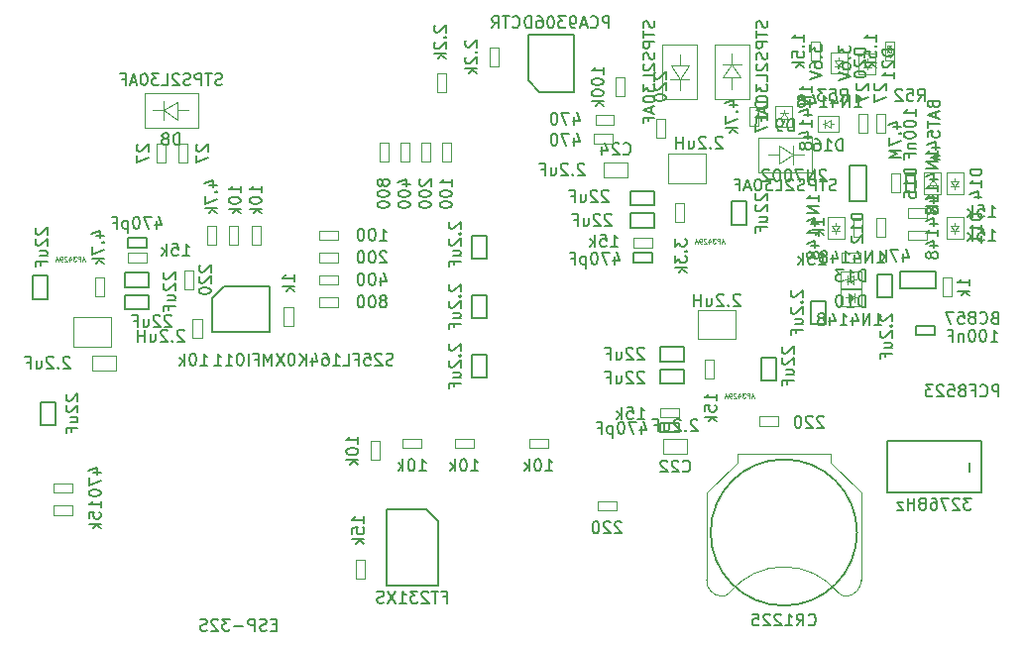
<source format=gbr>
G04 #@! TF.FileFunction,Other,Fab,Bot*
%FSLAX46Y46*%
G04 Gerber Fmt 4.6, Leading zero omitted, Abs format (unit mm)*
G04 Created by KiCad (PCBNEW 4.0.7+dfsg1-1) date Wed Oct  4 23:26:46 2017*
%MOMM*%
%LPD*%
G01*
G04 APERTURE LIST*
%ADD10C,0.100000*%
%ADD11C,0.150000*%
%ADD12C,0.075000*%
G04 APERTURE END LIST*
D10*
X154195000Y-64200000D02*
X154195000Y-68800000D01*
X154195000Y-68800000D02*
X157195000Y-68800000D01*
X157195000Y-64200000D02*
X154195000Y-64200000D01*
X157195000Y-64200000D02*
X157195000Y-68800000D01*
X155693980Y-67149440D02*
X155693980Y-68051140D01*
X155693980Y-65998820D02*
X155693980Y-65000600D01*
X156494080Y-67149440D02*
X154893880Y-67149440D01*
X154944680Y-65998820D02*
X156494080Y-65998820D01*
X155693980Y-67149440D02*
X154944680Y-65998820D01*
X155693980Y-67149440D02*
X156494080Y-65998820D01*
X153644000Y-72126000D02*
X154444000Y-72126000D01*
X153644000Y-70526000D02*
X153644000Y-72126000D01*
X154444000Y-70526000D02*
X153644000Y-70526000D01*
X154444000Y-72126000D02*
X154444000Y-70526000D01*
X160470000Y-89340000D02*
X160470000Y-86840000D01*
X157270000Y-89340000D02*
X160470000Y-89340000D01*
X157270000Y-86840000D02*
X157270000Y-89340000D01*
X160470000Y-86840000D02*
X157270000Y-86840000D01*
X157930000Y-76005000D02*
X157930000Y-73505000D01*
X154730000Y-76005000D02*
X157930000Y-76005000D01*
X154730000Y-73505000D02*
X154730000Y-76005000D01*
X157930000Y-73505000D02*
X154730000Y-73505000D01*
X103930000Y-87475000D02*
X103930000Y-89975000D01*
X107130000Y-87475000D02*
X103930000Y-87475000D01*
X107130000Y-89975000D02*
X107130000Y-87475000D01*
X103930000Y-89975000D02*
X107130000Y-89975000D01*
D11*
X101710000Y-83915000D02*
X100460000Y-83915000D01*
X101710000Y-85915000D02*
X101710000Y-83915000D01*
X100460000Y-85915000D02*
X101710000Y-85915000D01*
X100460000Y-83915000D02*
X100460000Y-85915000D01*
X154060000Y-90005000D02*
X154060000Y-91255000D01*
X156060000Y-90005000D02*
X154060000Y-90005000D01*
X156060000Y-91255000D02*
X156060000Y-90005000D01*
X154060000Y-91255000D02*
X156060000Y-91255000D01*
X154060000Y-91910000D02*
X154060000Y-93160000D01*
X156060000Y-91910000D02*
X154060000Y-91910000D01*
X156060000Y-93160000D02*
X156060000Y-91910000D01*
X154060000Y-93160000D02*
X156060000Y-93160000D01*
X162690000Y-92900000D02*
X163940000Y-92900000D01*
X162690000Y-90900000D02*
X162690000Y-92900000D01*
X163940000Y-90900000D02*
X162690000Y-90900000D01*
X163940000Y-92900000D02*
X163940000Y-90900000D01*
X151520000Y-78575000D02*
X151520000Y-79825000D01*
X153520000Y-78575000D02*
X151520000Y-78575000D01*
X153520000Y-79825000D02*
X153520000Y-78575000D01*
X151520000Y-79825000D02*
X153520000Y-79825000D01*
X151520000Y-76670000D02*
X151520000Y-77920000D01*
X153520000Y-76670000D02*
X151520000Y-76670000D01*
X153520000Y-77920000D02*
X153520000Y-76670000D01*
X151520000Y-77920000D02*
X153520000Y-77920000D01*
X160150000Y-79565000D02*
X161400000Y-79565000D01*
X160150000Y-77565000D02*
X160150000Y-79565000D01*
X161400000Y-77565000D02*
X160150000Y-77565000D01*
X161400000Y-79565000D02*
X161400000Y-77565000D01*
X110340000Y-84905000D02*
X110340000Y-83655000D01*
X108340000Y-84905000D02*
X110340000Y-84905000D01*
X108340000Y-83655000D02*
X108340000Y-84905000D01*
X110340000Y-83655000D02*
X108340000Y-83655000D01*
X110340000Y-86810000D02*
X110340000Y-85560000D01*
X108340000Y-86810000D02*
X110340000Y-86810000D01*
X108340000Y-85560000D02*
X108340000Y-86810000D01*
X110340000Y-85560000D02*
X108340000Y-85560000D01*
X172596000Y-85788000D02*
X173846000Y-85788000D01*
X172596000Y-83788000D02*
X172596000Y-85788000D01*
X173846000Y-83788000D02*
X172596000Y-83788000D01*
X173846000Y-85788000D02*
X173846000Y-83788000D01*
X177535000Y-83580000D02*
X174495000Y-83580000D01*
X174495000Y-84980000D02*
X174495000Y-83580000D01*
X177535000Y-84980000D02*
X177535000Y-83580000D01*
X177535000Y-84980000D02*
X174495000Y-84980000D01*
X170235000Y-74505000D02*
X170235000Y-77545000D01*
X171635000Y-77545000D02*
X170235000Y-77545000D01*
X171635000Y-74505000D02*
X170235000Y-74505000D01*
X171635000Y-74505000D02*
X171635000Y-77545000D01*
X154060000Y-96510000D02*
X154060000Y-97310000D01*
X155660000Y-96510000D02*
X154060000Y-96510000D01*
X155660000Y-97310000D02*
X155660000Y-96510000D01*
X154060000Y-97310000D02*
X155660000Y-97310000D01*
X151720000Y-81975000D02*
X151720000Y-82775000D01*
X153320000Y-81975000D02*
X151720000Y-81975000D01*
X153320000Y-82775000D02*
X153320000Y-81975000D01*
X151720000Y-82775000D02*
X153320000Y-82775000D01*
X110140000Y-81505000D02*
X110140000Y-80705000D01*
X108540000Y-81505000D02*
X110140000Y-81505000D01*
X108540000Y-80705000D02*
X108540000Y-81505000D01*
X110140000Y-80705000D02*
X108540000Y-80705000D01*
X175780000Y-75225000D02*
X174980000Y-75225000D01*
X175780000Y-76825000D02*
X175780000Y-75225000D01*
X174980000Y-76825000D02*
X175780000Y-76825000D01*
X174980000Y-75225000D02*
X174980000Y-76825000D01*
D10*
X169500000Y-81975000D02*
X169500000Y-82775000D01*
X171100000Y-81975000D02*
X169500000Y-81975000D01*
X171100000Y-82775000D02*
X171100000Y-81975000D01*
X169500000Y-82775000D02*
X171100000Y-82775000D01*
X172440000Y-80635000D02*
X173240000Y-80635000D01*
X172440000Y-79035000D02*
X172440000Y-80635000D01*
X173240000Y-79035000D02*
X172440000Y-79035000D01*
X173240000Y-80635000D02*
X173240000Y-79035000D01*
X176815000Y-80870000D02*
X176815000Y-80070000D01*
X175215000Y-80870000D02*
X176815000Y-80870000D01*
X175215000Y-80070000D02*
X175215000Y-80870000D01*
X176815000Y-80070000D02*
X175215000Y-80070000D01*
X174510000Y-75225000D02*
X173710000Y-75225000D01*
X174510000Y-76825000D02*
X174510000Y-75225000D01*
X173710000Y-76825000D02*
X174510000Y-76825000D01*
X173710000Y-75225000D02*
X173710000Y-76825000D01*
X178955000Y-84115000D02*
X178155000Y-84115000D01*
X178955000Y-85715000D02*
X178955000Y-84115000D01*
X178155000Y-85715000D02*
X178955000Y-85715000D01*
X178155000Y-84115000D02*
X178155000Y-85715000D01*
X114185000Y-83480000D02*
X113385000Y-83480000D01*
X114185000Y-85080000D02*
X114185000Y-83480000D01*
X113385000Y-85080000D02*
X114185000Y-85080000D01*
X113385000Y-83480000D02*
X113385000Y-85080000D01*
X170535000Y-80635000D02*
X171335000Y-80635000D01*
X170535000Y-79035000D02*
X170535000Y-80635000D01*
X171335000Y-79035000D02*
X170535000Y-79035000D01*
X171335000Y-80635000D02*
X171335000Y-79035000D01*
X128790000Y-108245000D02*
X127990000Y-108245000D01*
X128790000Y-109845000D02*
X128790000Y-108245000D01*
X127990000Y-109845000D02*
X128790000Y-109845000D01*
X127990000Y-108245000D02*
X127990000Y-109845000D01*
X150272000Y-103984000D02*
X150272000Y-103184000D01*
X148672000Y-103984000D02*
X150272000Y-103984000D01*
X148672000Y-103184000D02*
X148672000Y-103984000D01*
X150272000Y-103184000D02*
X148672000Y-103184000D01*
X176815000Y-78965000D02*
X176815000Y-78165000D01*
X175215000Y-78965000D02*
X176815000Y-78965000D01*
X175215000Y-78165000D02*
X175215000Y-78965000D01*
X176815000Y-78165000D02*
X175215000Y-78165000D01*
X154060000Y-95240000D02*
X154060000Y-96040000D01*
X155660000Y-95240000D02*
X154060000Y-95240000D01*
X155660000Y-96040000D02*
X155660000Y-95240000D01*
X154060000Y-96040000D02*
X155660000Y-96040000D01*
X110140000Y-82775000D02*
X110140000Y-81975000D01*
X108540000Y-82775000D02*
X110140000Y-82775000D01*
X108540000Y-81975000D02*
X108540000Y-82775000D01*
X110140000Y-81975000D02*
X108540000Y-81975000D01*
X151720000Y-80705000D02*
X151720000Y-81505000D01*
X153320000Y-80705000D02*
X151720000Y-80705000D01*
X153320000Y-81505000D02*
X153320000Y-80705000D01*
X151720000Y-81505000D02*
X153320000Y-81505000D01*
X158635000Y-91100000D02*
X157835000Y-91100000D01*
X158635000Y-92700000D02*
X158635000Y-91100000D01*
X157835000Y-92700000D02*
X158635000Y-92700000D01*
X157835000Y-91100000D02*
X157835000Y-92700000D01*
X105765000Y-85715000D02*
X106565000Y-85715000D01*
X105765000Y-84115000D02*
X105765000Y-85715000D01*
X106565000Y-84115000D02*
X105765000Y-84115000D01*
X106565000Y-85715000D02*
X106565000Y-84115000D01*
X156095000Y-77765000D02*
X155295000Y-77765000D01*
X156095000Y-79365000D02*
X156095000Y-77765000D01*
X155295000Y-79365000D02*
X156095000Y-79365000D01*
X155295000Y-77765000D02*
X155295000Y-79365000D01*
X126482000Y-86585000D02*
X126482000Y-85785000D01*
X124882000Y-86585000D02*
X126482000Y-86585000D01*
X124882000Y-85785000D02*
X124882000Y-86585000D01*
X126482000Y-85785000D02*
X124882000Y-85785000D01*
X126482000Y-84679000D02*
X126482000Y-83879000D01*
X124882000Y-84679000D02*
X126482000Y-84679000D01*
X124882000Y-83879000D02*
X124882000Y-84679000D01*
X126482000Y-83879000D02*
X124882000Y-83879000D01*
X126482000Y-82775000D02*
X126482000Y-81975000D01*
X124882000Y-82775000D02*
X126482000Y-82775000D01*
X124882000Y-81975000D02*
X124882000Y-82775000D01*
X126482000Y-81975000D02*
X124882000Y-81975000D01*
X126482000Y-80870000D02*
X126482000Y-80070000D01*
X124882000Y-80870000D02*
X126482000Y-80870000D01*
X124882000Y-80070000D02*
X124882000Y-80870000D01*
X126482000Y-80070000D02*
X124882000Y-80070000D01*
X130022000Y-74158000D02*
X130822000Y-74158000D01*
X130022000Y-72558000D02*
X130022000Y-74158000D01*
X130822000Y-72558000D02*
X130022000Y-72558000D01*
X130822000Y-74158000D02*
X130822000Y-72558000D01*
X131800000Y-74158000D02*
X132600000Y-74158000D01*
X131800000Y-72558000D02*
X131800000Y-74158000D01*
X132600000Y-72558000D02*
X131800000Y-72558000D01*
X132600000Y-74158000D02*
X132600000Y-72558000D01*
X133578000Y-74158000D02*
X134378000Y-74158000D01*
X133578000Y-72558000D02*
X133578000Y-74158000D01*
X134378000Y-72558000D02*
X133578000Y-72558000D01*
X134378000Y-74158000D02*
X134378000Y-72558000D01*
X135356000Y-74158000D02*
X136156000Y-74158000D01*
X135356000Y-72558000D02*
X135356000Y-74158000D01*
X136156000Y-72558000D02*
X135356000Y-72558000D01*
X136156000Y-74158000D02*
X136156000Y-72558000D01*
D11*
X115780000Y-85870000D02*
X115780000Y-88770000D01*
X115780000Y-88770000D02*
X120680000Y-88770000D01*
X120680000Y-88770000D02*
X120680000Y-84870000D01*
X120680000Y-84870000D02*
X116780000Y-84870000D01*
X116780000Y-84870000D02*
X115780000Y-85870000D01*
X175850000Y-88198000D02*
X175850000Y-88998000D01*
X177450000Y-88198000D02*
X175850000Y-88198000D01*
X177450000Y-88998000D02*
X177450000Y-88198000D01*
X175850000Y-88998000D02*
X177450000Y-88998000D01*
X143730000Y-68250000D02*
X146630000Y-68250000D01*
X146630000Y-68250000D02*
X146630000Y-63350000D01*
X146630000Y-63350000D02*
X142730000Y-63350000D01*
X142730000Y-63350000D02*
X142730000Y-67250000D01*
X142730000Y-67250000D02*
X143730000Y-68250000D01*
D10*
X161645000Y-71110000D02*
X162445000Y-71110000D01*
X161645000Y-69510000D02*
X161645000Y-71110000D01*
X162445000Y-69510000D02*
X161645000Y-69510000D01*
X162445000Y-71110000D02*
X162445000Y-69510000D01*
X139420000Y-66030000D02*
X140220000Y-66030000D01*
X139420000Y-64430000D02*
X139420000Y-66030000D01*
X140220000Y-64430000D02*
X139420000Y-64430000D01*
X140220000Y-66030000D02*
X140220000Y-64430000D01*
X134975000Y-68232000D02*
X135775000Y-68232000D01*
X134975000Y-66632000D02*
X134975000Y-68232000D01*
X135775000Y-66632000D02*
X134975000Y-66632000D01*
X135775000Y-68232000D02*
X135775000Y-66632000D01*
X150215000Y-68570000D02*
X151015000Y-68570000D01*
X150215000Y-66970000D02*
X150215000Y-68570000D01*
X151015000Y-66970000D02*
X150215000Y-66970000D01*
X151015000Y-68570000D02*
X151015000Y-66970000D01*
X149975000Y-72615000D02*
X149975000Y-71815000D01*
X148375000Y-72615000D02*
X149975000Y-72615000D01*
X148375000Y-71815000D02*
X148375000Y-72615000D01*
X149975000Y-71815000D02*
X148375000Y-71815000D01*
X150080000Y-71000000D02*
X150080000Y-70200000D01*
X148480000Y-71000000D02*
X150080000Y-71000000D01*
X148480000Y-70200000D02*
X148480000Y-71000000D01*
X150080000Y-70200000D02*
X148480000Y-70200000D01*
D11*
X134035000Y-103890000D02*
X130635000Y-103890000D01*
X130635000Y-103890000D02*
X130635000Y-110390000D01*
X130635000Y-110390000D02*
X135035000Y-110390000D01*
X135035000Y-110390000D02*
X135035000Y-104890000D01*
X135035000Y-104890000D02*
X134035000Y-103890000D01*
D10*
X119900000Y-79670000D02*
X119100000Y-79670000D01*
X119900000Y-81270000D02*
X119900000Y-79670000D01*
X119100000Y-81270000D02*
X119900000Y-81270000D01*
X119100000Y-79670000D02*
X119100000Y-81270000D01*
X114080000Y-89200000D02*
X114880000Y-89200000D01*
X114080000Y-87600000D02*
X114080000Y-89200000D01*
X114880000Y-87600000D02*
X114080000Y-87600000D01*
X114880000Y-89200000D02*
X114880000Y-87600000D01*
X129260000Y-99685000D02*
X130060000Y-99685000D01*
X129260000Y-98085000D02*
X129260000Y-99685000D01*
X130060000Y-98085000D02*
X129260000Y-98085000D01*
X130060000Y-99685000D02*
X130060000Y-98085000D01*
X117995000Y-79670000D02*
X117195000Y-79670000D01*
X117995000Y-81270000D02*
X117995000Y-79670000D01*
X117195000Y-81270000D02*
X117995000Y-81270000D01*
X117195000Y-79670000D02*
X117195000Y-81270000D01*
X122680000Y-86600000D02*
X121880000Y-86600000D01*
X122680000Y-88200000D02*
X122680000Y-86600000D01*
X121880000Y-88200000D02*
X122680000Y-88200000D01*
X121880000Y-86600000D02*
X121880000Y-88200000D01*
X116090000Y-79670000D02*
X115290000Y-79670000D01*
X116090000Y-81270000D02*
X116090000Y-79670000D01*
X115290000Y-81270000D02*
X116090000Y-81270000D01*
X115290000Y-79670000D02*
X115290000Y-81270000D01*
X144430000Y-98650000D02*
X144430000Y-97850000D01*
X142830000Y-98650000D02*
X144430000Y-98650000D01*
X142830000Y-97850000D02*
X142830000Y-98650000D01*
X144430000Y-97850000D02*
X142830000Y-97850000D01*
X138080000Y-98650000D02*
X138080000Y-97850000D01*
X136480000Y-98650000D02*
X138080000Y-98650000D01*
X136480000Y-97850000D02*
X136480000Y-98650000D01*
X138080000Y-97850000D02*
X136480000Y-97850000D01*
X133635000Y-98650000D02*
X133635000Y-97850000D01*
X132035000Y-98650000D02*
X133635000Y-98650000D01*
X132035000Y-97850000D02*
X132035000Y-98650000D01*
X133635000Y-97850000D02*
X132035000Y-97850000D01*
X102190000Y-103565000D02*
X102190000Y-104365000D01*
X103790000Y-103565000D02*
X102190000Y-103565000D01*
X103790000Y-104365000D02*
X103790000Y-103565000D01*
X102190000Y-104365000D02*
X103790000Y-104365000D01*
X102190000Y-101660000D02*
X102190000Y-102460000D01*
X103790000Y-101660000D02*
X102190000Y-101660000D01*
X103790000Y-102460000D02*
X103790000Y-101660000D01*
X102190000Y-102460000D02*
X103790000Y-102460000D01*
D11*
X166881000Y-88074000D02*
X168131000Y-88074000D01*
X166881000Y-86074000D02*
X166881000Y-88074000D01*
X168131000Y-86074000D02*
X166881000Y-86074000D01*
X168131000Y-88074000D02*
X168131000Y-86074000D01*
D10*
X164115000Y-96745000D02*
X164115000Y-95945000D01*
X162515000Y-96745000D02*
X164115000Y-96745000D01*
X162515000Y-95945000D02*
X162515000Y-96745000D01*
X164115000Y-95945000D02*
X162515000Y-95945000D01*
X166852000Y-65522000D02*
X167652000Y-65522000D01*
X166852000Y-63922000D02*
X166852000Y-65522000D01*
X167652000Y-63922000D02*
X166852000Y-63922000D01*
X167652000Y-65522000D02*
X167652000Y-63922000D01*
D11*
X139175000Y-90646000D02*
X137925000Y-90646000D01*
X139175000Y-92646000D02*
X139175000Y-90646000D01*
X137925000Y-92646000D02*
X139175000Y-92646000D01*
X137925000Y-90646000D02*
X137925000Y-92646000D01*
X137925000Y-82486000D02*
X139175000Y-82486000D01*
X137925000Y-80486000D02*
X137925000Y-82486000D01*
X139175000Y-80486000D02*
X137925000Y-80486000D01*
X139175000Y-82486000D02*
X139175000Y-80486000D01*
X139175000Y-85566000D02*
X137925000Y-85566000D01*
X139175000Y-87566000D02*
X139175000Y-85566000D01*
X137925000Y-87566000D02*
X139175000Y-87566000D01*
X137925000Y-85566000D02*
X137925000Y-87566000D01*
X102345000Y-94710000D02*
X101095000Y-94710000D01*
X102345000Y-96710000D02*
X102345000Y-94710000D01*
X101095000Y-96710000D02*
X102345000Y-96710000D01*
X101095000Y-94710000D02*
X101095000Y-96710000D01*
D10*
X112877000Y-74285000D02*
X113677000Y-74285000D01*
X112877000Y-72685000D02*
X112877000Y-74285000D01*
X113677000Y-72685000D02*
X112877000Y-72685000D01*
X113677000Y-74285000D02*
X113677000Y-72685000D01*
X110972000Y-74285000D02*
X111772000Y-74285000D01*
X110972000Y-72685000D02*
X110972000Y-74285000D01*
X111772000Y-72685000D02*
X110972000Y-72685000D01*
X111772000Y-74285000D02*
X111772000Y-72685000D01*
X172440000Y-71745000D02*
X173240000Y-71745000D01*
X172440000Y-70145000D02*
X172440000Y-71745000D01*
X173240000Y-70145000D02*
X172440000Y-70145000D01*
X173240000Y-71745000D02*
X173240000Y-70145000D01*
X170916000Y-71745000D02*
X171716000Y-71745000D01*
X170916000Y-70145000D02*
X170916000Y-71745000D01*
X171716000Y-70145000D02*
X170916000Y-70145000D01*
X171716000Y-71745000D02*
X171716000Y-70145000D01*
D11*
X170835000Y-105870000D02*
G75*
G03X170835000Y-105870000I-6250000J0D01*
G01*
D10*
X159206987Y-111317558D02*
G75*
G03X159985000Y-110970000I88013J847558D01*
G01*
X169963013Y-111317558D02*
G75*
G02X169185000Y-110970000I-88013J847558D01*
G01*
X159977095Y-110979589D02*
G75*
G02X169185000Y-110970000I4607905J-3790411D01*
G01*
X157985000Y-109920000D02*
G75*
G03X159285000Y-111320000I1350000J-50000D01*
G01*
X171185000Y-109920000D02*
G75*
G02X169885000Y-111320000I-1350000J-50000D01*
G01*
X157985000Y-102470000D02*
X157985000Y-109970000D01*
X171185000Y-102470000D02*
X171185000Y-109970000D01*
X160585000Y-99870000D02*
X157985000Y-102470000D01*
X168585000Y-99870000D02*
X171185000Y-102470000D01*
X160585000Y-99170000D02*
X160585000Y-99870000D01*
X168585000Y-99170000D02*
X168585000Y-99870000D01*
X168585000Y-99170000D02*
X160585000Y-99170000D01*
D11*
X181412000Y-98082000D02*
X181412000Y-102482000D01*
X173412000Y-98082000D02*
X181412000Y-98082000D01*
X173412000Y-102482000D02*
X173412000Y-98082000D01*
X181412000Y-102482000D02*
X173412000Y-102482000D01*
X180412000Y-99882000D02*
X180412000Y-100682000D01*
D10*
X177285000Y-76225000D02*
X177285000Y-76475000D01*
X177635000Y-76225000D02*
X177285000Y-75725000D01*
X176935000Y-76225000D02*
X177635000Y-76225000D01*
X177285000Y-75725000D02*
X176935000Y-76225000D01*
X177285000Y-75725000D02*
X177285000Y-75525000D01*
X176935000Y-75725000D02*
X177635000Y-75725000D01*
X177985000Y-75125000D02*
X176585000Y-75125000D01*
X177985000Y-76925000D02*
X177985000Y-75125000D01*
X176585000Y-76925000D02*
X177985000Y-76925000D01*
X176585000Y-75125000D02*
X176585000Y-76925000D01*
X170500000Y-84280000D02*
X170750000Y-84280000D01*
X170500000Y-83930000D02*
X170000000Y-84280000D01*
X170500000Y-84630000D02*
X170500000Y-83930000D01*
X170000000Y-84280000D02*
X170500000Y-84630000D01*
X170000000Y-84280000D02*
X169800000Y-84280000D01*
X170000000Y-84630000D02*
X170000000Y-83930000D01*
X169400000Y-83580000D02*
X169400000Y-84980000D01*
X171200000Y-83580000D02*
X169400000Y-83580000D01*
X171200000Y-84980000D02*
X171200000Y-83580000D01*
X169400000Y-84980000D02*
X171200000Y-84980000D01*
X179190000Y-79635000D02*
X179190000Y-79385000D01*
X178840000Y-79635000D02*
X179190000Y-80135000D01*
X179540000Y-79635000D02*
X178840000Y-79635000D01*
X179190000Y-80135000D02*
X179540000Y-79635000D01*
X179190000Y-80135000D02*
X179190000Y-80335000D01*
X179540000Y-80135000D02*
X178840000Y-80135000D01*
X178490000Y-80735000D02*
X179890000Y-80735000D01*
X178490000Y-78935000D02*
X178490000Y-80735000D01*
X179890000Y-78935000D02*
X178490000Y-78935000D01*
X179890000Y-80735000D02*
X179890000Y-78935000D01*
X169030000Y-79635000D02*
X169030000Y-79385000D01*
X168680000Y-79635000D02*
X169030000Y-80135000D01*
X169380000Y-79635000D02*
X168680000Y-79635000D01*
X169030000Y-80135000D02*
X169380000Y-79635000D01*
X169030000Y-80135000D02*
X169030000Y-80335000D01*
X169380000Y-80135000D02*
X168680000Y-80135000D01*
X168330000Y-80735000D02*
X169730000Y-80735000D01*
X168330000Y-78935000D02*
X168330000Y-80735000D01*
X169730000Y-78935000D02*
X168330000Y-78935000D01*
X169730000Y-80735000D02*
X169730000Y-78935000D01*
X170100000Y-85804000D02*
X169850000Y-85804000D01*
X170100000Y-86154000D02*
X170600000Y-85804000D01*
X170100000Y-85454000D02*
X170100000Y-86154000D01*
X170600000Y-85804000D02*
X170100000Y-85454000D01*
X170600000Y-85804000D02*
X170800000Y-85804000D01*
X170600000Y-85454000D02*
X170600000Y-86154000D01*
X171200000Y-86504000D02*
X171200000Y-85104000D01*
X169400000Y-86504000D02*
X171200000Y-86504000D01*
X169400000Y-85104000D02*
X169400000Y-86504000D01*
X171200000Y-85104000D02*
X169400000Y-85104000D01*
X179190000Y-75825000D02*
X179190000Y-75575000D01*
X178840000Y-75825000D02*
X179190000Y-76325000D01*
X179540000Y-75825000D02*
X178840000Y-75825000D01*
X179190000Y-76325000D02*
X179540000Y-75825000D01*
X179190000Y-76325000D02*
X179190000Y-76525000D01*
X179540000Y-76325000D02*
X178840000Y-76325000D01*
X178490000Y-76925000D02*
X179890000Y-76925000D01*
X178490000Y-75125000D02*
X178490000Y-76925000D01*
X179890000Y-75125000D02*
X178490000Y-75125000D01*
X179890000Y-76925000D02*
X179890000Y-75125000D01*
X168595000Y-70945000D02*
X168845000Y-70945000D01*
X168595000Y-70595000D02*
X168095000Y-70945000D01*
X168595000Y-71295000D02*
X168595000Y-70595000D01*
X168095000Y-70945000D02*
X168595000Y-71295000D01*
X168095000Y-70945000D02*
X167895000Y-70945000D01*
X168095000Y-71295000D02*
X168095000Y-70595000D01*
X167495000Y-70245000D02*
X167495000Y-71645000D01*
X169295000Y-70245000D02*
X167495000Y-70245000D01*
X169295000Y-71645000D02*
X169295000Y-70245000D01*
X167495000Y-71645000D02*
X169295000Y-71645000D01*
X164585000Y-70510000D02*
X164585000Y-70760000D01*
X164935000Y-70510000D02*
X164585000Y-70010000D01*
X164235000Y-70510000D02*
X164935000Y-70510000D01*
X164585000Y-70010000D02*
X164235000Y-70510000D01*
X164585000Y-70010000D02*
X164585000Y-69810000D01*
X164235000Y-70010000D02*
X164935000Y-70010000D01*
X165285000Y-69410000D02*
X163885000Y-69410000D01*
X165285000Y-71210000D02*
X165285000Y-69410000D01*
X163885000Y-71210000D02*
X165285000Y-71210000D01*
X163885000Y-69410000D02*
X163885000Y-71210000D01*
X169284000Y-65538000D02*
X169284000Y-65288000D01*
X168934000Y-65538000D02*
X169284000Y-66038000D01*
X169634000Y-65538000D02*
X168934000Y-65538000D01*
X169284000Y-66038000D02*
X169634000Y-65538000D01*
X169284000Y-66038000D02*
X169284000Y-66238000D01*
X169634000Y-66038000D02*
X168934000Y-66038000D01*
X168584000Y-66638000D02*
X169984000Y-66638000D01*
X168584000Y-64838000D02*
X168584000Y-66638000D01*
X169984000Y-64838000D02*
X168584000Y-64838000D01*
X169984000Y-66638000D02*
X169984000Y-64838000D01*
X171697000Y-65631000D02*
X171697000Y-65381000D01*
X171347000Y-65631000D02*
X171697000Y-66131000D01*
X172047000Y-65631000D02*
X171347000Y-65631000D01*
X171697000Y-66131000D02*
X172047000Y-65631000D01*
X171697000Y-66131000D02*
X171697000Y-66331000D01*
X172047000Y-66131000D02*
X171347000Y-66131000D01*
X170997000Y-66731000D02*
X172397000Y-66731000D01*
X170997000Y-64931000D02*
X170997000Y-66731000D01*
X172397000Y-64931000D02*
X170997000Y-64931000D01*
X172397000Y-66731000D02*
X172397000Y-64931000D01*
X114561000Y-68302000D02*
X109961000Y-68302000D01*
X109961000Y-68302000D02*
X109961000Y-71302000D01*
X114561000Y-71302000D02*
X114561000Y-68302000D01*
X114561000Y-71302000D02*
X109961000Y-71302000D01*
X111611560Y-69800980D02*
X110709860Y-69800980D01*
X112762180Y-69800980D02*
X113760400Y-69800980D01*
X111611560Y-70601080D02*
X111611560Y-69000880D01*
X112762180Y-69051680D02*
X112762180Y-70601080D01*
X111611560Y-69800980D02*
X112762180Y-69051680D01*
X111611560Y-69800980D02*
X112762180Y-70601080D01*
X162412000Y-75112000D02*
X167012000Y-75112000D01*
X167012000Y-75112000D02*
X167012000Y-72112000D01*
X162412000Y-72112000D02*
X162412000Y-75112000D01*
X162412000Y-72112000D02*
X167012000Y-72112000D01*
X165361440Y-73613020D02*
X166263140Y-73613020D01*
X164210820Y-73613020D02*
X163212600Y-73613020D01*
X165361440Y-72812920D02*
X165361440Y-74413120D01*
X164210820Y-74362320D02*
X164210820Y-72812920D01*
X165361440Y-73613020D02*
X164210820Y-74362320D01*
X165361440Y-73613020D02*
X164210820Y-72812920D01*
X161640000Y-68800000D02*
X161640000Y-64200000D01*
X161640000Y-64200000D02*
X158640000Y-64200000D01*
X158640000Y-68800000D02*
X161640000Y-68800000D01*
X158640000Y-68800000D02*
X158640000Y-64200000D01*
X160141020Y-65850560D02*
X160141020Y-64948860D01*
X160141020Y-67001180D02*
X160141020Y-67999400D01*
X159340920Y-65850560D02*
X160941120Y-65850560D01*
X160890320Y-67001180D02*
X159340920Y-67001180D01*
X160141020Y-65850560D02*
X160890320Y-67001180D01*
X160141020Y-65850560D02*
X159340920Y-67001180D01*
X154314000Y-97884000D02*
X154314000Y-99124000D01*
X156314000Y-97884000D02*
X154314000Y-97884000D01*
X156314000Y-99124000D02*
X156314000Y-97884000D01*
X154314000Y-99124000D02*
X156314000Y-99124000D01*
X107546000Y-92012000D02*
X107546000Y-90772000D01*
X105546000Y-92012000D02*
X107546000Y-92012000D01*
X105546000Y-90772000D02*
X105546000Y-92012000D01*
X107546000Y-90772000D02*
X105546000Y-90772000D01*
X151234000Y-75502000D02*
X151234000Y-74262000D01*
X149234000Y-75502000D02*
X151234000Y-75502000D01*
X149234000Y-74262000D02*
X149234000Y-75502000D01*
X151234000Y-74262000D02*
X149234000Y-74262000D01*
X173202000Y-65522000D02*
X174002000Y-65522000D01*
X173202000Y-63922000D02*
X173202000Y-65522000D01*
X174002000Y-63922000D02*
X173202000Y-63922000D01*
X174002000Y-65522000D02*
X174002000Y-63922000D01*
D11*
X153499762Y-62166666D02*
X153547381Y-62309523D01*
X153547381Y-62547619D01*
X153499762Y-62642857D01*
X153452143Y-62690476D01*
X153356905Y-62738095D01*
X153261667Y-62738095D01*
X153166429Y-62690476D01*
X153118810Y-62642857D01*
X153071190Y-62547619D01*
X153023571Y-62357142D01*
X152975952Y-62261904D01*
X152928333Y-62214285D01*
X152833095Y-62166666D01*
X152737857Y-62166666D01*
X152642619Y-62214285D01*
X152595000Y-62261904D01*
X152547381Y-62357142D01*
X152547381Y-62595238D01*
X152595000Y-62738095D01*
X152547381Y-63023809D02*
X152547381Y-63595238D01*
X153547381Y-63309523D02*
X152547381Y-63309523D01*
X153547381Y-63928571D02*
X152547381Y-63928571D01*
X152547381Y-64309524D01*
X152595000Y-64404762D01*
X152642619Y-64452381D01*
X152737857Y-64500000D01*
X152880714Y-64500000D01*
X152975952Y-64452381D01*
X153023571Y-64404762D01*
X153071190Y-64309524D01*
X153071190Y-63928571D01*
X153499762Y-64880952D02*
X153547381Y-65023809D01*
X153547381Y-65261905D01*
X153499762Y-65357143D01*
X153452143Y-65404762D01*
X153356905Y-65452381D01*
X153261667Y-65452381D01*
X153166429Y-65404762D01*
X153118810Y-65357143D01*
X153071190Y-65261905D01*
X153023571Y-65071428D01*
X152975952Y-64976190D01*
X152928333Y-64928571D01*
X152833095Y-64880952D01*
X152737857Y-64880952D01*
X152642619Y-64928571D01*
X152595000Y-64976190D01*
X152547381Y-65071428D01*
X152547381Y-65309524D01*
X152595000Y-65452381D01*
X152642619Y-65833333D02*
X152595000Y-65880952D01*
X152547381Y-65976190D01*
X152547381Y-66214286D01*
X152595000Y-66309524D01*
X152642619Y-66357143D01*
X152737857Y-66404762D01*
X152833095Y-66404762D01*
X152975952Y-66357143D01*
X153547381Y-65785714D01*
X153547381Y-66404762D01*
X153547381Y-67309524D02*
X153547381Y-66833333D01*
X152547381Y-66833333D01*
X152547381Y-67547619D02*
X152547381Y-68166667D01*
X152928333Y-67833333D01*
X152928333Y-67976191D01*
X152975952Y-68071429D01*
X153023571Y-68119048D01*
X153118810Y-68166667D01*
X153356905Y-68166667D01*
X153452143Y-68119048D01*
X153499762Y-68071429D01*
X153547381Y-67976191D01*
X153547381Y-67690476D01*
X153499762Y-67595238D01*
X153452143Y-67547619D01*
X152547381Y-68785714D02*
X152547381Y-68880953D01*
X152595000Y-68976191D01*
X152642619Y-69023810D01*
X152737857Y-69071429D01*
X152928333Y-69119048D01*
X153166429Y-69119048D01*
X153356905Y-69071429D01*
X153452143Y-69023810D01*
X153499762Y-68976191D01*
X153547381Y-68880953D01*
X153547381Y-68785714D01*
X153499762Y-68690476D01*
X153452143Y-68642857D01*
X153356905Y-68595238D01*
X153166429Y-68547619D01*
X152928333Y-68547619D01*
X152737857Y-68595238D01*
X152642619Y-68642857D01*
X152595000Y-68690476D01*
X152547381Y-68785714D01*
X153261667Y-69500000D02*
X153261667Y-69976191D01*
X153547381Y-69404762D02*
X152547381Y-69738095D01*
X153547381Y-70071429D01*
X153023571Y-70738096D02*
X153023571Y-70404762D01*
X153547381Y-70404762D02*
X152547381Y-70404762D01*
X152547381Y-70880953D01*
X153591619Y-66531905D02*
X153544000Y-66579524D01*
X153496381Y-66674762D01*
X153496381Y-66912858D01*
X153544000Y-67008096D01*
X153591619Y-67055715D01*
X153686857Y-67103334D01*
X153782095Y-67103334D01*
X153924952Y-67055715D01*
X154496381Y-66484286D01*
X154496381Y-67103334D01*
X153591619Y-67484286D02*
X153544000Y-67531905D01*
X153496381Y-67627143D01*
X153496381Y-67865239D01*
X153544000Y-67960477D01*
X153591619Y-68008096D01*
X153686857Y-68055715D01*
X153782095Y-68055715D01*
X153924952Y-68008096D01*
X154496381Y-67436667D01*
X154496381Y-68055715D01*
X153496381Y-68674762D02*
X153496381Y-68770001D01*
X153544000Y-68865239D01*
X153591619Y-68912858D01*
X153686857Y-68960477D01*
X153877333Y-69008096D01*
X154115429Y-69008096D01*
X154305905Y-68960477D01*
X154401143Y-68912858D01*
X154448762Y-68865239D01*
X154496381Y-68770001D01*
X154496381Y-68674762D01*
X154448762Y-68579524D01*
X154401143Y-68531905D01*
X154305905Y-68484286D01*
X154115429Y-68436667D01*
X153877333Y-68436667D01*
X153686857Y-68484286D01*
X153591619Y-68531905D01*
X153544000Y-68579524D01*
X153496381Y-68674762D01*
X160846190Y-85605619D02*
X160798571Y-85558000D01*
X160703333Y-85510381D01*
X160465237Y-85510381D01*
X160369999Y-85558000D01*
X160322380Y-85605619D01*
X160274761Y-85700857D01*
X160274761Y-85796095D01*
X160322380Y-85938952D01*
X160893809Y-86510381D01*
X160274761Y-86510381D01*
X159846190Y-86415143D02*
X159798571Y-86462762D01*
X159846190Y-86510381D01*
X159893809Y-86462762D01*
X159846190Y-86415143D01*
X159846190Y-86510381D01*
X159417619Y-85605619D02*
X159370000Y-85558000D01*
X159274762Y-85510381D01*
X159036666Y-85510381D01*
X158941428Y-85558000D01*
X158893809Y-85605619D01*
X158846190Y-85700857D01*
X158846190Y-85796095D01*
X158893809Y-85938952D01*
X159465238Y-86510381D01*
X158846190Y-86510381D01*
X157989047Y-85843714D02*
X157989047Y-86510381D01*
X158417619Y-85843714D02*
X158417619Y-86367524D01*
X158370000Y-86462762D01*
X158274762Y-86510381D01*
X158131904Y-86510381D01*
X158036666Y-86462762D01*
X157989047Y-86415143D01*
X157512857Y-86510381D02*
X157512857Y-85510381D01*
X157512857Y-85986571D02*
X156941428Y-85986571D01*
X156941428Y-86510381D02*
X156941428Y-85510381D01*
D10*
X162003571Y-94252667D02*
X161813094Y-94252667D01*
X162041666Y-94366952D02*
X161908332Y-93966952D01*
X161774999Y-94366952D01*
X161641666Y-94366952D02*
X161641666Y-93966952D01*
X161489285Y-93966952D01*
X161451190Y-93986000D01*
X161432142Y-94005048D01*
X161413094Y-94043143D01*
X161413094Y-94100286D01*
X161432142Y-94138381D01*
X161451190Y-94157429D01*
X161489285Y-94176476D01*
X161641666Y-94176476D01*
X161279761Y-93966952D02*
X161032142Y-93966952D01*
X161165475Y-94119333D01*
X161108333Y-94119333D01*
X161070237Y-94138381D01*
X161051190Y-94157429D01*
X161032142Y-94195524D01*
X161032142Y-94290762D01*
X161051190Y-94328857D01*
X161070237Y-94347905D01*
X161108333Y-94366952D01*
X161222618Y-94366952D01*
X161260714Y-94347905D01*
X161279761Y-94328857D01*
X160689285Y-94100286D02*
X160689285Y-94366952D01*
X160784523Y-93947905D02*
X160879762Y-94233619D01*
X160632142Y-94233619D01*
X160498810Y-94005048D02*
X160479762Y-93986000D01*
X160441667Y-93966952D01*
X160346429Y-93966952D01*
X160308333Y-93986000D01*
X160289286Y-94005048D01*
X160270238Y-94043143D01*
X160270238Y-94081238D01*
X160289286Y-94138381D01*
X160517857Y-94366952D01*
X160270238Y-94366952D01*
X160079762Y-94366952D02*
X160003572Y-94366952D01*
X159965477Y-94347905D01*
X159946429Y-94328857D01*
X159908334Y-94271714D01*
X159889286Y-94195524D01*
X159889286Y-94043143D01*
X159908334Y-94005048D01*
X159927381Y-93986000D01*
X159965477Y-93966952D01*
X160041667Y-93966952D01*
X160079762Y-93986000D01*
X160098810Y-94005048D01*
X160117858Y-94043143D01*
X160117858Y-94138381D01*
X160098810Y-94176476D01*
X160079762Y-94195524D01*
X160041667Y-94214571D01*
X159965477Y-94214571D01*
X159927381Y-94195524D01*
X159908334Y-94176476D01*
X159889286Y-94138381D01*
X159736906Y-94252667D02*
X159546429Y-94252667D01*
X159775001Y-94366952D02*
X159641667Y-93966952D01*
X159508334Y-94366952D01*
D11*
X159322190Y-72143619D02*
X159274571Y-72096000D01*
X159179333Y-72048381D01*
X158941237Y-72048381D01*
X158845999Y-72096000D01*
X158798380Y-72143619D01*
X158750761Y-72238857D01*
X158750761Y-72334095D01*
X158798380Y-72476952D01*
X159369809Y-73048381D01*
X158750761Y-73048381D01*
X158322190Y-72953143D02*
X158274571Y-73000762D01*
X158322190Y-73048381D01*
X158369809Y-73000762D01*
X158322190Y-72953143D01*
X158322190Y-73048381D01*
X157893619Y-72143619D02*
X157846000Y-72096000D01*
X157750762Y-72048381D01*
X157512666Y-72048381D01*
X157417428Y-72096000D01*
X157369809Y-72143619D01*
X157322190Y-72238857D01*
X157322190Y-72334095D01*
X157369809Y-72476952D01*
X157941238Y-73048381D01*
X157322190Y-73048381D01*
X156465047Y-72381714D02*
X156465047Y-73048381D01*
X156893619Y-72381714D02*
X156893619Y-72905524D01*
X156846000Y-73000762D01*
X156750762Y-73048381D01*
X156607904Y-73048381D01*
X156512666Y-73000762D01*
X156465047Y-72953143D01*
X155988857Y-73048381D02*
X155988857Y-72048381D01*
X155988857Y-72524571D02*
X155417428Y-72524571D01*
X155417428Y-73048381D02*
X155417428Y-72048381D01*
D10*
X159463571Y-81044667D02*
X159273094Y-81044667D01*
X159501666Y-81158952D02*
X159368332Y-80758952D01*
X159234999Y-81158952D01*
X159101666Y-81158952D02*
X159101666Y-80758952D01*
X158949285Y-80758952D01*
X158911190Y-80778000D01*
X158892142Y-80797048D01*
X158873094Y-80835143D01*
X158873094Y-80892286D01*
X158892142Y-80930381D01*
X158911190Y-80949429D01*
X158949285Y-80968476D01*
X159101666Y-80968476D01*
X158739761Y-80758952D02*
X158492142Y-80758952D01*
X158625475Y-80911333D01*
X158568333Y-80911333D01*
X158530237Y-80930381D01*
X158511190Y-80949429D01*
X158492142Y-80987524D01*
X158492142Y-81082762D01*
X158511190Y-81120857D01*
X158530237Y-81139905D01*
X158568333Y-81158952D01*
X158682618Y-81158952D01*
X158720714Y-81139905D01*
X158739761Y-81120857D01*
X158149285Y-80892286D02*
X158149285Y-81158952D01*
X158244523Y-80739905D02*
X158339762Y-81025619D01*
X158092142Y-81025619D01*
X157958810Y-80797048D02*
X157939762Y-80778000D01*
X157901667Y-80758952D01*
X157806429Y-80758952D01*
X157768333Y-80778000D01*
X157749286Y-80797048D01*
X157730238Y-80835143D01*
X157730238Y-80873238D01*
X157749286Y-80930381D01*
X157977857Y-81158952D01*
X157730238Y-81158952D01*
X157539762Y-81158952D02*
X157463572Y-81158952D01*
X157425477Y-81139905D01*
X157406429Y-81120857D01*
X157368334Y-81063714D01*
X157349286Y-80987524D01*
X157349286Y-80835143D01*
X157368334Y-80797048D01*
X157387381Y-80778000D01*
X157425477Y-80758952D01*
X157501667Y-80758952D01*
X157539762Y-80778000D01*
X157558810Y-80797048D01*
X157577858Y-80835143D01*
X157577858Y-80930381D01*
X157558810Y-80968476D01*
X157539762Y-80987524D01*
X157501667Y-81006571D01*
X157425477Y-81006571D01*
X157387381Y-80987524D01*
X157368334Y-80968476D01*
X157349286Y-80930381D01*
X157196906Y-81044667D02*
X157006429Y-81044667D01*
X157235001Y-81158952D02*
X157101667Y-80758952D01*
X156968334Y-81158952D01*
D11*
X113348190Y-88653619D02*
X113300571Y-88606000D01*
X113205333Y-88558381D01*
X112967237Y-88558381D01*
X112871999Y-88606000D01*
X112824380Y-88653619D01*
X112776761Y-88748857D01*
X112776761Y-88844095D01*
X112824380Y-88986952D01*
X113395809Y-89558381D01*
X112776761Y-89558381D01*
X112348190Y-89463143D02*
X112300571Y-89510762D01*
X112348190Y-89558381D01*
X112395809Y-89510762D01*
X112348190Y-89463143D01*
X112348190Y-89558381D01*
X111919619Y-88653619D02*
X111872000Y-88606000D01*
X111776762Y-88558381D01*
X111538666Y-88558381D01*
X111443428Y-88606000D01*
X111395809Y-88653619D01*
X111348190Y-88748857D01*
X111348190Y-88844095D01*
X111395809Y-88986952D01*
X111967238Y-89558381D01*
X111348190Y-89558381D01*
X110491047Y-88891714D02*
X110491047Y-89558381D01*
X110919619Y-88891714D02*
X110919619Y-89415524D01*
X110872000Y-89510762D01*
X110776762Y-89558381D01*
X110633904Y-89558381D01*
X110538666Y-89510762D01*
X110491047Y-89463143D01*
X110014857Y-89558381D02*
X110014857Y-88558381D01*
X110014857Y-89034571D02*
X109443428Y-89034571D01*
X109443428Y-89558381D02*
X109443428Y-88558381D01*
D10*
X104853571Y-82568667D02*
X104663094Y-82568667D01*
X104891666Y-82682952D02*
X104758332Y-82282952D01*
X104624999Y-82682952D01*
X104491666Y-82682952D02*
X104491666Y-82282952D01*
X104339285Y-82282952D01*
X104301190Y-82302000D01*
X104282142Y-82321048D01*
X104263094Y-82359143D01*
X104263094Y-82416286D01*
X104282142Y-82454381D01*
X104301190Y-82473429D01*
X104339285Y-82492476D01*
X104491666Y-82492476D01*
X104129761Y-82282952D02*
X103882142Y-82282952D01*
X104015475Y-82435333D01*
X103958333Y-82435333D01*
X103920237Y-82454381D01*
X103901190Y-82473429D01*
X103882142Y-82511524D01*
X103882142Y-82606762D01*
X103901190Y-82644857D01*
X103920237Y-82663905D01*
X103958333Y-82682952D01*
X104072618Y-82682952D01*
X104110714Y-82663905D01*
X104129761Y-82644857D01*
X103539285Y-82416286D02*
X103539285Y-82682952D01*
X103634523Y-82263905D02*
X103729762Y-82549619D01*
X103482142Y-82549619D01*
X103348810Y-82321048D02*
X103329762Y-82302000D01*
X103291667Y-82282952D01*
X103196429Y-82282952D01*
X103158333Y-82302000D01*
X103139286Y-82321048D01*
X103120238Y-82359143D01*
X103120238Y-82397238D01*
X103139286Y-82454381D01*
X103367857Y-82682952D01*
X103120238Y-82682952D01*
X102929762Y-82682952D02*
X102853572Y-82682952D01*
X102815477Y-82663905D01*
X102796429Y-82644857D01*
X102758334Y-82587714D01*
X102739286Y-82511524D01*
X102739286Y-82359143D01*
X102758334Y-82321048D01*
X102777381Y-82302000D01*
X102815477Y-82282952D01*
X102891667Y-82282952D01*
X102929762Y-82302000D01*
X102948810Y-82321048D01*
X102967858Y-82359143D01*
X102967858Y-82454381D01*
X102948810Y-82492476D01*
X102929762Y-82511524D01*
X102891667Y-82530571D01*
X102815477Y-82530571D01*
X102777381Y-82511524D01*
X102758334Y-82492476D01*
X102739286Y-82454381D01*
X102586906Y-82568667D02*
X102396429Y-82568667D01*
X102625001Y-82682952D02*
X102491667Y-82282952D01*
X102358334Y-82682952D01*
D11*
X100759619Y-79843143D02*
X100712000Y-79890762D01*
X100664381Y-79986000D01*
X100664381Y-80224096D01*
X100712000Y-80319334D01*
X100759619Y-80366953D01*
X100854857Y-80414572D01*
X100950095Y-80414572D01*
X101092952Y-80366953D01*
X101664381Y-79795524D01*
X101664381Y-80414572D01*
X100759619Y-80795524D02*
X100712000Y-80843143D01*
X100664381Y-80938381D01*
X100664381Y-81176477D01*
X100712000Y-81271715D01*
X100759619Y-81319334D01*
X100854857Y-81366953D01*
X100950095Y-81366953D01*
X101092952Y-81319334D01*
X101664381Y-80747905D01*
X101664381Y-81366953D01*
X100997714Y-82224096D02*
X101664381Y-82224096D01*
X100997714Y-81795524D02*
X101521524Y-81795524D01*
X101616762Y-81843143D01*
X101664381Y-81938381D01*
X101664381Y-82081239D01*
X101616762Y-82176477D01*
X101569143Y-82224096D01*
X101140571Y-83033620D02*
X101140571Y-82700286D01*
X101664381Y-82700286D02*
X100664381Y-82700286D01*
X100664381Y-83176477D01*
X152638857Y-90177619D02*
X152591238Y-90130000D01*
X152496000Y-90082381D01*
X152257904Y-90082381D01*
X152162666Y-90130000D01*
X152115047Y-90177619D01*
X152067428Y-90272857D01*
X152067428Y-90368095D01*
X152115047Y-90510952D01*
X152686476Y-91082381D01*
X152067428Y-91082381D01*
X151686476Y-90177619D02*
X151638857Y-90130000D01*
X151543619Y-90082381D01*
X151305523Y-90082381D01*
X151210285Y-90130000D01*
X151162666Y-90177619D01*
X151115047Y-90272857D01*
X151115047Y-90368095D01*
X151162666Y-90510952D01*
X151734095Y-91082381D01*
X151115047Y-91082381D01*
X150257904Y-90415714D02*
X150257904Y-91082381D01*
X150686476Y-90415714D02*
X150686476Y-90939524D01*
X150638857Y-91034762D01*
X150543619Y-91082381D01*
X150400761Y-91082381D01*
X150305523Y-91034762D01*
X150257904Y-90987143D01*
X149448380Y-90558571D02*
X149781714Y-90558571D01*
X149781714Y-91082381D02*
X149781714Y-90082381D01*
X149305523Y-90082381D01*
X152638857Y-92209619D02*
X152591238Y-92162000D01*
X152496000Y-92114381D01*
X152257904Y-92114381D01*
X152162666Y-92162000D01*
X152115047Y-92209619D01*
X152067428Y-92304857D01*
X152067428Y-92400095D01*
X152115047Y-92542952D01*
X152686476Y-93114381D01*
X152067428Y-93114381D01*
X151686476Y-92209619D02*
X151638857Y-92162000D01*
X151543619Y-92114381D01*
X151305523Y-92114381D01*
X151210285Y-92162000D01*
X151162666Y-92209619D01*
X151115047Y-92304857D01*
X151115047Y-92400095D01*
X151162666Y-92542952D01*
X151734095Y-93114381D01*
X151115047Y-93114381D01*
X150257904Y-92447714D02*
X150257904Y-93114381D01*
X150686476Y-92447714D02*
X150686476Y-92971524D01*
X150638857Y-93066762D01*
X150543619Y-93114381D01*
X150400761Y-93114381D01*
X150305523Y-93066762D01*
X150257904Y-93019143D01*
X149448380Y-92590571D02*
X149781714Y-92590571D01*
X149781714Y-93114381D02*
X149781714Y-92114381D01*
X149305523Y-92114381D01*
X164513619Y-90003143D02*
X164466000Y-90050762D01*
X164418381Y-90146000D01*
X164418381Y-90384096D01*
X164466000Y-90479334D01*
X164513619Y-90526953D01*
X164608857Y-90574572D01*
X164704095Y-90574572D01*
X164846952Y-90526953D01*
X165418381Y-89955524D01*
X165418381Y-90574572D01*
X164513619Y-90955524D02*
X164466000Y-91003143D01*
X164418381Y-91098381D01*
X164418381Y-91336477D01*
X164466000Y-91431715D01*
X164513619Y-91479334D01*
X164608857Y-91526953D01*
X164704095Y-91526953D01*
X164846952Y-91479334D01*
X165418381Y-90907905D01*
X165418381Y-91526953D01*
X164751714Y-92384096D02*
X165418381Y-92384096D01*
X164751714Y-91955524D02*
X165275524Y-91955524D01*
X165370762Y-92003143D01*
X165418381Y-92098381D01*
X165418381Y-92241239D01*
X165370762Y-92336477D01*
X165323143Y-92384096D01*
X164894571Y-93193620D02*
X164894571Y-92860286D01*
X165418381Y-92860286D02*
X164418381Y-92860286D01*
X164418381Y-93336477D01*
X149844857Y-78747619D02*
X149797238Y-78700000D01*
X149702000Y-78652381D01*
X149463904Y-78652381D01*
X149368666Y-78700000D01*
X149321047Y-78747619D01*
X149273428Y-78842857D01*
X149273428Y-78938095D01*
X149321047Y-79080952D01*
X149892476Y-79652381D01*
X149273428Y-79652381D01*
X148892476Y-78747619D02*
X148844857Y-78700000D01*
X148749619Y-78652381D01*
X148511523Y-78652381D01*
X148416285Y-78700000D01*
X148368666Y-78747619D01*
X148321047Y-78842857D01*
X148321047Y-78938095D01*
X148368666Y-79080952D01*
X148940095Y-79652381D01*
X148321047Y-79652381D01*
X147463904Y-78985714D02*
X147463904Y-79652381D01*
X147892476Y-78985714D02*
X147892476Y-79509524D01*
X147844857Y-79604762D01*
X147749619Y-79652381D01*
X147606761Y-79652381D01*
X147511523Y-79604762D01*
X147463904Y-79557143D01*
X146654380Y-79128571D02*
X146987714Y-79128571D01*
X146987714Y-79652381D02*
X146987714Y-78652381D01*
X146511523Y-78652381D01*
X149590857Y-76715619D02*
X149543238Y-76668000D01*
X149448000Y-76620381D01*
X149209904Y-76620381D01*
X149114666Y-76668000D01*
X149067047Y-76715619D01*
X149019428Y-76810857D01*
X149019428Y-76906095D01*
X149067047Y-77048952D01*
X149638476Y-77620381D01*
X149019428Y-77620381D01*
X148638476Y-76715619D02*
X148590857Y-76668000D01*
X148495619Y-76620381D01*
X148257523Y-76620381D01*
X148162285Y-76668000D01*
X148114666Y-76715619D01*
X148067047Y-76810857D01*
X148067047Y-76906095D01*
X148114666Y-77048952D01*
X148686095Y-77620381D01*
X148067047Y-77620381D01*
X147209904Y-76953714D02*
X147209904Y-77620381D01*
X147638476Y-76953714D02*
X147638476Y-77477524D01*
X147590857Y-77572762D01*
X147495619Y-77620381D01*
X147352761Y-77620381D01*
X147257523Y-77572762D01*
X147209904Y-77525143D01*
X146400380Y-77096571D02*
X146733714Y-77096571D01*
X146733714Y-77620381D02*
X146733714Y-76620381D01*
X146257523Y-76620381D01*
X162227619Y-76922143D02*
X162180000Y-76969762D01*
X162132381Y-77065000D01*
X162132381Y-77303096D01*
X162180000Y-77398334D01*
X162227619Y-77445953D01*
X162322857Y-77493572D01*
X162418095Y-77493572D01*
X162560952Y-77445953D01*
X163132381Y-76874524D01*
X163132381Y-77493572D01*
X162227619Y-77874524D02*
X162180000Y-77922143D01*
X162132381Y-78017381D01*
X162132381Y-78255477D01*
X162180000Y-78350715D01*
X162227619Y-78398334D01*
X162322857Y-78445953D01*
X162418095Y-78445953D01*
X162560952Y-78398334D01*
X163132381Y-77826905D01*
X163132381Y-78445953D01*
X162465714Y-79303096D02*
X163132381Y-79303096D01*
X162465714Y-78874524D02*
X162989524Y-78874524D01*
X163084762Y-78922143D01*
X163132381Y-79017381D01*
X163132381Y-79160239D01*
X163084762Y-79255477D01*
X163037143Y-79303096D01*
X162608571Y-80112620D02*
X162608571Y-79779286D01*
X163132381Y-79779286D02*
X162132381Y-79779286D01*
X162132381Y-80255477D01*
X111681619Y-83653143D02*
X111634000Y-83700762D01*
X111586381Y-83796000D01*
X111586381Y-84034096D01*
X111634000Y-84129334D01*
X111681619Y-84176953D01*
X111776857Y-84224572D01*
X111872095Y-84224572D01*
X112014952Y-84176953D01*
X112586381Y-83605524D01*
X112586381Y-84224572D01*
X111681619Y-84605524D02*
X111634000Y-84653143D01*
X111586381Y-84748381D01*
X111586381Y-84986477D01*
X111634000Y-85081715D01*
X111681619Y-85129334D01*
X111776857Y-85176953D01*
X111872095Y-85176953D01*
X112014952Y-85129334D01*
X112586381Y-84557905D01*
X112586381Y-85176953D01*
X111919714Y-86034096D02*
X112586381Y-86034096D01*
X111919714Y-85605524D02*
X112443524Y-85605524D01*
X112538762Y-85653143D01*
X112586381Y-85748381D01*
X112586381Y-85891239D01*
X112538762Y-85986477D01*
X112491143Y-86034096D01*
X112062571Y-86843620D02*
X112062571Y-86510286D01*
X112586381Y-86510286D02*
X111586381Y-86510286D01*
X111586381Y-86986477D01*
X112252857Y-87383619D02*
X112205238Y-87336000D01*
X112110000Y-87288381D01*
X111871904Y-87288381D01*
X111776666Y-87336000D01*
X111729047Y-87383619D01*
X111681428Y-87478857D01*
X111681428Y-87574095D01*
X111729047Y-87716952D01*
X112300476Y-88288381D01*
X111681428Y-88288381D01*
X111300476Y-87383619D02*
X111252857Y-87336000D01*
X111157619Y-87288381D01*
X110919523Y-87288381D01*
X110824285Y-87336000D01*
X110776666Y-87383619D01*
X110729047Y-87478857D01*
X110729047Y-87574095D01*
X110776666Y-87716952D01*
X111348095Y-88288381D01*
X110729047Y-88288381D01*
X109871904Y-87621714D02*
X109871904Y-88288381D01*
X110300476Y-87621714D02*
X110300476Y-88145524D01*
X110252857Y-88240762D01*
X110157619Y-88288381D01*
X110014761Y-88288381D01*
X109919523Y-88240762D01*
X109871904Y-88193143D01*
X109062380Y-87764571D02*
X109395714Y-87764571D01*
X109395714Y-88288381D02*
X109395714Y-87288381D01*
X108919523Y-87288381D01*
X182920238Y-94257381D02*
X182920238Y-93257381D01*
X182539285Y-93257381D01*
X182444047Y-93305000D01*
X182396428Y-93352619D01*
X182348809Y-93447857D01*
X182348809Y-93590714D01*
X182396428Y-93685952D01*
X182444047Y-93733571D01*
X182539285Y-93781190D01*
X182920238Y-93781190D01*
X181348809Y-94162143D02*
X181396428Y-94209762D01*
X181539285Y-94257381D01*
X181634523Y-94257381D01*
X181777381Y-94209762D01*
X181872619Y-94114524D01*
X181920238Y-94019286D01*
X181967857Y-93828810D01*
X181967857Y-93685952D01*
X181920238Y-93495476D01*
X181872619Y-93400238D01*
X181777381Y-93305000D01*
X181634523Y-93257381D01*
X181539285Y-93257381D01*
X181396428Y-93305000D01*
X181348809Y-93352619D01*
X180586904Y-93733571D02*
X180920238Y-93733571D01*
X180920238Y-94257381D02*
X180920238Y-93257381D01*
X180444047Y-93257381D01*
X179920238Y-93685952D02*
X180015476Y-93638333D01*
X180063095Y-93590714D01*
X180110714Y-93495476D01*
X180110714Y-93447857D01*
X180063095Y-93352619D01*
X180015476Y-93305000D01*
X179920238Y-93257381D01*
X179729761Y-93257381D01*
X179634523Y-93305000D01*
X179586904Y-93352619D01*
X179539285Y-93447857D01*
X179539285Y-93495476D01*
X179586904Y-93590714D01*
X179634523Y-93638333D01*
X179729761Y-93685952D01*
X179920238Y-93685952D01*
X180015476Y-93733571D01*
X180063095Y-93781190D01*
X180110714Y-93876429D01*
X180110714Y-94066905D01*
X180063095Y-94162143D01*
X180015476Y-94209762D01*
X179920238Y-94257381D01*
X179729761Y-94257381D01*
X179634523Y-94209762D01*
X179586904Y-94162143D01*
X179539285Y-94066905D01*
X179539285Y-93876429D01*
X179586904Y-93781190D01*
X179634523Y-93733571D01*
X179729761Y-93685952D01*
X178634523Y-93257381D02*
X179110714Y-93257381D01*
X179158333Y-93733571D01*
X179110714Y-93685952D01*
X179015476Y-93638333D01*
X178777380Y-93638333D01*
X178682142Y-93685952D01*
X178634523Y-93733571D01*
X178586904Y-93828810D01*
X178586904Y-94066905D01*
X178634523Y-94162143D01*
X178682142Y-94209762D01*
X178777380Y-94257381D01*
X179015476Y-94257381D01*
X179110714Y-94209762D01*
X179158333Y-94162143D01*
X178205952Y-93352619D02*
X178158333Y-93305000D01*
X178063095Y-93257381D01*
X177824999Y-93257381D01*
X177729761Y-93305000D01*
X177682142Y-93352619D01*
X177634523Y-93447857D01*
X177634523Y-93543095D01*
X177682142Y-93685952D01*
X178253571Y-94257381D01*
X177634523Y-94257381D01*
X177301190Y-93257381D02*
X176682142Y-93257381D01*
X177015476Y-93638333D01*
X176872618Y-93638333D01*
X176777380Y-93685952D01*
X176729761Y-93733571D01*
X176682142Y-93828810D01*
X176682142Y-94066905D01*
X176729761Y-94162143D01*
X176777380Y-94209762D01*
X176872618Y-94257381D01*
X177158333Y-94257381D01*
X177253571Y-94209762D01*
X177301190Y-94162143D01*
X172895619Y-87225048D02*
X172848000Y-87272667D01*
X172800381Y-87367905D01*
X172800381Y-87606001D01*
X172848000Y-87701239D01*
X172895619Y-87748858D01*
X172990857Y-87796477D01*
X173086095Y-87796477D01*
X173228952Y-87748858D01*
X173800381Y-87177429D01*
X173800381Y-87796477D01*
X173705143Y-88225048D02*
X173752762Y-88272667D01*
X173800381Y-88225048D01*
X173752762Y-88177429D01*
X173705143Y-88225048D01*
X173800381Y-88225048D01*
X172895619Y-88653619D02*
X172848000Y-88701238D01*
X172800381Y-88796476D01*
X172800381Y-89034572D01*
X172848000Y-89129810D01*
X172895619Y-89177429D01*
X172990857Y-89225048D01*
X173086095Y-89225048D01*
X173228952Y-89177429D01*
X173800381Y-88606000D01*
X173800381Y-89225048D01*
X173133714Y-90082191D02*
X173800381Y-90082191D01*
X173133714Y-89653619D02*
X173657524Y-89653619D01*
X173752762Y-89701238D01*
X173800381Y-89796476D01*
X173800381Y-89939334D01*
X173752762Y-90034572D01*
X173705143Y-90082191D01*
X173276571Y-90891715D02*
X173276571Y-90558381D01*
X173800381Y-90558381D02*
X172800381Y-90558381D01*
X172800381Y-91034572D01*
X182571142Y-87510571D02*
X182428285Y-87558190D01*
X182380666Y-87605810D01*
X182333047Y-87701048D01*
X182333047Y-87843905D01*
X182380666Y-87939143D01*
X182428285Y-87986762D01*
X182523523Y-88034381D01*
X182904476Y-88034381D01*
X182904476Y-87034381D01*
X182571142Y-87034381D01*
X182475904Y-87082000D01*
X182428285Y-87129619D01*
X182380666Y-87224857D01*
X182380666Y-87320095D01*
X182428285Y-87415333D01*
X182475904Y-87462952D01*
X182571142Y-87510571D01*
X182904476Y-87510571D01*
X181333047Y-87939143D02*
X181380666Y-87986762D01*
X181523523Y-88034381D01*
X181618761Y-88034381D01*
X181761619Y-87986762D01*
X181856857Y-87891524D01*
X181904476Y-87796286D01*
X181952095Y-87605810D01*
X181952095Y-87462952D01*
X181904476Y-87272476D01*
X181856857Y-87177238D01*
X181761619Y-87082000D01*
X181618761Y-87034381D01*
X181523523Y-87034381D01*
X181380666Y-87082000D01*
X181333047Y-87129619D01*
X180761619Y-87462952D02*
X180856857Y-87415333D01*
X180904476Y-87367714D01*
X180952095Y-87272476D01*
X180952095Y-87224857D01*
X180904476Y-87129619D01*
X180856857Y-87082000D01*
X180761619Y-87034381D01*
X180571142Y-87034381D01*
X180475904Y-87082000D01*
X180428285Y-87129619D01*
X180380666Y-87224857D01*
X180380666Y-87272476D01*
X180428285Y-87367714D01*
X180475904Y-87415333D01*
X180571142Y-87462952D01*
X180761619Y-87462952D01*
X180856857Y-87510571D01*
X180904476Y-87558190D01*
X180952095Y-87653429D01*
X180952095Y-87843905D01*
X180904476Y-87939143D01*
X180856857Y-87986762D01*
X180761619Y-88034381D01*
X180571142Y-88034381D01*
X180475904Y-87986762D01*
X180428285Y-87939143D01*
X180380666Y-87843905D01*
X180380666Y-87653429D01*
X180428285Y-87558190D01*
X180475904Y-87510571D01*
X180571142Y-87462952D01*
X179475904Y-87034381D02*
X179952095Y-87034381D01*
X179999714Y-87510571D01*
X179952095Y-87462952D01*
X179856857Y-87415333D01*
X179618761Y-87415333D01*
X179523523Y-87462952D01*
X179475904Y-87510571D01*
X179428285Y-87605810D01*
X179428285Y-87843905D01*
X179475904Y-87939143D01*
X179523523Y-87986762D01*
X179618761Y-88034381D01*
X179856857Y-88034381D01*
X179952095Y-87986762D01*
X179999714Y-87939143D01*
X179094952Y-87034381D02*
X178428285Y-87034381D01*
X178856857Y-88034381D01*
X168188286Y-74937619D02*
X168140667Y-74890000D01*
X168045429Y-74842381D01*
X167807333Y-74842381D01*
X167712095Y-74890000D01*
X167664476Y-74937619D01*
X167616857Y-75032857D01*
X167616857Y-75128095D01*
X167664476Y-75270952D01*
X168235905Y-75842381D01*
X167616857Y-75842381D01*
X167188286Y-75842381D02*
X167188286Y-74842381D01*
X166616857Y-75842381D01*
X166616857Y-74842381D01*
X166235905Y-74842381D02*
X165569238Y-74842381D01*
X165997810Y-75842381D01*
X164997810Y-74842381D02*
X164902571Y-74842381D01*
X164807333Y-74890000D01*
X164759714Y-74937619D01*
X164712095Y-75032857D01*
X164664476Y-75223333D01*
X164664476Y-75461429D01*
X164712095Y-75651905D01*
X164759714Y-75747143D01*
X164807333Y-75794762D01*
X164902571Y-75842381D01*
X164997810Y-75842381D01*
X165093048Y-75794762D01*
X165140667Y-75747143D01*
X165188286Y-75651905D01*
X165235905Y-75461429D01*
X165235905Y-75223333D01*
X165188286Y-75032857D01*
X165140667Y-74937619D01*
X165093048Y-74890000D01*
X164997810Y-74842381D01*
X164045429Y-74842381D02*
X163950190Y-74842381D01*
X163854952Y-74890000D01*
X163807333Y-74937619D01*
X163759714Y-75032857D01*
X163712095Y-75223333D01*
X163712095Y-75461429D01*
X163759714Y-75651905D01*
X163807333Y-75747143D01*
X163854952Y-75794762D01*
X163950190Y-75842381D01*
X164045429Y-75842381D01*
X164140667Y-75794762D01*
X164188286Y-75747143D01*
X164235905Y-75651905D01*
X164283524Y-75461429D01*
X164283524Y-75223333D01*
X164235905Y-75032857D01*
X164188286Y-74937619D01*
X164140667Y-74890000D01*
X164045429Y-74842381D01*
X163331143Y-74937619D02*
X163283524Y-74890000D01*
X163188286Y-74842381D01*
X162950190Y-74842381D01*
X162854952Y-74890000D01*
X162807333Y-74937619D01*
X162759714Y-75032857D01*
X162759714Y-75128095D01*
X162807333Y-75270952D01*
X163378762Y-75842381D01*
X162759714Y-75842381D01*
X152384857Y-96765714D02*
X152384857Y-97432381D01*
X152622953Y-96384762D02*
X152861048Y-97099048D01*
X152242000Y-97099048D01*
X151956286Y-96432381D02*
X151289619Y-96432381D01*
X151718191Y-97432381D01*
X150718191Y-96432381D02*
X150622952Y-96432381D01*
X150527714Y-96480000D01*
X150480095Y-96527619D01*
X150432476Y-96622857D01*
X150384857Y-96813333D01*
X150384857Y-97051429D01*
X150432476Y-97241905D01*
X150480095Y-97337143D01*
X150527714Y-97384762D01*
X150622952Y-97432381D01*
X150718191Y-97432381D01*
X150813429Y-97384762D01*
X150861048Y-97337143D01*
X150908667Y-97241905D01*
X150956286Y-97051429D01*
X150956286Y-96813333D01*
X150908667Y-96622857D01*
X150861048Y-96527619D01*
X150813429Y-96480000D01*
X150718191Y-96432381D01*
X149956286Y-96765714D02*
X149956286Y-97765714D01*
X149956286Y-96813333D02*
X149861048Y-96765714D01*
X149670571Y-96765714D01*
X149575333Y-96813333D01*
X149527714Y-96860952D01*
X149480095Y-96956190D01*
X149480095Y-97241905D01*
X149527714Y-97337143D01*
X149575333Y-97384762D01*
X149670571Y-97432381D01*
X149861048Y-97432381D01*
X149956286Y-97384762D01*
X148718190Y-96908571D02*
X149051524Y-96908571D01*
X149051524Y-97432381D02*
X149051524Y-96432381D01*
X148575333Y-96432381D01*
X150098857Y-82287714D02*
X150098857Y-82954381D01*
X150336953Y-81906762D02*
X150575048Y-82621048D01*
X149956000Y-82621048D01*
X149670286Y-81954381D02*
X149003619Y-81954381D01*
X149432191Y-82954381D01*
X148432191Y-81954381D02*
X148336952Y-81954381D01*
X148241714Y-82002000D01*
X148194095Y-82049619D01*
X148146476Y-82144857D01*
X148098857Y-82335333D01*
X148098857Y-82573429D01*
X148146476Y-82763905D01*
X148194095Y-82859143D01*
X148241714Y-82906762D01*
X148336952Y-82954381D01*
X148432191Y-82954381D01*
X148527429Y-82906762D01*
X148575048Y-82859143D01*
X148622667Y-82763905D01*
X148670286Y-82573429D01*
X148670286Y-82335333D01*
X148622667Y-82144857D01*
X148575048Y-82049619D01*
X148527429Y-82002000D01*
X148432191Y-81954381D01*
X147670286Y-82287714D02*
X147670286Y-83287714D01*
X147670286Y-82335333D02*
X147575048Y-82287714D01*
X147384571Y-82287714D01*
X147289333Y-82335333D01*
X147241714Y-82382952D01*
X147194095Y-82478190D01*
X147194095Y-82763905D01*
X147241714Y-82859143D01*
X147289333Y-82906762D01*
X147384571Y-82954381D01*
X147575048Y-82954381D01*
X147670286Y-82906762D01*
X146432190Y-82430571D02*
X146765524Y-82430571D01*
X146765524Y-82954381D02*
X146765524Y-81954381D01*
X146289333Y-81954381D01*
X110982857Y-79239714D02*
X110982857Y-79906381D01*
X111220953Y-78858762D02*
X111459048Y-79573048D01*
X110840000Y-79573048D01*
X110554286Y-78906381D02*
X109887619Y-78906381D01*
X110316191Y-79906381D01*
X109316191Y-78906381D02*
X109220952Y-78906381D01*
X109125714Y-78954000D01*
X109078095Y-79001619D01*
X109030476Y-79096857D01*
X108982857Y-79287333D01*
X108982857Y-79525429D01*
X109030476Y-79715905D01*
X109078095Y-79811143D01*
X109125714Y-79858762D01*
X109220952Y-79906381D01*
X109316191Y-79906381D01*
X109411429Y-79858762D01*
X109459048Y-79811143D01*
X109506667Y-79715905D01*
X109554286Y-79525429D01*
X109554286Y-79287333D01*
X109506667Y-79096857D01*
X109459048Y-79001619D01*
X109411429Y-78954000D01*
X109316191Y-78906381D01*
X108554286Y-79239714D02*
X108554286Y-80239714D01*
X108554286Y-79287333D02*
X108459048Y-79239714D01*
X108268571Y-79239714D01*
X108173333Y-79287333D01*
X108125714Y-79334952D01*
X108078095Y-79430190D01*
X108078095Y-79715905D01*
X108125714Y-79811143D01*
X108173333Y-79858762D01*
X108268571Y-79906381D01*
X108459048Y-79906381D01*
X108554286Y-79858762D01*
X107316190Y-79382571D02*
X107649524Y-79382571D01*
X107649524Y-79906381D02*
X107649524Y-78906381D01*
X107173333Y-78906381D01*
X175832381Y-70286381D02*
X175832381Y-69714952D01*
X175832381Y-70000666D02*
X174832381Y-70000666D01*
X174975238Y-69905428D01*
X175070476Y-69810190D01*
X175118095Y-69714952D01*
X174832381Y-70905428D02*
X174832381Y-71000667D01*
X174880000Y-71095905D01*
X174927619Y-71143524D01*
X175022857Y-71191143D01*
X175213333Y-71238762D01*
X175451429Y-71238762D01*
X175641905Y-71191143D01*
X175737143Y-71143524D01*
X175784762Y-71095905D01*
X175832381Y-71000667D01*
X175832381Y-70905428D01*
X175784762Y-70810190D01*
X175737143Y-70762571D01*
X175641905Y-70714952D01*
X175451429Y-70667333D01*
X175213333Y-70667333D01*
X175022857Y-70714952D01*
X174927619Y-70762571D01*
X174880000Y-70810190D01*
X174832381Y-70905428D01*
X174832381Y-71857809D02*
X174832381Y-71953048D01*
X174880000Y-72048286D01*
X174927619Y-72095905D01*
X175022857Y-72143524D01*
X175213333Y-72191143D01*
X175451429Y-72191143D01*
X175641905Y-72143524D01*
X175737143Y-72095905D01*
X175784762Y-72048286D01*
X175832381Y-71953048D01*
X175832381Y-71857809D01*
X175784762Y-71762571D01*
X175737143Y-71714952D01*
X175641905Y-71667333D01*
X175451429Y-71619714D01*
X175213333Y-71619714D01*
X175022857Y-71667333D01*
X174927619Y-71714952D01*
X174880000Y-71762571D01*
X174832381Y-71857809D01*
X175165714Y-72619714D02*
X175832381Y-72619714D01*
X175260952Y-72619714D02*
X175213333Y-72667333D01*
X175165714Y-72762571D01*
X175165714Y-72905429D01*
X175213333Y-73000667D01*
X175308571Y-73048286D01*
X175832381Y-73048286D01*
X175308571Y-73857810D02*
X175308571Y-73524476D01*
X175832381Y-73524476D02*
X174832381Y-73524476D01*
X174832381Y-74000667D01*
X167593238Y-82954381D02*
X168164667Y-82954381D01*
X167878953Y-82954381D02*
X167878953Y-81954381D01*
X167974191Y-82097238D01*
X168069429Y-82192476D01*
X168164667Y-82240095D01*
X166688476Y-81954381D02*
X167164667Y-81954381D01*
X167212286Y-82430571D01*
X167164667Y-82382952D01*
X167069429Y-82335333D01*
X166831333Y-82335333D01*
X166736095Y-82382952D01*
X166688476Y-82430571D01*
X166640857Y-82525810D01*
X166640857Y-82763905D01*
X166688476Y-82859143D01*
X166736095Y-82906762D01*
X166831333Y-82954381D01*
X167069429Y-82954381D01*
X167164667Y-82906762D01*
X167212286Y-82859143D01*
X166212286Y-82954381D02*
X166212286Y-81954381D01*
X166117048Y-82573429D02*
X165831333Y-82954381D01*
X165831333Y-82287714D02*
X166212286Y-82668667D01*
X174800476Y-82033714D02*
X174800476Y-82700381D01*
X175038572Y-81652762D02*
X175276667Y-82367048D01*
X174657619Y-82367048D01*
X174371905Y-81700381D02*
X173705238Y-81700381D01*
X174133810Y-82700381D01*
X173324286Y-82700381D02*
X173324286Y-81700381D01*
X173229048Y-82319429D02*
X172943333Y-82700381D01*
X172943333Y-82033714D02*
X173324286Y-82414667D01*
X182071238Y-80922381D02*
X182642667Y-80922381D01*
X182356953Y-80922381D02*
X182356953Y-79922381D01*
X182452191Y-80065238D01*
X182547429Y-80160476D01*
X182642667Y-80208095D01*
X181166476Y-79922381D02*
X181642667Y-79922381D01*
X181690286Y-80398571D01*
X181642667Y-80350952D01*
X181547429Y-80303333D01*
X181309333Y-80303333D01*
X181214095Y-80350952D01*
X181166476Y-80398571D01*
X181118857Y-80493810D01*
X181118857Y-80731905D01*
X181166476Y-80827143D01*
X181214095Y-80874762D01*
X181309333Y-80922381D01*
X181547429Y-80922381D01*
X181642667Y-80874762D01*
X181690286Y-80827143D01*
X180690286Y-80922381D02*
X180690286Y-79922381D01*
X180595048Y-80541429D02*
X180309333Y-80922381D01*
X180309333Y-80255714D02*
X180690286Y-80636667D01*
X173895714Y-71246763D02*
X174562381Y-71246763D01*
X173514762Y-71008667D02*
X174229048Y-70770572D01*
X174229048Y-71389620D01*
X174467143Y-71770572D02*
X174514762Y-71818191D01*
X174562381Y-71770572D01*
X174514762Y-71722953D01*
X174467143Y-71770572D01*
X174562381Y-71770572D01*
X173562381Y-72151524D02*
X173562381Y-72818191D01*
X174562381Y-72389619D01*
X174562381Y-73199143D02*
X173562381Y-73199143D01*
X174276667Y-73532477D01*
X173562381Y-73865810D01*
X174562381Y-73865810D01*
X180404381Y-84795953D02*
X180404381Y-84224524D01*
X180404381Y-84510238D02*
X179404381Y-84510238D01*
X179547238Y-84415000D01*
X179642476Y-84319762D01*
X179690095Y-84224524D01*
X180404381Y-85224524D02*
X179404381Y-85224524D01*
X180023429Y-85319762D02*
X180404381Y-85605477D01*
X179737714Y-85605477D02*
X180118667Y-85224524D01*
X114729619Y-83041905D02*
X114682000Y-83089524D01*
X114634381Y-83184762D01*
X114634381Y-83422858D01*
X114682000Y-83518096D01*
X114729619Y-83565715D01*
X114824857Y-83613334D01*
X114920095Y-83613334D01*
X115062952Y-83565715D01*
X115634381Y-82994286D01*
X115634381Y-83613334D01*
X114729619Y-83994286D02*
X114682000Y-84041905D01*
X114634381Y-84137143D01*
X114634381Y-84375239D01*
X114682000Y-84470477D01*
X114729619Y-84518096D01*
X114824857Y-84565715D01*
X114920095Y-84565715D01*
X115062952Y-84518096D01*
X115634381Y-83946667D01*
X115634381Y-84565715D01*
X114634381Y-85184762D02*
X114634381Y-85280001D01*
X114682000Y-85375239D01*
X114729619Y-85422858D01*
X114824857Y-85470477D01*
X115015333Y-85518096D01*
X115253429Y-85518096D01*
X115443905Y-85470477D01*
X115539143Y-85422858D01*
X115586762Y-85375239D01*
X115634381Y-85280001D01*
X115634381Y-85184762D01*
X115586762Y-85089524D01*
X115539143Y-85041905D01*
X115443905Y-84994286D01*
X115253429Y-84946667D01*
X115015333Y-84946667D01*
X114824857Y-84994286D01*
X114729619Y-85041905D01*
X114682000Y-85089524D01*
X114634381Y-85184762D01*
X167958381Y-79588953D02*
X167958381Y-79017524D01*
X167958381Y-79303238D02*
X166958381Y-79303238D01*
X167101238Y-79208000D01*
X167196476Y-79112762D01*
X167244095Y-79017524D01*
X167958381Y-80017524D02*
X166958381Y-80017524D01*
X167577429Y-80112762D02*
X167958381Y-80398477D01*
X167291714Y-80398477D02*
X167672667Y-80017524D01*
X128714381Y-105065762D02*
X128714381Y-104494333D01*
X128714381Y-104780047D02*
X127714381Y-104780047D01*
X127857238Y-104684809D01*
X127952476Y-104589571D01*
X128000095Y-104494333D01*
X127714381Y-105970524D02*
X127714381Y-105494333D01*
X128190571Y-105446714D01*
X128142952Y-105494333D01*
X128095333Y-105589571D01*
X128095333Y-105827667D01*
X128142952Y-105922905D01*
X128190571Y-105970524D01*
X128285810Y-106018143D01*
X128523905Y-106018143D01*
X128619143Y-105970524D01*
X128666762Y-105922905D01*
X128714381Y-105827667D01*
X128714381Y-105589571D01*
X128666762Y-105494333D01*
X128619143Y-105446714D01*
X128714381Y-106446714D02*
X127714381Y-106446714D01*
X128333429Y-106541952D02*
X128714381Y-106827667D01*
X128047714Y-106827667D02*
X128428667Y-106446714D01*
X150710095Y-105031619D02*
X150662476Y-104984000D01*
X150567238Y-104936381D01*
X150329142Y-104936381D01*
X150233904Y-104984000D01*
X150186285Y-105031619D01*
X150138666Y-105126857D01*
X150138666Y-105222095D01*
X150186285Y-105364952D01*
X150757714Y-105936381D01*
X150138666Y-105936381D01*
X149757714Y-105031619D02*
X149710095Y-104984000D01*
X149614857Y-104936381D01*
X149376761Y-104936381D01*
X149281523Y-104984000D01*
X149233904Y-105031619D01*
X149186285Y-105126857D01*
X149186285Y-105222095D01*
X149233904Y-105364952D01*
X149805333Y-105936381D01*
X149186285Y-105936381D01*
X148567238Y-104936381D02*
X148471999Y-104936381D01*
X148376761Y-104984000D01*
X148329142Y-105031619D01*
X148281523Y-105126857D01*
X148233904Y-105317333D01*
X148233904Y-105555429D01*
X148281523Y-105745905D01*
X148329142Y-105841143D01*
X148376761Y-105888762D01*
X148471999Y-105936381D01*
X148567238Y-105936381D01*
X148662476Y-105888762D01*
X148710095Y-105841143D01*
X148757714Y-105745905D01*
X148805333Y-105555429D01*
X148805333Y-105317333D01*
X148757714Y-105126857D01*
X148710095Y-105031619D01*
X148662476Y-104984000D01*
X148567238Y-104936381D01*
X182071238Y-78890381D02*
X182642667Y-78890381D01*
X182356953Y-78890381D02*
X182356953Y-77890381D01*
X182452191Y-78033238D01*
X182547429Y-78128476D01*
X182642667Y-78176095D01*
X181166476Y-77890381D02*
X181642667Y-77890381D01*
X181690286Y-78366571D01*
X181642667Y-78318952D01*
X181547429Y-78271333D01*
X181309333Y-78271333D01*
X181214095Y-78318952D01*
X181166476Y-78366571D01*
X181118857Y-78461810D01*
X181118857Y-78699905D01*
X181166476Y-78795143D01*
X181214095Y-78842762D01*
X181309333Y-78890381D01*
X181547429Y-78890381D01*
X181642667Y-78842762D01*
X181690286Y-78795143D01*
X180690286Y-78890381D02*
X180690286Y-77890381D01*
X180595048Y-78509429D02*
X180309333Y-78890381D01*
X180309333Y-78223714D02*
X180690286Y-78604667D01*
X152099238Y-96162381D02*
X152670667Y-96162381D01*
X152384953Y-96162381D02*
X152384953Y-95162381D01*
X152480191Y-95305238D01*
X152575429Y-95400476D01*
X152670667Y-95448095D01*
X151194476Y-95162381D02*
X151670667Y-95162381D01*
X151718286Y-95638571D01*
X151670667Y-95590952D01*
X151575429Y-95543333D01*
X151337333Y-95543333D01*
X151242095Y-95590952D01*
X151194476Y-95638571D01*
X151146857Y-95733810D01*
X151146857Y-95971905D01*
X151194476Y-96067143D01*
X151242095Y-96114762D01*
X151337333Y-96162381D01*
X151575429Y-96162381D01*
X151670667Y-96114762D01*
X151718286Y-96067143D01*
X150718286Y-96162381D02*
X150718286Y-95162381D01*
X150623048Y-95781429D02*
X150337333Y-96162381D01*
X150337333Y-95495714D02*
X150718286Y-95876667D01*
X113237238Y-82192381D02*
X113808667Y-82192381D01*
X113522953Y-82192381D02*
X113522953Y-81192381D01*
X113618191Y-81335238D01*
X113713429Y-81430476D01*
X113808667Y-81478095D01*
X112332476Y-81192381D02*
X112808667Y-81192381D01*
X112856286Y-81668571D01*
X112808667Y-81620952D01*
X112713429Y-81573333D01*
X112475333Y-81573333D01*
X112380095Y-81620952D01*
X112332476Y-81668571D01*
X112284857Y-81763810D01*
X112284857Y-82001905D01*
X112332476Y-82097143D01*
X112380095Y-82144762D01*
X112475333Y-82192381D01*
X112713429Y-82192381D01*
X112808667Y-82144762D01*
X112856286Y-82097143D01*
X111856286Y-82192381D02*
X111856286Y-81192381D01*
X111761048Y-81811429D02*
X111475333Y-82192381D01*
X111475333Y-81525714D02*
X111856286Y-81906667D01*
X149813238Y-81430381D02*
X150384667Y-81430381D01*
X150098953Y-81430381D02*
X150098953Y-80430381D01*
X150194191Y-80573238D01*
X150289429Y-80668476D01*
X150384667Y-80716095D01*
X148908476Y-80430381D02*
X149384667Y-80430381D01*
X149432286Y-80906571D01*
X149384667Y-80858952D01*
X149289429Y-80811333D01*
X149051333Y-80811333D01*
X148956095Y-80858952D01*
X148908476Y-80906571D01*
X148860857Y-81001810D01*
X148860857Y-81239905D01*
X148908476Y-81335143D01*
X148956095Y-81382762D01*
X149051333Y-81430381D01*
X149289429Y-81430381D01*
X149384667Y-81382762D01*
X149432286Y-81335143D01*
X148432286Y-81430381D02*
X148432286Y-80430381D01*
X148337048Y-81049429D02*
X148051333Y-81430381D01*
X148051333Y-80763714D02*
X148432286Y-81144667D01*
X158814381Y-94606762D02*
X158814381Y-94035333D01*
X158814381Y-94321047D02*
X157814381Y-94321047D01*
X157957238Y-94225809D01*
X158052476Y-94130571D01*
X158100095Y-94035333D01*
X157814381Y-95511524D02*
X157814381Y-95035333D01*
X158290571Y-94987714D01*
X158242952Y-95035333D01*
X158195333Y-95130571D01*
X158195333Y-95368667D01*
X158242952Y-95463905D01*
X158290571Y-95511524D01*
X158385810Y-95559143D01*
X158623905Y-95559143D01*
X158719143Y-95511524D01*
X158766762Y-95463905D01*
X158814381Y-95368667D01*
X158814381Y-95130571D01*
X158766762Y-95035333D01*
X158719143Y-94987714D01*
X158814381Y-95987714D02*
X157814381Y-95987714D01*
X158433429Y-96082952D02*
X158814381Y-96368667D01*
X158147714Y-96368667D02*
X158528667Y-95987714D01*
X105823714Y-80557429D02*
X106490381Y-80557429D01*
X105442762Y-80319333D02*
X106157048Y-80081238D01*
X106157048Y-80700286D01*
X106395143Y-81081238D02*
X106442762Y-81128857D01*
X106490381Y-81081238D01*
X106442762Y-81033619D01*
X106395143Y-81081238D01*
X106490381Y-81081238D01*
X105490381Y-81462190D02*
X105490381Y-82128857D01*
X106490381Y-81700285D01*
X106490381Y-82509809D02*
X105490381Y-82509809D01*
X106109429Y-82605047D02*
X106490381Y-82890762D01*
X105823714Y-82890762D02*
X106204667Y-82509809D01*
X155274381Y-80795619D02*
X155274381Y-81414667D01*
X155655333Y-81081333D01*
X155655333Y-81224191D01*
X155702952Y-81319429D01*
X155750571Y-81367048D01*
X155845810Y-81414667D01*
X156083905Y-81414667D01*
X156179143Y-81367048D01*
X156226762Y-81319429D01*
X156274381Y-81224191D01*
X156274381Y-80938476D01*
X156226762Y-80843238D01*
X156179143Y-80795619D01*
X156179143Y-81843238D02*
X156226762Y-81890857D01*
X156274381Y-81843238D01*
X156226762Y-81795619D01*
X156179143Y-81843238D01*
X156274381Y-81843238D01*
X155274381Y-82224190D02*
X155274381Y-82843238D01*
X155655333Y-82509904D01*
X155655333Y-82652762D01*
X155702952Y-82748000D01*
X155750571Y-82795619D01*
X155845810Y-82843238D01*
X156083905Y-82843238D01*
X156179143Y-82795619D01*
X156226762Y-82748000D01*
X156274381Y-82652762D01*
X156274381Y-82367047D01*
X156226762Y-82271809D01*
X156179143Y-82224190D01*
X156274381Y-83271809D02*
X155274381Y-83271809D01*
X155893429Y-83367047D02*
X156274381Y-83652762D01*
X155607714Y-83652762D02*
X155988667Y-83271809D01*
X130453619Y-86065952D02*
X130548857Y-86018333D01*
X130596476Y-85970714D01*
X130644095Y-85875476D01*
X130644095Y-85827857D01*
X130596476Y-85732619D01*
X130548857Y-85685000D01*
X130453619Y-85637381D01*
X130263142Y-85637381D01*
X130167904Y-85685000D01*
X130120285Y-85732619D01*
X130072666Y-85827857D01*
X130072666Y-85875476D01*
X130120285Y-85970714D01*
X130167904Y-86018333D01*
X130263142Y-86065952D01*
X130453619Y-86065952D01*
X130548857Y-86113571D01*
X130596476Y-86161190D01*
X130644095Y-86256429D01*
X130644095Y-86446905D01*
X130596476Y-86542143D01*
X130548857Y-86589762D01*
X130453619Y-86637381D01*
X130263142Y-86637381D01*
X130167904Y-86589762D01*
X130120285Y-86542143D01*
X130072666Y-86446905D01*
X130072666Y-86256429D01*
X130120285Y-86161190D01*
X130167904Y-86113571D01*
X130263142Y-86065952D01*
X129453619Y-85637381D02*
X129358380Y-85637381D01*
X129263142Y-85685000D01*
X129215523Y-85732619D01*
X129167904Y-85827857D01*
X129120285Y-86018333D01*
X129120285Y-86256429D01*
X129167904Y-86446905D01*
X129215523Y-86542143D01*
X129263142Y-86589762D01*
X129358380Y-86637381D01*
X129453619Y-86637381D01*
X129548857Y-86589762D01*
X129596476Y-86542143D01*
X129644095Y-86446905D01*
X129691714Y-86256429D01*
X129691714Y-86018333D01*
X129644095Y-85827857D01*
X129596476Y-85732619D01*
X129548857Y-85685000D01*
X129453619Y-85637381D01*
X128501238Y-85637381D02*
X128405999Y-85637381D01*
X128310761Y-85685000D01*
X128263142Y-85732619D01*
X128215523Y-85827857D01*
X128167904Y-86018333D01*
X128167904Y-86256429D01*
X128215523Y-86446905D01*
X128263142Y-86542143D01*
X128310761Y-86589762D01*
X128405999Y-86637381D01*
X128501238Y-86637381D01*
X128596476Y-86589762D01*
X128644095Y-86542143D01*
X128691714Y-86446905D01*
X128739333Y-86256429D01*
X128739333Y-86018333D01*
X128691714Y-85827857D01*
X128644095Y-85732619D01*
X128596476Y-85685000D01*
X128501238Y-85637381D01*
X130167904Y-84064714D02*
X130167904Y-84731381D01*
X130406000Y-83683762D02*
X130644095Y-84398048D01*
X130025047Y-84398048D01*
X129453619Y-83731381D02*
X129358380Y-83731381D01*
X129263142Y-83779000D01*
X129215523Y-83826619D01*
X129167904Y-83921857D01*
X129120285Y-84112333D01*
X129120285Y-84350429D01*
X129167904Y-84540905D01*
X129215523Y-84636143D01*
X129263142Y-84683762D01*
X129358380Y-84731381D01*
X129453619Y-84731381D01*
X129548857Y-84683762D01*
X129596476Y-84636143D01*
X129644095Y-84540905D01*
X129691714Y-84350429D01*
X129691714Y-84112333D01*
X129644095Y-83921857D01*
X129596476Y-83826619D01*
X129548857Y-83779000D01*
X129453619Y-83731381D01*
X128501238Y-83731381D02*
X128405999Y-83731381D01*
X128310761Y-83779000D01*
X128263142Y-83826619D01*
X128215523Y-83921857D01*
X128167904Y-84112333D01*
X128167904Y-84350429D01*
X128215523Y-84540905D01*
X128263142Y-84636143D01*
X128310761Y-84683762D01*
X128405999Y-84731381D01*
X128501238Y-84731381D01*
X128596476Y-84683762D01*
X128644095Y-84636143D01*
X128691714Y-84540905D01*
X128739333Y-84350429D01*
X128739333Y-84112333D01*
X128691714Y-83921857D01*
X128644095Y-83826619D01*
X128596476Y-83779000D01*
X128501238Y-83731381D01*
X130644095Y-81922619D02*
X130596476Y-81875000D01*
X130501238Y-81827381D01*
X130263142Y-81827381D01*
X130167904Y-81875000D01*
X130120285Y-81922619D01*
X130072666Y-82017857D01*
X130072666Y-82113095D01*
X130120285Y-82255952D01*
X130691714Y-82827381D01*
X130072666Y-82827381D01*
X129453619Y-81827381D02*
X129358380Y-81827381D01*
X129263142Y-81875000D01*
X129215523Y-81922619D01*
X129167904Y-82017857D01*
X129120285Y-82208333D01*
X129120285Y-82446429D01*
X129167904Y-82636905D01*
X129215523Y-82732143D01*
X129263142Y-82779762D01*
X129358380Y-82827381D01*
X129453619Y-82827381D01*
X129548857Y-82779762D01*
X129596476Y-82732143D01*
X129644095Y-82636905D01*
X129691714Y-82446429D01*
X129691714Y-82208333D01*
X129644095Y-82017857D01*
X129596476Y-81922619D01*
X129548857Y-81875000D01*
X129453619Y-81827381D01*
X128501238Y-81827381D02*
X128405999Y-81827381D01*
X128310761Y-81875000D01*
X128263142Y-81922619D01*
X128215523Y-82017857D01*
X128167904Y-82208333D01*
X128167904Y-82446429D01*
X128215523Y-82636905D01*
X128263142Y-82732143D01*
X128310761Y-82779762D01*
X128405999Y-82827381D01*
X128501238Y-82827381D01*
X128596476Y-82779762D01*
X128644095Y-82732143D01*
X128691714Y-82636905D01*
X128739333Y-82446429D01*
X128739333Y-82208333D01*
X128691714Y-82017857D01*
X128644095Y-81922619D01*
X128596476Y-81875000D01*
X128501238Y-81827381D01*
X130072666Y-80922381D02*
X130644095Y-80922381D01*
X130358381Y-80922381D02*
X130358381Y-79922381D01*
X130453619Y-80065238D01*
X130548857Y-80160476D01*
X130644095Y-80208095D01*
X129453619Y-79922381D02*
X129358380Y-79922381D01*
X129263142Y-79970000D01*
X129215523Y-80017619D01*
X129167904Y-80112857D01*
X129120285Y-80303333D01*
X129120285Y-80541429D01*
X129167904Y-80731905D01*
X129215523Y-80827143D01*
X129263142Y-80874762D01*
X129358380Y-80922381D01*
X129453619Y-80922381D01*
X129548857Y-80874762D01*
X129596476Y-80827143D01*
X129644095Y-80731905D01*
X129691714Y-80541429D01*
X129691714Y-80303333D01*
X129644095Y-80112857D01*
X129596476Y-80017619D01*
X129548857Y-79970000D01*
X129453619Y-79922381D01*
X128501238Y-79922381D02*
X128405999Y-79922381D01*
X128310761Y-79970000D01*
X128263142Y-80017619D01*
X128215523Y-80112857D01*
X128167904Y-80303333D01*
X128167904Y-80541429D01*
X128215523Y-80731905D01*
X128263142Y-80827143D01*
X128310761Y-80874762D01*
X128405999Y-80922381D01*
X128501238Y-80922381D01*
X128596476Y-80874762D01*
X128644095Y-80827143D01*
X128691714Y-80731905D01*
X128739333Y-80541429D01*
X128739333Y-80303333D01*
X128691714Y-80112857D01*
X128644095Y-80017619D01*
X128596476Y-79970000D01*
X128501238Y-79922381D01*
X130302952Y-75866381D02*
X130255333Y-75771143D01*
X130207714Y-75723524D01*
X130112476Y-75675905D01*
X130064857Y-75675905D01*
X129969619Y-75723524D01*
X129922000Y-75771143D01*
X129874381Y-75866381D01*
X129874381Y-76056858D01*
X129922000Y-76152096D01*
X129969619Y-76199715D01*
X130064857Y-76247334D01*
X130112476Y-76247334D01*
X130207714Y-76199715D01*
X130255333Y-76152096D01*
X130302952Y-76056858D01*
X130302952Y-75866381D01*
X130350571Y-75771143D01*
X130398190Y-75723524D01*
X130493429Y-75675905D01*
X130683905Y-75675905D01*
X130779143Y-75723524D01*
X130826762Y-75771143D01*
X130874381Y-75866381D01*
X130874381Y-76056858D01*
X130826762Y-76152096D01*
X130779143Y-76199715D01*
X130683905Y-76247334D01*
X130493429Y-76247334D01*
X130398190Y-76199715D01*
X130350571Y-76152096D01*
X130302952Y-76056858D01*
X129874381Y-76866381D02*
X129874381Y-76961620D01*
X129922000Y-77056858D01*
X129969619Y-77104477D01*
X130064857Y-77152096D01*
X130255333Y-77199715D01*
X130493429Y-77199715D01*
X130683905Y-77152096D01*
X130779143Y-77104477D01*
X130826762Y-77056858D01*
X130874381Y-76961620D01*
X130874381Y-76866381D01*
X130826762Y-76771143D01*
X130779143Y-76723524D01*
X130683905Y-76675905D01*
X130493429Y-76628286D01*
X130255333Y-76628286D01*
X130064857Y-76675905D01*
X129969619Y-76723524D01*
X129922000Y-76771143D01*
X129874381Y-76866381D01*
X129874381Y-77818762D02*
X129874381Y-77914001D01*
X129922000Y-78009239D01*
X129969619Y-78056858D01*
X130064857Y-78104477D01*
X130255333Y-78152096D01*
X130493429Y-78152096D01*
X130683905Y-78104477D01*
X130779143Y-78056858D01*
X130826762Y-78009239D01*
X130874381Y-77914001D01*
X130874381Y-77818762D01*
X130826762Y-77723524D01*
X130779143Y-77675905D01*
X130683905Y-77628286D01*
X130493429Y-77580667D01*
X130255333Y-77580667D01*
X130064857Y-77628286D01*
X129969619Y-77675905D01*
X129922000Y-77723524D01*
X129874381Y-77818762D01*
X131985714Y-76152096D02*
X132652381Y-76152096D01*
X131604762Y-75914000D02*
X132319048Y-75675905D01*
X132319048Y-76294953D01*
X131652381Y-76866381D02*
X131652381Y-76961620D01*
X131700000Y-77056858D01*
X131747619Y-77104477D01*
X131842857Y-77152096D01*
X132033333Y-77199715D01*
X132271429Y-77199715D01*
X132461905Y-77152096D01*
X132557143Y-77104477D01*
X132604762Y-77056858D01*
X132652381Y-76961620D01*
X132652381Y-76866381D01*
X132604762Y-76771143D01*
X132557143Y-76723524D01*
X132461905Y-76675905D01*
X132271429Y-76628286D01*
X132033333Y-76628286D01*
X131842857Y-76675905D01*
X131747619Y-76723524D01*
X131700000Y-76771143D01*
X131652381Y-76866381D01*
X131652381Y-77818762D02*
X131652381Y-77914001D01*
X131700000Y-78009239D01*
X131747619Y-78056858D01*
X131842857Y-78104477D01*
X132033333Y-78152096D01*
X132271429Y-78152096D01*
X132461905Y-78104477D01*
X132557143Y-78056858D01*
X132604762Y-78009239D01*
X132652381Y-77914001D01*
X132652381Y-77818762D01*
X132604762Y-77723524D01*
X132557143Y-77675905D01*
X132461905Y-77628286D01*
X132271429Y-77580667D01*
X132033333Y-77580667D01*
X131842857Y-77628286D01*
X131747619Y-77675905D01*
X131700000Y-77723524D01*
X131652381Y-77818762D01*
X133525619Y-75675905D02*
X133478000Y-75723524D01*
X133430381Y-75818762D01*
X133430381Y-76056858D01*
X133478000Y-76152096D01*
X133525619Y-76199715D01*
X133620857Y-76247334D01*
X133716095Y-76247334D01*
X133858952Y-76199715D01*
X134430381Y-75628286D01*
X134430381Y-76247334D01*
X133430381Y-76866381D02*
X133430381Y-76961620D01*
X133478000Y-77056858D01*
X133525619Y-77104477D01*
X133620857Y-77152096D01*
X133811333Y-77199715D01*
X134049429Y-77199715D01*
X134239905Y-77152096D01*
X134335143Y-77104477D01*
X134382762Y-77056858D01*
X134430381Y-76961620D01*
X134430381Y-76866381D01*
X134382762Y-76771143D01*
X134335143Y-76723524D01*
X134239905Y-76675905D01*
X134049429Y-76628286D01*
X133811333Y-76628286D01*
X133620857Y-76675905D01*
X133525619Y-76723524D01*
X133478000Y-76771143D01*
X133430381Y-76866381D01*
X133430381Y-77818762D02*
X133430381Y-77914001D01*
X133478000Y-78009239D01*
X133525619Y-78056858D01*
X133620857Y-78104477D01*
X133811333Y-78152096D01*
X134049429Y-78152096D01*
X134239905Y-78104477D01*
X134335143Y-78056858D01*
X134382762Y-78009239D01*
X134430381Y-77914001D01*
X134430381Y-77818762D01*
X134382762Y-77723524D01*
X134335143Y-77675905D01*
X134239905Y-77628286D01*
X134049429Y-77580667D01*
X133811333Y-77580667D01*
X133620857Y-77628286D01*
X133525619Y-77675905D01*
X133478000Y-77723524D01*
X133430381Y-77818762D01*
X136218380Y-76247334D02*
X136218380Y-75675905D01*
X136218380Y-75961619D02*
X135218380Y-75961619D01*
X135361237Y-75866381D01*
X135456475Y-75771143D01*
X135504094Y-75675905D01*
X135218380Y-76866381D02*
X135218380Y-76961620D01*
X135265999Y-77056858D01*
X135313618Y-77104477D01*
X135408856Y-77152096D01*
X135599332Y-77199715D01*
X135837428Y-77199715D01*
X136027904Y-77152096D01*
X136123142Y-77104477D01*
X136170761Y-77056858D01*
X136218380Y-76961620D01*
X136218380Y-76866381D01*
X136170761Y-76771143D01*
X136123142Y-76723524D01*
X136027904Y-76675905D01*
X135837428Y-76628286D01*
X135599332Y-76628286D01*
X135408856Y-76675905D01*
X135313618Y-76723524D01*
X135265999Y-76771143D01*
X135218380Y-76866381D01*
X135218380Y-77818762D02*
X135218380Y-77914001D01*
X135265999Y-78009239D01*
X135313618Y-78056858D01*
X135408856Y-78104477D01*
X135599332Y-78152096D01*
X135837428Y-78152096D01*
X136027904Y-78104477D01*
X136123142Y-78056858D01*
X136170761Y-78009239D01*
X136218380Y-77914001D01*
X136218380Y-77818762D01*
X136170761Y-77723524D01*
X136123142Y-77675905D01*
X136027904Y-77628286D01*
X135837428Y-77580667D01*
X135599332Y-77580667D01*
X135408856Y-77628286D01*
X135313618Y-77675905D01*
X135265999Y-77723524D01*
X135218380Y-77818762D01*
X131183048Y-91542762D02*
X131040191Y-91590381D01*
X130802095Y-91590381D01*
X130706857Y-91542762D01*
X130659238Y-91495143D01*
X130611619Y-91399905D01*
X130611619Y-91304667D01*
X130659238Y-91209429D01*
X130706857Y-91161810D01*
X130802095Y-91114190D01*
X130992572Y-91066571D01*
X131087810Y-91018952D01*
X131135429Y-90971333D01*
X131183048Y-90876095D01*
X131183048Y-90780857D01*
X131135429Y-90685619D01*
X131087810Y-90638000D01*
X130992572Y-90590381D01*
X130754476Y-90590381D01*
X130611619Y-90638000D01*
X130230667Y-90685619D02*
X130183048Y-90638000D01*
X130087810Y-90590381D01*
X129849714Y-90590381D01*
X129754476Y-90638000D01*
X129706857Y-90685619D01*
X129659238Y-90780857D01*
X129659238Y-90876095D01*
X129706857Y-91018952D01*
X130278286Y-91590381D01*
X129659238Y-91590381D01*
X128754476Y-90590381D02*
X129230667Y-90590381D01*
X129278286Y-91066571D01*
X129230667Y-91018952D01*
X129135429Y-90971333D01*
X128897333Y-90971333D01*
X128802095Y-91018952D01*
X128754476Y-91066571D01*
X128706857Y-91161810D01*
X128706857Y-91399905D01*
X128754476Y-91495143D01*
X128802095Y-91542762D01*
X128897333Y-91590381D01*
X129135429Y-91590381D01*
X129230667Y-91542762D01*
X129278286Y-91495143D01*
X127944952Y-91066571D02*
X128278286Y-91066571D01*
X128278286Y-91590381D02*
X128278286Y-90590381D01*
X127802095Y-90590381D01*
X126944952Y-91590381D02*
X127421143Y-91590381D01*
X127421143Y-90590381D01*
X126087809Y-91590381D02*
X126659238Y-91590381D01*
X126373524Y-91590381D02*
X126373524Y-90590381D01*
X126468762Y-90733238D01*
X126564000Y-90828476D01*
X126659238Y-90876095D01*
X125230666Y-90590381D02*
X125421143Y-90590381D01*
X125516381Y-90638000D01*
X125564000Y-90685619D01*
X125659238Y-90828476D01*
X125706857Y-91018952D01*
X125706857Y-91399905D01*
X125659238Y-91495143D01*
X125611619Y-91542762D01*
X125516381Y-91590381D01*
X125325904Y-91590381D01*
X125230666Y-91542762D01*
X125183047Y-91495143D01*
X125135428Y-91399905D01*
X125135428Y-91161810D01*
X125183047Y-91066571D01*
X125230666Y-91018952D01*
X125325904Y-90971333D01*
X125516381Y-90971333D01*
X125611619Y-91018952D01*
X125659238Y-91066571D01*
X125706857Y-91161810D01*
X124278285Y-90923714D02*
X124278285Y-91590381D01*
X124516381Y-90542762D02*
X124754476Y-91257048D01*
X124135428Y-91257048D01*
X123754476Y-91590381D02*
X123754476Y-90590381D01*
X123183047Y-91590381D02*
X123611619Y-91018952D01*
X123183047Y-90590381D02*
X123754476Y-91161810D01*
X122564000Y-90590381D02*
X122468761Y-90590381D01*
X122373523Y-90638000D01*
X122325904Y-90685619D01*
X122278285Y-90780857D01*
X122230666Y-90971333D01*
X122230666Y-91209429D01*
X122278285Y-91399905D01*
X122325904Y-91495143D01*
X122373523Y-91542762D01*
X122468761Y-91590381D01*
X122564000Y-91590381D01*
X122659238Y-91542762D01*
X122706857Y-91495143D01*
X122754476Y-91399905D01*
X122802095Y-91209429D01*
X122802095Y-90971333D01*
X122754476Y-90780857D01*
X122706857Y-90685619D01*
X122659238Y-90638000D01*
X122564000Y-90590381D01*
X121897333Y-90590381D02*
X121230666Y-91590381D01*
X121230666Y-90590381D02*
X121897333Y-91590381D01*
X120849714Y-91590381D02*
X120849714Y-90590381D01*
X120516380Y-91304667D01*
X120183047Y-90590381D01*
X120183047Y-91590381D01*
X119373523Y-91066571D02*
X119706857Y-91066571D01*
X119706857Y-91590381D02*
X119706857Y-90590381D01*
X119230666Y-90590381D01*
X118849714Y-91590381D02*
X118849714Y-90590381D01*
X118183048Y-90590381D02*
X118087809Y-90590381D01*
X117992571Y-90638000D01*
X117944952Y-90685619D01*
X117897333Y-90780857D01*
X117849714Y-90971333D01*
X117849714Y-91209429D01*
X117897333Y-91399905D01*
X117944952Y-91495143D01*
X117992571Y-91542762D01*
X118087809Y-91590381D01*
X118183048Y-91590381D01*
X118278286Y-91542762D01*
X118325905Y-91495143D01*
X118373524Y-91399905D01*
X118421143Y-91209429D01*
X118421143Y-90971333D01*
X118373524Y-90780857D01*
X118325905Y-90685619D01*
X118278286Y-90638000D01*
X118183048Y-90590381D01*
X116897333Y-91590381D02*
X117468762Y-91590381D01*
X117183048Y-91590381D02*
X117183048Y-90590381D01*
X117278286Y-90733238D01*
X117373524Y-90828476D01*
X117468762Y-90876095D01*
X115944952Y-91590381D02*
X116516381Y-91590381D01*
X116230667Y-91590381D02*
X116230667Y-90590381D01*
X116325905Y-90733238D01*
X116421143Y-90828476D01*
X116516381Y-90876095D01*
X182261619Y-89558381D02*
X182833048Y-89558381D01*
X182547334Y-89558381D02*
X182547334Y-88558381D01*
X182642572Y-88701238D01*
X182737810Y-88796476D01*
X182833048Y-88844095D01*
X181642572Y-88558381D02*
X181547333Y-88558381D01*
X181452095Y-88606000D01*
X181404476Y-88653619D01*
X181356857Y-88748857D01*
X181309238Y-88939333D01*
X181309238Y-89177429D01*
X181356857Y-89367905D01*
X181404476Y-89463143D01*
X181452095Y-89510762D01*
X181547333Y-89558381D01*
X181642572Y-89558381D01*
X181737810Y-89510762D01*
X181785429Y-89463143D01*
X181833048Y-89367905D01*
X181880667Y-89177429D01*
X181880667Y-88939333D01*
X181833048Y-88748857D01*
X181785429Y-88653619D01*
X181737810Y-88606000D01*
X181642572Y-88558381D01*
X180690191Y-88558381D02*
X180594952Y-88558381D01*
X180499714Y-88606000D01*
X180452095Y-88653619D01*
X180404476Y-88748857D01*
X180356857Y-88939333D01*
X180356857Y-89177429D01*
X180404476Y-89367905D01*
X180452095Y-89463143D01*
X180499714Y-89510762D01*
X180594952Y-89558381D01*
X180690191Y-89558381D01*
X180785429Y-89510762D01*
X180833048Y-89463143D01*
X180880667Y-89367905D01*
X180928286Y-89177429D01*
X180928286Y-88939333D01*
X180880667Y-88748857D01*
X180833048Y-88653619D01*
X180785429Y-88606000D01*
X180690191Y-88558381D01*
X179928286Y-88891714D02*
X179928286Y-89558381D01*
X179928286Y-88986952D02*
X179880667Y-88939333D01*
X179785429Y-88891714D01*
X179642571Y-88891714D01*
X179547333Y-88939333D01*
X179499714Y-89034571D01*
X179499714Y-89558381D01*
X178690190Y-89034571D02*
X179023524Y-89034571D01*
X179023524Y-89558381D02*
X179023524Y-88558381D01*
X178547333Y-88558381D01*
X149656191Y-62752381D02*
X149656191Y-61752381D01*
X149275238Y-61752381D01*
X149180000Y-61800000D01*
X149132381Y-61847619D01*
X149084762Y-61942857D01*
X149084762Y-62085714D01*
X149132381Y-62180952D01*
X149180000Y-62228571D01*
X149275238Y-62276190D01*
X149656191Y-62276190D01*
X148084762Y-62657143D02*
X148132381Y-62704762D01*
X148275238Y-62752381D01*
X148370476Y-62752381D01*
X148513334Y-62704762D01*
X148608572Y-62609524D01*
X148656191Y-62514286D01*
X148703810Y-62323810D01*
X148703810Y-62180952D01*
X148656191Y-61990476D01*
X148608572Y-61895238D01*
X148513334Y-61800000D01*
X148370476Y-61752381D01*
X148275238Y-61752381D01*
X148132381Y-61800000D01*
X148084762Y-61847619D01*
X147703810Y-62466667D02*
X147227619Y-62466667D01*
X147799048Y-62752381D02*
X147465715Y-61752381D01*
X147132381Y-62752381D01*
X146751429Y-62752381D02*
X146560953Y-62752381D01*
X146465714Y-62704762D01*
X146418095Y-62657143D01*
X146322857Y-62514286D01*
X146275238Y-62323810D01*
X146275238Y-61942857D01*
X146322857Y-61847619D01*
X146370476Y-61800000D01*
X146465714Y-61752381D01*
X146656191Y-61752381D01*
X146751429Y-61800000D01*
X146799048Y-61847619D01*
X146846667Y-61942857D01*
X146846667Y-62180952D01*
X146799048Y-62276190D01*
X146751429Y-62323810D01*
X146656191Y-62371429D01*
X146465714Y-62371429D01*
X146370476Y-62323810D01*
X146322857Y-62276190D01*
X146275238Y-62180952D01*
X145941905Y-61752381D02*
X145322857Y-61752381D01*
X145656191Y-62133333D01*
X145513333Y-62133333D01*
X145418095Y-62180952D01*
X145370476Y-62228571D01*
X145322857Y-62323810D01*
X145322857Y-62561905D01*
X145370476Y-62657143D01*
X145418095Y-62704762D01*
X145513333Y-62752381D01*
X145799048Y-62752381D01*
X145894286Y-62704762D01*
X145941905Y-62657143D01*
X144703810Y-61752381D02*
X144608571Y-61752381D01*
X144513333Y-61800000D01*
X144465714Y-61847619D01*
X144418095Y-61942857D01*
X144370476Y-62133333D01*
X144370476Y-62371429D01*
X144418095Y-62561905D01*
X144465714Y-62657143D01*
X144513333Y-62704762D01*
X144608571Y-62752381D01*
X144703810Y-62752381D01*
X144799048Y-62704762D01*
X144846667Y-62657143D01*
X144894286Y-62561905D01*
X144941905Y-62371429D01*
X144941905Y-62133333D01*
X144894286Y-61942857D01*
X144846667Y-61847619D01*
X144799048Y-61800000D01*
X144703810Y-61752381D01*
X143513333Y-61752381D02*
X143703810Y-61752381D01*
X143799048Y-61800000D01*
X143846667Y-61847619D01*
X143941905Y-61990476D01*
X143989524Y-62180952D01*
X143989524Y-62561905D01*
X143941905Y-62657143D01*
X143894286Y-62704762D01*
X143799048Y-62752381D01*
X143608571Y-62752381D01*
X143513333Y-62704762D01*
X143465714Y-62657143D01*
X143418095Y-62561905D01*
X143418095Y-62323810D01*
X143465714Y-62228571D01*
X143513333Y-62180952D01*
X143608571Y-62133333D01*
X143799048Y-62133333D01*
X143894286Y-62180952D01*
X143941905Y-62228571D01*
X143989524Y-62323810D01*
X142989524Y-62752381D02*
X142989524Y-61752381D01*
X142751429Y-61752381D01*
X142608571Y-61800000D01*
X142513333Y-61895238D01*
X142465714Y-61990476D01*
X142418095Y-62180952D01*
X142418095Y-62323810D01*
X142465714Y-62514286D01*
X142513333Y-62609524D01*
X142608571Y-62704762D01*
X142751429Y-62752381D01*
X142989524Y-62752381D01*
X141418095Y-62657143D02*
X141465714Y-62704762D01*
X141608571Y-62752381D01*
X141703809Y-62752381D01*
X141846667Y-62704762D01*
X141941905Y-62609524D01*
X141989524Y-62514286D01*
X142037143Y-62323810D01*
X142037143Y-62180952D01*
X141989524Y-61990476D01*
X141941905Y-61895238D01*
X141846667Y-61800000D01*
X141703809Y-61752381D01*
X141608571Y-61752381D01*
X141465714Y-61800000D01*
X141418095Y-61847619D01*
X141132381Y-61752381D02*
X140560952Y-61752381D01*
X140846667Y-62752381D02*
X140846667Y-61752381D01*
X139656190Y-62752381D02*
X139989524Y-62276190D01*
X140227619Y-62752381D02*
X140227619Y-61752381D01*
X139846666Y-61752381D01*
X139751428Y-61800000D01*
X139703809Y-61847619D01*
X139656190Y-61942857D01*
X139656190Y-62085714D01*
X139703809Y-62180952D01*
X139751428Y-62228571D01*
X139846666Y-62276190D01*
X140227619Y-62276190D01*
X121251095Y-113741571D02*
X120917761Y-113741571D01*
X120774904Y-114265381D02*
X121251095Y-114265381D01*
X121251095Y-113265381D01*
X120774904Y-113265381D01*
X120393952Y-114217762D02*
X120251095Y-114265381D01*
X120012999Y-114265381D01*
X119917761Y-114217762D01*
X119870142Y-114170143D01*
X119822523Y-114074905D01*
X119822523Y-113979667D01*
X119870142Y-113884429D01*
X119917761Y-113836810D01*
X120012999Y-113789190D01*
X120203476Y-113741571D01*
X120298714Y-113693952D01*
X120346333Y-113646333D01*
X120393952Y-113551095D01*
X120393952Y-113455857D01*
X120346333Y-113360619D01*
X120298714Y-113313000D01*
X120203476Y-113265381D01*
X119965380Y-113265381D01*
X119822523Y-113313000D01*
X119393952Y-114265381D02*
X119393952Y-113265381D01*
X119012999Y-113265381D01*
X118917761Y-113313000D01*
X118870142Y-113360619D01*
X118822523Y-113455857D01*
X118822523Y-113598714D01*
X118870142Y-113693952D01*
X118917761Y-113741571D01*
X119012999Y-113789190D01*
X119393952Y-113789190D01*
X118393952Y-113884429D02*
X117632047Y-113884429D01*
X117251095Y-113265381D02*
X116632047Y-113265381D01*
X116965381Y-113646333D01*
X116822523Y-113646333D01*
X116727285Y-113693952D01*
X116679666Y-113741571D01*
X116632047Y-113836810D01*
X116632047Y-114074905D01*
X116679666Y-114170143D01*
X116727285Y-114217762D01*
X116822523Y-114265381D01*
X117108238Y-114265381D01*
X117203476Y-114217762D01*
X117251095Y-114170143D01*
X116251095Y-113360619D02*
X116203476Y-113313000D01*
X116108238Y-113265381D01*
X115870142Y-113265381D01*
X115774904Y-113313000D01*
X115727285Y-113360619D01*
X115679666Y-113455857D01*
X115679666Y-113551095D01*
X115727285Y-113693952D01*
X116298714Y-114265381D01*
X115679666Y-114265381D01*
X115298714Y-114217762D02*
X115155857Y-114265381D01*
X114917761Y-114265381D01*
X114822523Y-114217762D01*
X114774904Y-114170143D01*
X114727285Y-114074905D01*
X114727285Y-113979667D01*
X114774904Y-113884429D01*
X114822523Y-113836810D01*
X114917761Y-113789190D01*
X115108238Y-113741571D01*
X115203476Y-113693952D01*
X115251095Y-113646333D01*
X115298714Y-113551095D01*
X115298714Y-113455857D01*
X115251095Y-113360619D01*
X115203476Y-113313000D01*
X115108238Y-113265381D01*
X114870142Y-113265381D01*
X114727285Y-113313000D01*
X159930714Y-69381429D02*
X160597381Y-69381429D01*
X159549762Y-69143333D02*
X160264048Y-68905238D01*
X160264048Y-69524286D01*
X160502143Y-69905238D02*
X160549762Y-69952857D01*
X160597381Y-69905238D01*
X160549762Y-69857619D01*
X160502143Y-69905238D01*
X160597381Y-69905238D01*
X159597381Y-70286190D02*
X159597381Y-70952857D01*
X160597381Y-70524285D01*
X160597381Y-71333809D02*
X159597381Y-71333809D01*
X160216429Y-71429047D02*
X160597381Y-71714762D01*
X159930714Y-71714762D02*
X160311667Y-71333809D01*
X137467619Y-63825238D02*
X137420000Y-63872857D01*
X137372381Y-63968095D01*
X137372381Y-64206191D01*
X137420000Y-64301429D01*
X137467619Y-64349048D01*
X137562857Y-64396667D01*
X137658095Y-64396667D01*
X137800952Y-64349048D01*
X138372381Y-63777619D01*
X138372381Y-64396667D01*
X138277143Y-64825238D02*
X138324762Y-64872857D01*
X138372381Y-64825238D01*
X138324762Y-64777619D01*
X138277143Y-64825238D01*
X138372381Y-64825238D01*
X137467619Y-65253809D02*
X137420000Y-65301428D01*
X137372381Y-65396666D01*
X137372381Y-65634762D01*
X137420000Y-65730000D01*
X137467619Y-65777619D01*
X137562857Y-65825238D01*
X137658095Y-65825238D01*
X137800952Y-65777619D01*
X138372381Y-65206190D01*
X138372381Y-65825238D01*
X138372381Y-66253809D02*
X137372381Y-66253809D01*
X137991429Y-66349047D02*
X138372381Y-66634762D01*
X137705714Y-66634762D02*
X138086667Y-66253809D01*
X134795619Y-62555238D02*
X134748000Y-62602857D01*
X134700381Y-62698095D01*
X134700381Y-62936191D01*
X134748000Y-63031429D01*
X134795619Y-63079048D01*
X134890857Y-63126667D01*
X134986095Y-63126667D01*
X135128952Y-63079048D01*
X135700381Y-62507619D01*
X135700381Y-63126667D01*
X135605143Y-63555238D02*
X135652762Y-63602857D01*
X135700381Y-63555238D01*
X135652762Y-63507619D01*
X135605143Y-63555238D01*
X135700381Y-63555238D01*
X134795619Y-63983809D02*
X134748000Y-64031428D01*
X134700381Y-64126666D01*
X134700381Y-64364762D01*
X134748000Y-64460000D01*
X134795619Y-64507619D01*
X134890857Y-64555238D01*
X134986095Y-64555238D01*
X135128952Y-64507619D01*
X135700381Y-63936190D01*
X135700381Y-64555238D01*
X135700381Y-64983809D02*
X134700381Y-64983809D01*
X135319429Y-65079047D02*
X135700381Y-65364762D01*
X135033714Y-65364762D02*
X135414667Y-64983809D01*
X149167381Y-66698572D02*
X149167381Y-66127143D01*
X149167381Y-66412857D02*
X148167381Y-66412857D01*
X148310238Y-66317619D01*
X148405476Y-66222381D01*
X148453095Y-66127143D01*
X148167381Y-67317619D02*
X148167381Y-67412858D01*
X148215000Y-67508096D01*
X148262619Y-67555715D01*
X148357857Y-67603334D01*
X148548333Y-67650953D01*
X148786429Y-67650953D01*
X148976905Y-67603334D01*
X149072143Y-67555715D01*
X149119762Y-67508096D01*
X149167381Y-67412858D01*
X149167381Y-67317619D01*
X149119762Y-67222381D01*
X149072143Y-67174762D01*
X148976905Y-67127143D01*
X148786429Y-67079524D01*
X148548333Y-67079524D01*
X148357857Y-67127143D01*
X148262619Y-67174762D01*
X148215000Y-67222381D01*
X148167381Y-67317619D01*
X148167381Y-68270000D02*
X148167381Y-68365239D01*
X148215000Y-68460477D01*
X148262619Y-68508096D01*
X148357857Y-68555715D01*
X148548333Y-68603334D01*
X148786429Y-68603334D01*
X148976905Y-68555715D01*
X149072143Y-68508096D01*
X149119762Y-68460477D01*
X149167381Y-68365239D01*
X149167381Y-68270000D01*
X149119762Y-68174762D01*
X149072143Y-68127143D01*
X148976905Y-68079524D01*
X148786429Y-68031905D01*
X148548333Y-68031905D01*
X148357857Y-68079524D01*
X148262619Y-68127143D01*
X148215000Y-68174762D01*
X148167381Y-68270000D01*
X149167381Y-69031905D02*
X148167381Y-69031905D01*
X148786429Y-69127143D02*
X149167381Y-69412858D01*
X148500714Y-69412858D02*
X148881667Y-69031905D01*
X146677904Y-72127714D02*
X146677904Y-72794381D01*
X146916000Y-71746762D02*
X147154095Y-72461048D01*
X146535047Y-72461048D01*
X146249333Y-71794381D02*
X145582666Y-71794381D01*
X146011238Y-72794381D01*
X145011238Y-71794381D02*
X144915999Y-71794381D01*
X144820761Y-71842000D01*
X144773142Y-71889619D01*
X144725523Y-71984857D01*
X144677904Y-72175333D01*
X144677904Y-72413429D01*
X144725523Y-72603905D01*
X144773142Y-72699143D01*
X144820761Y-72746762D01*
X144915999Y-72794381D01*
X145011238Y-72794381D01*
X145106476Y-72746762D01*
X145154095Y-72699143D01*
X145201714Y-72603905D01*
X145249333Y-72413429D01*
X145249333Y-72175333D01*
X145201714Y-71984857D01*
X145154095Y-71889619D01*
X145106476Y-71842000D01*
X145011238Y-71794381D01*
X146677904Y-70349714D02*
X146677904Y-71016381D01*
X146916000Y-69968762D02*
X147154095Y-70683048D01*
X146535047Y-70683048D01*
X146249333Y-70016381D02*
X145582666Y-70016381D01*
X146011238Y-71016381D01*
X145011238Y-70016381D02*
X144915999Y-70016381D01*
X144820761Y-70064000D01*
X144773142Y-70111619D01*
X144725523Y-70206857D01*
X144677904Y-70397333D01*
X144677904Y-70635429D01*
X144725523Y-70825905D01*
X144773142Y-70921143D01*
X144820761Y-70968762D01*
X144915999Y-71016381D01*
X145011238Y-71016381D01*
X145106476Y-70968762D01*
X145154095Y-70921143D01*
X145201714Y-70825905D01*
X145249333Y-70635429D01*
X145249333Y-70397333D01*
X145201714Y-70206857D01*
X145154095Y-70111619D01*
X145106476Y-70064000D01*
X145011238Y-70016381D01*
X135454047Y-111368571D02*
X135787381Y-111368571D01*
X135787381Y-111892381D02*
X135787381Y-110892381D01*
X135311190Y-110892381D01*
X135073095Y-110892381D02*
X134501666Y-110892381D01*
X134787381Y-111892381D02*
X134787381Y-110892381D01*
X134215952Y-110987619D02*
X134168333Y-110940000D01*
X134073095Y-110892381D01*
X133834999Y-110892381D01*
X133739761Y-110940000D01*
X133692142Y-110987619D01*
X133644523Y-111082857D01*
X133644523Y-111178095D01*
X133692142Y-111320952D01*
X134263571Y-111892381D01*
X133644523Y-111892381D01*
X133311190Y-110892381D02*
X132692142Y-110892381D01*
X133025476Y-111273333D01*
X132882618Y-111273333D01*
X132787380Y-111320952D01*
X132739761Y-111368571D01*
X132692142Y-111463810D01*
X132692142Y-111701905D01*
X132739761Y-111797143D01*
X132787380Y-111844762D01*
X132882618Y-111892381D01*
X133168333Y-111892381D01*
X133263571Y-111844762D01*
X133311190Y-111797143D01*
X131739761Y-111892381D02*
X132311190Y-111892381D01*
X132025476Y-111892381D02*
X132025476Y-110892381D01*
X132120714Y-111035238D01*
X132215952Y-111130476D01*
X132311190Y-111178095D01*
X131406428Y-110892381D02*
X130739761Y-111892381D01*
X130739761Y-110892381D02*
X131406428Y-111892381D01*
X130406428Y-111844762D02*
X130263571Y-111892381D01*
X130025475Y-111892381D01*
X129930237Y-111844762D01*
X129882618Y-111797143D01*
X129834999Y-111701905D01*
X129834999Y-111606667D01*
X129882618Y-111511429D01*
X129930237Y-111463810D01*
X130025475Y-111416190D01*
X130215952Y-111368571D01*
X130311190Y-111320952D01*
X130358809Y-111273333D01*
X130406428Y-111178095D01*
X130406428Y-111082857D01*
X130358809Y-110987619D01*
X130311190Y-110940000D01*
X130215952Y-110892381D01*
X129977856Y-110892381D01*
X129834999Y-110940000D01*
X119952381Y-76826762D02*
X119952381Y-76255333D01*
X119952381Y-76541047D02*
X118952381Y-76541047D01*
X119095238Y-76445809D01*
X119190476Y-76350571D01*
X119238095Y-76255333D01*
X118952381Y-77445809D02*
X118952381Y-77541048D01*
X119000000Y-77636286D01*
X119047619Y-77683905D01*
X119142857Y-77731524D01*
X119333333Y-77779143D01*
X119571429Y-77779143D01*
X119761905Y-77731524D01*
X119857143Y-77683905D01*
X119904762Y-77636286D01*
X119952381Y-77541048D01*
X119952381Y-77445809D01*
X119904762Y-77350571D01*
X119857143Y-77302952D01*
X119761905Y-77255333D01*
X119571429Y-77207714D01*
X119333333Y-77207714D01*
X119142857Y-77255333D01*
X119047619Y-77302952D01*
X119000000Y-77350571D01*
X118952381Y-77445809D01*
X119952381Y-78207714D02*
X118952381Y-78207714D01*
X119571429Y-78302952D02*
X119952381Y-78588667D01*
X119285714Y-78588667D02*
X119666667Y-78207714D01*
X114761238Y-91590381D02*
X115332667Y-91590381D01*
X115046953Y-91590381D02*
X115046953Y-90590381D01*
X115142191Y-90733238D01*
X115237429Y-90828476D01*
X115332667Y-90876095D01*
X114142191Y-90590381D02*
X114046952Y-90590381D01*
X113951714Y-90638000D01*
X113904095Y-90685619D01*
X113856476Y-90780857D01*
X113808857Y-90971333D01*
X113808857Y-91209429D01*
X113856476Y-91399905D01*
X113904095Y-91495143D01*
X113951714Y-91542762D01*
X114046952Y-91590381D01*
X114142191Y-91590381D01*
X114237429Y-91542762D01*
X114285048Y-91495143D01*
X114332667Y-91399905D01*
X114380286Y-91209429D01*
X114380286Y-90971333D01*
X114332667Y-90780857D01*
X114285048Y-90685619D01*
X114237429Y-90638000D01*
X114142191Y-90590381D01*
X113380286Y-91590381D02*
X113380286Y-90590381D01*
X113285048Y-91209429D02*
X112999333Y-91590381D01*
X112999333Y-90923714D02*
X113380286Y-91304667D01*
X128212381Y-98289762D02*
X128212381Y-97718333D01*
X128212381Y-98004047D02*
X127212381Y-98004047D01*
X127355238Y-97908809D01*
X127450476Y-97813571D01*
X127498095Y-97718333D01*
X127212381Y-98908809D02*
X127212381Y-99004048D01*
X127260000Y-99099286D01*
X127307619Y-99146905D01*
X127402857Y-99194524D01*
X127593333Y-99242143D01*
X127831429Y-99242143D01*
X128021905Y-99194524D01*
X128117143Y-99146905D01*
X128164762Y-99099286D01*
X128212381Y-99004048D01*
X128212381Y-98908809D01*
X128164762Y-98813571D01*
X128117143Y-98765952D01*
X128021905Y-98718333D01*
X127831429Y-98670714D01*
X127593333Y-98670714D01*
X127402857Y-98718333D01*
X127307619Y-98765952D01*
X127260000Y-98813571D01*
X127212381Y-98908809D01*
X128212381Y-99670714D02*
X127212381Y-99670714D01*
X127831429Y-99765952D02*
X128212381Y-100051667D01*
X127545714Y-100051667D02*
X127926667Y-99670714D01*
X118174381Y-76826762D02*
X118174381Y-76255333D01*
X118174381Y-76541047D02*
X117174381Y-76541047D01*
X117317238Y-76445809D01*
X117412476Y-76350571D01*
X117460095Y-76255333D01*
X117174381Y-77445809D02*
X117174381Y-77541048D01*
X117222000Y-77636286D01*
X117269619Y-77683905D01*
X117364857Y-77731524D01*
X117555333Y-77779143D01*
X117793429Y-77779143D01*
X117983905Y-77731524D01*
X118079143Y-77683905D01*
X118126762Y-77636286D01*
X118174381Y-77541048D01*
X118174381Y-77445809D01*
X118126762Y-77350571D01*
X118079143Y-77302952D01*
X117983905Y-77255333D01*
X117793429Y-77207714D01*
X117555333Y-77207714D01*
X117364857Y-77255333D01*
X117269619Y-77302952D01*
X117222000Y-77350571D01*
X117174381Y-77445809D01*
X118174381Y-78207714D02*
X117174381Y-78207714D01*
X117793429Y-78302952D02*
X118174381Y-78588667D01*
X117507714Y-78588667D02*
X117888667Y-78207714D01*
X122746381Y-84414953D02*
X122746381Y-83843524D01*
X122746381Y-84129238D02*
X121746381Y-84129238D01*
X121889238Y-84034000D01*
X121984476Y-83938762D01*
X122032095Y-83843524D01*
X122746381Y-84843524D02*
X121746381Y-84843524D01*
X122365429Y-84938762D02*
X122746381Y-85224477D01*
X122079714Y-85224477D02*
X122460667Y-84843524D01*
X115475714Y-76239429D02*
X116142381Y-76239429D01*
X115094762Y-76001333D02*
X115809048Y-75763238D01*
X115809048Y-76382286D01*
X116047143Y-76763238D02*
X116094762Y-76810857D01*
X116142381Y-76763238D01*
X116094762Y-76715619D01*
X116047143Y-76763238D01*
X116142381Y-76763238D01*
X115142381Y-77144190D02*
X115142381Y-77810857D01*
X116142381Y-77382285D01*
X116142381Y-78191809D02*
X115142381Y-78191809D01*
X115761429Y-78287047D02*
X116142381Y-78572762D01*
X115475714Y-78572762D02*
X115856667Y-78191809D01*
X144225238Y-100602381D02*
X144796667Y-100602381D01*
X144510953Y-100602381D02*
X144510953Y-99602381D01*
X144606191Y-99745238D01*
X144701429Y-99840476D01*
X144796667Y-99888095D01*
X143606191Y-99602381D02*
X143510952Y-99602381D01*
X143415714Y-99650000D01*
X143368095Y-99697619D01*
X143320476Y-99792857D01*
X143272857Y-99983333D01*
X143272857Y-100221429D01*
X143320476Y-100411905D01*
X143368095Y-100507143D01*
X143415714Y-100554762D01*
X143510952Y-100602381D01*
X143606191Y-100602381D01*
X143701429Y-100554762D01*
X143749048Y-100507143D01*
X143796667Y-100411905D01*
X143844286Y-100221429D01*
X143844286Y-99983333D01*
X143796667Y-99792857D01*
X143749048Y-99697619D01*
X143701429Y-99650000D01*
X143606191Y-99602381D01*
X142844286Y-100602381D02*
X142844286Y-99602381D01*
X142749048Y-100221429D02*
X142463333Y-100602381D01*
X142463333Y-99935714D02*
X142844286Y-100316667D01*
X137875238Y-100602381D02*
X138446667Y-100602381D01*
X138160953Y-100602381D02*
X138160953Y-99602381D01*
X138256191Y-99745238D01*
X138351429Y-99840476D01*
X138446667Y-99888095D01*
X137256191Y-99602381D02*
X137160952Y-99602381D01*
X137065714Y-99650000D01*
X137018095Y-99697619D01*
X136970476Y-99792857D01*
X136922857Y-99983333D01*
X136922857Y-100221429D01*
X136970476Y-100411905D01*
X137018095Y-100507143D01*
X137065714Y-100554762D01*
X137160952Y-100602381D01*
X137256191Y-100602381D01*
X137351429Y-100554762D01*
X137399048Y-100507143D01*
X137446667Y-100411905D01*
X137494286Y-100221429D01*
X137494286Y-99983333D01*
X137446667Y-99792857D01*
X137399048Y-99697619D01*
X137351429Y-99650000D01*
X137256191Y-99602381D01*
X136494286Y-100602381D02*
X136494286Y-99602381D01*
X136399048Y-100221429D02*
X136113333Y-100602381D01*
X136113333Y-99935714D02*
X136494286Y-100316667D01*
X133430238Y-100602381D02*
X134001667Y-100602381D01*
X133715953Y-100602381D02*
X133715953Y-99602381D01*
X133811191Y-99745238D01*
X133906429Y-99840476D01*
X134001667Y-99888095D01*
X132811191Y-99602381D02*
X132715952Y-99602381D01*
X132620714Y-99650000D01*
X132573095Y-99697619D01*
X132525476Y-99792857D01*
X132477857Y-99983333D01*
X132477857Y-100221429D01*
X132525476Y-100411905D01*
X132573095Y-100507143D01*
X132620714Y-100554762D01*
X132715952Y-100602381D01*
X132811191Y-100602381D01*
X132906429Y-100554762D01*
X132954048Y-100507143D01*
X133001667Y-100411905D01*
X133049286Y-100221429D01*
X133049286Y-99983333D01*
X133001667Y-99792857D01*
X132954048Y-99697619D01*
X132906429Y-99650000D01*
X132811191Y-99602381D01*
X132049286Y-100602381D02*
X132049286Y-99602381D01*
X131954048Y-100221429D02*
X131668333Y-100602381D01*
X131668333Y-99935714D02*
X132049286Y-100316667D01*
X106236381Y-103750762D02*
X106236381Y-103179333D01*
X106236381Y-103465047D02*
X105236381Y-103465047D01*
X105379238Y-103369809D01*
X105474476Y-103274571D01*
X105522095Y-103179333D01*
X105236381Y-104655524D02*
X105236381Y-104179333D01*
X105712571Y-104131714D01*
X105664952Y-104179333D01*
X105617333Y-104274571D01*
X105617333Y-104512667D01*
X105664952Y-104607905D01*
X105712571Y-104655524D01*
X105807810Y-104703143D01*
X106045905Y-104703143D01*
X106141143Y-104655524D01*
X106188762Y-104607905D01*
X106236381Y-104512667D01*
X106236381Y-104274571D01*
X106188762Y-104179333D01*
X106141143Y-104131714D01*
X106236381Y-105131714D02*
X105236381Y-105131714D01*
X105855429Y-105226952D02*
X106236381Y-105512667D01*
X105569714Y-105512667D02*
X105950667Y-105131714D01*
X105569714Y-100790096D02*
X106236381Y-100790096D01*
X105188762Y-100552000D02*
X105903048Y-100313905D01*
X105903048Y-100932953D01*
X105236381Y-101218667D02*
X105236381Y-101885334D01*
X106236381Y-101456762D01*
X105236381Y-102456762D02*
X105236381Y-102552001D01*
X105284000Y-102647239D01*
X105331619Y-102694858D01*
X105426857Y-102742477D01*
X105617333Y-102790096D01*
X105855429Y-102790096D01*
X106045905Y-102742477D01*
X106141143Y-102694858D01*
X106188762Y-102647239D01*
X106236381Y-102552001D01*
X106236381Y-102456762D01*
X106188762Y-102361524D01*
X106141143Y-102313905D01*
X106045905Y-102266286D01*
X105855429Y-102218667D01*
X105617333Y-102218667D01*
X105426857Y-102266286D01*
X105331619Y-102313905D01*
X105284000Y-102361524D01*
X105236381Y-102456762D01*
X165275619Y-85193048D02*
X165228000Y-85240667D01*
X165180381Y-85335905D01*
X165180381Y-85574001D01*
X165228000Y-85669239D01*
X165275619Y-85716858D01*
X165370857Y-85764477D01*
X165466095Y-85764477D01*
X165608952Y-85716858D01*
X166180381Y-85145429D01*
X166180381Y-85764477D01*
X166085143Y-86193048D02*
X166132762Y-86240667D01*
X166180381Y-86193048D01*
X166132762Y-86145429D01*
X166085143Y-86193048D01*
X166180381Y-86193048D01*
X165275619Y-86621619D02*
X165228000Y-86669238D01*
X165180381Y-86764476D01*
X165180381Y-87002572D01*
X165228000Y-87097810D01*
X165275619Y-87145429D01*
X165370857Y-87193048D01*
X165466095Y-87193048D01*
X165608952Y-87145429D01*
X166180381Y-86574000D01*
X166180381Y-87193048D01*
X165513714Y-88050191D02*
X166180381Y-88050191D01*
X165513714Y-87621619D02*
X166037524Y-87621619D01*
X166132762Y-87669238D01*
X166180381Y-87764476D01*
X166180381Y-87907334D01*
X166132762Y-88002572D01*
X166085143Y-88050191D01*
X165656571Y-88859715D02*
X165656571Y-88526381D01*
X166180381Y-88526381D02*
X165180381Y-88526381D01*
X165180381Y-89002572D01*
X167982095Y-96019619D02*
X167934476Y-95972000D01*
X167839238Y-95924381D01*
X167601142Y-95924381D01*
X167505904Y-95972000D01*
X167458285Y-96019619D01*
X167410666Y-96114857D01*
X167410666Y-96210095D01*
X167458285Y-96352952D01*
X168029714Y-96924381D01*
X167410666Y-96924381D01*
X167029714Y-96019619D02*
X166982095Y-95972000D01*
X166886857Y-95924381D01*
X166648761Y-95924381D01*
X166553523Y-95972000D01*
X166505904Y-96019619D01*
X166458285Y-96114857D01*
X166458285Y-96210095D01*
X166505904Y-96352952D01*
X167077333Y-96924381D01*
X166458285Y-96924381D01*
X165839238Y-95924381D02*
X165743999Y-95924381D01*
X165648761Y-95972000D01*
X165601142Y-96019619D01*
X165553523Y-96114857D01*
X165505904Y-96305333D01*
X165505904Y-96543429D01*
X165553523Y-96733905D01*
X165601142Y-96829143D01*
X165648761Y-96876762D01*
X165743999Y-96924381D01*
X165839238Y-96924381D01*
X165934476Y-96876762D01*
X165982095Y-96829143D01*
X166029714Y-96733905D01*
X166077333Y-96543429D01*
X166077333Y-96305333D01*
X166029714Y-96114857D01*
X165982095Y-96019619D01*
X165934476Y-95972000D01*
X165839238Y-95924381D01*
X166307381Y-63888667D02*
X166307381Y-63317238D01*
X166307381Y-63602952D02*
X165307381Y-63602952D01*
X165450238Y-63507714D01*
X165545476Y-63412476D01*
X165593095Y-63317238D01*
X166212143Y-64317238D02*
X166259762Y-64364857D01*
X166307381Y-64317238D01*
X166259762Y-64269619D01*
X166212143Y-64317238D01*
X166307381Y-64317238D01*
X165307381Y-65269619D02*
X165307381Y-64793428D01*
X165783571Y-64745809D01*
X165735952Y-64793428D01*
X165688333Y-64888666D01*
X165688333Y-65126762D01*
X165735952Y-65222000D01*
X165783571Y-65269619D01*
X165878810Y-65317238D01*
X166116905Y-65317238D01*
X166212143Y-65269619D01*
X166259762Y-65222000D01*
X166307381Y-65126762D01*
X166307381Y-64888666D01*
X166259762Y-64793428D01*
X166212143Y-64745809D01*
X166307381Y-65745809D02*
X165307381Y-65745809D01*
X165926429Y-65841047D02*
X166307381Y-66126762D01*
X165640714Y-66126762D02*
X166021667Y-65745809D01*
X136065619Y-89765048D02*
X136018000Y-89812667D01*
X135970381Y-89907905D01*
X135970381Y-90146001D01*
X136018000Y-90241239D01*
X136065619Y-90288858D01*
X136160857Y-90336477D01*
X136256095Y-90336477D01*
X136398952Y-90288858D01*
X136970381Y-89717429D01*
X136970381Y-90336477D01*
X136875143Y-90765048D02*
X136922762Y-90812667D01*
X136970381Y-90765048D01*
X136922762Y-90717429D01*
X136875143Y-90765048D01*
X136970381Y-90765048D01*
X136065619Y-91193619D02*
X136018000Y-91241238D01*
X135970381Y-91336476D01*
X135970381Y-91574572D01*
X136018000Y-91669810D01*
X136065619Y-91717429D01*
X136160857Y-91765048D01*
X136256095Y-91765048D01*
X136398952Y-91717429D01*
X136970381Y-91146000D01*
X136970381Y-91765048D01*
X136303714Y-92622191D02*
X136970381Y-92622191D01*
X136303714Y-92193619D02*
X136827524Y-92193619D01*
X136922762Y-92241238D01*
X136970381Y-92336476D01*
X136970381Y-92479334D01*
X136922762Y-92574572D01*
X136875143Y-92622191D01*
X136446571Y-93431715D02*
X136446571Y-93098381D01*
X136970381Y-93098381D02*
X135970381Y-93098381D01*
X135970381Y-93574572D01*
X136065619Y-79351048D02*
X136018000Y-79398667D01*
X135970381Y-79493905D01*
X135970381Y-79732001D01*
X136018000Y-79827239D01*
X136065619Y-79874858D01*
X136160857Y-79922477D01*
X136256095Y-79922477D01*
X136398952Y-79874858D01*
X136970381Y-79303429D01*
X136970381Y-79922477D01*
X136875143Y-80351048D02*
X136922762Y-80398667D01*
X136970381Y-80351048D01*
X136922762Y-80303429D01*
X136875143Y-80351048D01*
X136970381Y-80351048D01*
X136065619Y-80779619D02*
X136018000Y-80827238D01*
X135970381Y-80922476D01*
X135970381Y-81160572D01*
X136018000Y-81255810D01*
X136065619Y-81303429D01*
X136160857Y-81351048D01*
X136256095Y-81351048D01*
X136398952Y-81303429D01*
X136970381Y-80732000D01*
X136970381Y-81351048D01*
X136303714Y-82208191D02*
X136970381Y-82208191D01*
X136303714Y-81779619D02*
X136827524Y-81779619D01*
X136922762Y-81827238D01*
X136970381Y-81922476D01*
X136970381Y-82065334D01*
X136922762Y-82160572D01*
X136875143Y-82208191D01*
X136446571Y-83017715D02*
X136446571Y-82684381D01*
X136970381Y-82684381D02*
X135970381Y-82684381D01*
X135970381Y-83160572D01*
X136065619Y-84685048D02*
X136018000Y-84732667D01*
X135970381Y-84827905D01*
X135970381Y-85066001D01*
X136018000Y-85161239D01*
X136065619Y-85208858D01*
X136160857Y-85256477D01*
X136256095Y-85256477D01*
X136398952Y-85208858D01*
X136970381Y-84637429D01*
X136970381Y-85256477D01*
X136875143Y-85685048D02*
X136922762Y-85732667D01*
X136970381Y-85685048D01*
X136922762Y-85637429D01*
X136875143Y-85685048D01*
X136970381Y-85685048D01*
X136065619Y-86113619D02*
X136018000Y-86161238D01*
X135970381Y-86256476D01*
X135970381Y-86494572D01*
X136018000Y-86589810D01*
X136065619Y-86637429D01*
X136160857Y-86685048D01*
X136256095Y-86685048D01*
X136398952Y-86637429D01*
X136970381Y-86066000D01*
X136970381Y-86685048D01*
X136303714Y-87542191D02*
X136970381Y-87542191D01*
X136303714Y-87113619D02*
X136827524Y-87113619D01*
X136922762Y-87161238D01*
X136970381Y-87256476D01*
X136970381Y-87399334D01*
X136922762Y-87494572D01*
X136875143Y-87542191D01*
X136446571Y-88351715D02*
X136446571Y-88018381D01*
X136970381Y-88018381D02*
X135970381Y-88018381D01*
X135970381Y-88494572D01*
X103367619Y-94067143D02*
X103320000Y-94114762D01*
X103272381Y-94210000D01*
X103272381Y-94448096D01*
X103320000Y-94543334D01*
X103367619Y-94590953D01*
X103462857Y-94638572D01*
X103558095Y-94638572D01*
X103700952Y-94590953D01*
X104272381Y-94019524D01*
X104272381Y-94638572D01*
X103367619Y-95019524D02*
X103320000Y-95067143D01*
X103272381Y-95162381D01*
X103272381Y-95400477D01*
X103320000Y-95495715D01*
X103367619Y-95543334D01*
X103462857Y-95590953D01*
X103558095Y-95590953D01*
X103700952Y-95543334D01*
X104272381Y-94971905D01*
X104272381Y-95590953D01*
X103605714Y-96448096D02*
X104272381Y-96448096D01*
X103605714Y-96019524D02*
X104129524Y-96019524D01*
X104224762Y-96067143D01*
X104272381Y-96162381D01*
X104272381Y-96305239D01*
X104224762Y-96400477D01*
X104177143Y-96448096D01*
X103748571Y-97257620D02*
X103748571Y-96924286D01*
X104272381Y-96924286D02*
X103272381Y-96924286D01*
X103272381Y-97400477D01*
X114475619Y-72723095D02*
X114428000Y-72770714D01*
X114380381Y-72865952D01*
X114380381Y-73104048D01*
X114428000Y-73199286D01*
X114475619Y-73246905D01*
X114570857Y-73294524D01*
X114666095Y-73294524D01*
X114808952Y-73246905D01*
X115380381Y-72675476D01*
X115380381Y-73294524D01*
X114380381Y-73627857D02*
X114380381Y-74294524D01*
X115380381Y-73865952D01*
X109395619Y-72723095D02*
X109348000Y-72770714D01*
X109300381Y-72865952D01*
X109300381Y-73104048D01*
X109348000Y-73199286D01*
X109395619Y-73246905D01*
X109490857Y-73294524D01*
X109586095Y-73294524D01*
X109728952Y-73246905D01*
X110300381Y-72675476D01*
X110300381Y-73294524D01*
X109300381Y-73627857D02*
X109300381Y-74294524D01*
X110300381Y-73865952D01*
X172387619Y-67516095D02*
X172340000Y-67563714D01*
X172292381Y-67658952D01*
X172292381Y-67897048D01*
X172340000Y-67992286D01*
X172387619Y-68039905D01*
X172482857Y-68087524D01*
X172578095Y-68087524D01*
X172720952Y-68039905D01*
X173292381Y-67468476D01*
X173292381Y-68087524D01*
X172292381Y-68420857D02*
X172292381Y-69087524D01*
X173292381Y-68658952D01*
X176022857Y-68984381D02*
X176356191Y-68508190D01*
X176594286Y-68984381D02*
X176594286Y-67984381D01*
X176213333Y-67984381D01*
X176118095Y-68032000D01*
X176070476Y-68079619D01*
X176022857Y-68174857D01*
X176022857Y-68317714D01*
X176070476Y-68412952D01*
X176118095Y-68460571D01*
X176213333Y-68508190D01*
X176594286Y-68508190D01*
X175118095Y-67984381D02*
X175594286Y-67984381D01*
X175641905Y-68460571D01*
X175594286Y-68412952D01*
X175499048Y-68365333D01*
X175260952Y-68365333D01*
X175165714Y-68412952D01*
X175118095Y-68460571D01*
X175070476Y-68555810D01*
X175070476Y-68793905D01*
X175118095Y-68889143D01*
X175165714Y-68936762D01*
X175260952Y-68984381D01*
X175499048Y-68984381D01*
X175594286Y-68936762D01*
X175641905Y-68889143D01*
X174689524Y-68079619D02*
X174641905Y-68032000D01*
X174546667Y-67984381D01*
X174308571Y-67984381D01*
X174213333Y-68032000D01*
X174165714Y-68079619D01*
X174118095Y-68174857D01*
X174118095Y-68270095D01*
X174165714Y-68412952D01*
X174737143Y-68984381D01*
X174118095Y-68984381D01*
X170863619Y-67516095D02*
X170816000Y-67563714D01*
X170768381Y-67658952D01*
X170768381Y-67897048D01*
X170816000Y-67992286D01*
X170863619Y-68039905D01*
X170958857Y-68087524D01*
X171054095Y-68087524D01*
X171196952Y-68039905D01*
X171768381Y-67468476D01*
X171768381Y-68087524D01*
X170768381Y-68420857D02*
X170768381Y-69087524D01*
X171768381Y-68658952D01*
X169418857Y-68984381D02*
X169752191Y-68508190D01*
X169990286Y-68984381D02*
X169990286Y-67984381D01*
X169609333Y-67984381D01*
X169514095Y-68032000D01*
X169466476Y-68079619D01*
X169418857Y-68174857D01*
X169418857Y-68317714D01*
X169466476Y-68412952D01*
X169514095Y-68460571D01*
X169609333Y-68508190D01*
X169990286Y-68508190D01*
X168514095Y-67984381D02*
X168990286Y-67984381D01*
X169037905Y-68460571D01*
X168990286Y-68412952D01*
X168895048Y-68365333D01*
X168656952Y-68365333D01*
X168561714Y-68412952D01*
X168514095Y-68460571D01*
X168466476Y-68555810D01*
X168466476Y-68793905D01*
X168514095Y-68889143D01*
X168561714Y-68936762D01*
X168656952Y-68984381D01*
X168895048Y-68984381D01*
X168990286Y-68936762D01*
X169037905Y-68889143D01*
X168133143Y-67984381D02*
X167514095Y-67984381D01*
X167847429Y-68365333D01*
X167704571Y-68365333D01*
X167609333Y-68412952D01*
X167561714Y-68460571D01*
X167514095Y-68555810D01*
X167514095Y-68793905D01*
X167561714Y-68889143D01*
X167609333Y-68936762D01*
X167704571Y-68984381D01*
X167990286Y-68984381D01*
X168085524Y-68936762D01*
X168133143Y-68889143D01*
X166680238Y-113727143D02*
X166727857Y-113774762D01*
X166870714Y-113822381D01*
X166965952Y-113822381D01*
X167108810Y-113774762D01*
X167204048Y-113679524D01*
X167251667Y-113584286D01*
X167299286Y-113393810D01*
X167299286Y-113250952D01*
X167251667Y-113060476D01*
X167204048Y-112965238D01*
X167108810Y-112870000D01*
X166965952Y-112822381D01*
X166870714Y-112822381D01*
X166727857Y-112870000D01*
X166680238Y-112917619D01*
X165680238Y-113822381D02*
X166013572Y-113346190D01*
X166251667Y-113822381D02*
X166251667Y-112822381D01*
X165870714Y-112822381D01*
X165775476Y-112870000D01*
X165727857Y-112917619D01*
X165680238Y-113012857D01*
X165680238Y-113155714D01*
X165727857Y-113250952D01*
X165775476Y-113298571D01*
X165870714Y-113346190D01*
X166251667Y-113346190D01*
X164727857Y-113822381D02*
X165299286Y-113822381D01*
X165013572Y-113822381D02*
X165013572Y-112822381D01*
X165108810Y-112965238D01*
X165204048Y-113060476D01*
X165299286Y-113108095D01*
X164346905Y-112917619D02*
X164299286Y-112870000D01*
X164204048Y-112822381D01*
X163965952Y-112822381D01*
X163870714Y-112870000D01*
X163823095Y-112917619D01*
X163775476Y-113012857D01*
X163775476Y-113108095D01*
X163823095Y-113250952D01*
X164394524Y-113822381D01*
X163775476Y-113822381D01*
X163394524Y-112917619D02*
X163346905Y-112870000D01*
X163251667Y-112822381D01*
X163013571Y-112822381D01*
X162918333Y-112870000D01*
X162870714Y-112917619D01*
X162823095Y-113012857D01*
X162823095Y-113108095D01*
X162870714Y-113250952D01*
X163442143Y-113822381D01*
X162823095Y-113822381D01*
X161918333Y-112822381D02*
X162394524Y-112822381D01*
X162442143Y-113298571D01*
X162394524Y-113250952D01*
X162299286Y-113203333D01*
X162061190Y-113203333D01*
X161965952Y-113250952D01*
X161918333Y-113298571D01*
X161870714Y-113393810D01*
X161870714Y-113631905D01*
X161918333Y-113727143D01*
X161965952Y-113774762D01*
X162061190Y-113822381D01*
X162299286Y-113822381D01*
X162394524Y-113774762D01*
X162442143Y-113727143D01*
X180578667Y-102934381D02*
X179959619Y-102934381D01*
X180292953Y-103315333D01*
X180150095Y-103315333D01*
X180054857Y-103362952D01*
X180007238Y-103410571D01*
X179959619Y-103505810D01*
X179959619Y-103743905D01*
X180007238Y-103839143D01*
X180054857Y-103886762D01*
X180150095Y-103934381D01*
X180435810Y-103934381D01*
X180531048Y-103886762D01*
X180578667Y-103839143D01*
X179578667Y-103029619D02*
X179531048Y-102982000D01*
X179435810Y-102934381D01*
X179197714Y-102934381D01*
X179102476Y-102982000D01*
X179054857Y-103029619D01*
X179007238Y-103124857D01*
X179007238Y-103220095D01*
X179054857Y-103362952D01*
X179626286Y-103934381D01*
X179007238Y-103934381D01*
X178673905Y-102934381D02*
X178007238Y-102934381D01*
X178435810Y-103934381D01*
X177197714Y-102934381D02*
X177388191Y-102934381D01*
X177483429Y-102982000D01*
X177531048Y-103029619D01*
X177626286Y-103172476D01*
X177673905Y-103362952D01*
X177673905Y-103743905D01*
X177626286Y-103839143D01*
X177578667Y-103886762D01*
X177483429Y-103934381D01*
X177292952Y-103934381D01*
X177197714Y-103886762D01*
X177150095Y-103839143D01*
X177102476Y-103743905D01*
X177102476Y-103505810D01*
X177150095Y-103410571D01*
X177197714Y-103362952D01*
X177292952Y-103315333D01*
X177483429Y-103315333D01*
X177578667Y-103362952D01*
X177626286Y-103410571D01*
X177673905Y-103505810D01*
X176531048Y-103362952D02*
X176626286Y-103315333D01*
X176673905Y-103267714D01*
X176721524Y-103172476D01*
X176721524Y-103124857D01*
X176673905Y-103029619D01*
X176626286Y-102982000D01*
X176531048Y-102934381D01*
X176340571Y-102934381D01*
X176245333Y-102982000D01*
X176197714Y-103029619D01*
X176150095Y-103124857D01*
X176150095Y-103172476D01*
X176197714Y-103267714D01*
X176245333Y-103315333D01*
X176340571Y-103362952D01*
X176531048Y-103362952D01*
X176626286Y-103410571D01*
X176673905Y-103458190D01*
X176721524Y-103553429D01*
X176721524Y-103743905D01*
X176673905Y-103839143D01*
X176626286Y-103886762D01*
X176531048Y-103934381D01*
X176340571Y-103934381D01*
X176245333Y-103886762D01*
X176197714Y-103839143D01*
X176150095Y-103743905D01*
X176150095Y-103553429D01*
X176197714Y-103458190D01*
X176245333Y-103410571D01*
X176340571Y-103362952D01*
X175721524Y-103934381D02*
X175721524Y-102934381D01*
X175721524Y-103410571D02*
X175150095Y-103410571D01*
X175150095Y-103934381D02*
X175150095Y-102934381D01*
X174769143Y-103267714D02*
X174245333Y-103267714D01*
X174769143Y-103934381D01*
X174245333Y-103934381D01*
X177340571Y-69318096D02*
X177388190Y-69460953D01*
X177435810Y-69508572D01*
X177531048Y-69556191D01*
X177673905Y-69556191D01*
X177769143Y-69508572D01*
X177816762Y-69460953D01*
X177864381Y-69365715D01*
X177864381Y-68984762D01*
X176864381Y-68984762D01*
X176864381Y-69318096D01*
X176912000Y-69413334D01*
X176959619Y-69460953D01*
X177054857Y-69508572D01*
X177150095Y-69508572D01*
X177245333Y-69460953D01*
X177292952Y-69413334D01*
X177340571Y-69318096D01*
X177340571Y-68984762D01*
X177578667Y-69937143D02*
X177578667Y-70413334D01*
X177864381Y-69841905D02*
X176864381Y-70175238D01*
X177864381Y-70508572D01*
X176864381Y-70699048D02*
X176864381Y-71270477D01*
X177864381Y-70984762D02*
X176864381Y-70984762D01*
X176864381Y-72080001D02*
X176864381Y-71603810D01*
X177340571Y-71556191D01*
X177292952Y-71603810D01*
X177245333Y-71699048D01*
X177245333Y-71937144D01*
X177292952Y-72032382D01*
X177340571Y-72080001D01*
X177435810Y-72127620D01*
X177673905Y-72127620D01*
X177769143Y-72080001D01*
X177816762Y-72032382D01*
X177864381Y-71937144D01*
X177864381Y-71699048D01*
X177816762Y-71603810D01*
X177769143Y-71556191D01*
X177197714Y-72984763D02*
X177864381Y-72984763D01*
X176816762Y-72746667D02*
X177531048Y-72508572D01*
X177531048Y-73127620D01*
X176864381Y-73413334D02*
X177864381Y-73651429D01*
X177150095Y-73841906D01*
X177864381Y-74032382D01*
X176864381Y-74270477D01*
X175887381Y-74810714D02*
X174887381Y-74810714D01*
X174887381Y-75048809D01*
X174935000Y-75191667D01*
X175030238Y-75286905D01*
X175125476Y-75334524D01*
X175315952Y-75382143D01*
X175458810Y-75382143D01*
X175649286Y-75334524D01*
X175744524Y-75286905D01*
X175839762Y-75191667D01*
X175887381Y-75048809D01*
X175887381Y-74810714D01*
X175887381Y-76334524D02*
X175887381Y-75763095D01*
X175887381Y-76048809D02*
X174887381Y-76048809D01*
X175030238Y-75953571D01*
X175125476Y-75858333D01*
X175173095Y-75763095D01*
X174887381Y-77239286D02*
X174887381Y-76763095D01*
X175363571Y-76715476D01*
X175315952Y-76763095D01*
X175268333Y-76858333D01*
X175268333Y-77096429D01*
X175315952Y-77191667D01*
X175363571Y-77239286D01*
X175458810Y-77286905D01*
X175696905Y-77286905D01*
X175792143Y-77239286D01*
X175839762Y-77191667D01*
X175887381Y-77096429D01*
X175887381Y-76858333D01*
X175839762Y-76763095D01*
X175792143Y-76715476D01*
X172542857Y-82832381D02*
X173114286Y-82832381D01*
X172828572Y-82832381D02*
X172828572Y-81832381D01*
X172923810Y-81975238D01*
X173019048Y-82070476D01*
X173114286Y-82118095D01*
X172114286Y-82832381D02*
X172114286Y-81832381D01*
X171542857Y-82832381D01*
X171542857Y-81832381D01*
X170638095Y-82165714D02*
X170638095Y-82832381D01*
X170876191Y-81784762D02*
X171114286Y-82499048D01*
X170495238Y-82499048D01*
X169590476Y-82832381D02*
X170161905Y-82832381D01*
X169876191Y-82832381D02*
X169876191Y-81832381D01*
X169971429Y-81975238D01*
X170066667Y-82070476D01*
X170161905Y-82118095D01*
X168733333Y-82165714D02*
X168733333Y-82832381D01*
X168971429Y-81784762D02*
X169209524Y-82499048D01*
X168590476Y-82499048D01*
X168066667Y-82260952D02*
X168161905Y-82213333D01*
X168209524Y-82165714D01*
X168257143Y-82070476D01*
X168257143Y-82022857D01*
X168209524Y-81927619D01*
X168161905Y-81880000D01*
X168066667Y-81832381D01*
X167876190Y-81832381D01*
X167780952Y-81880000D01*
X167733333Y-81927619D01*
X167685714Y-82022857D01*
X167685714Y-82070476D01*
X167733333Y-82165714D01*
X167780952Y-82213333D01*
X167876190Y-82260952D01*
X168066667Y-82260952D01*
X168161905Y-82308571D01*
X168209524Y-82356190D01*
X168257143Y-82451429D01*
X168257143Y-82641905D01*
X168209524Y-82737143D01*
X168161905Y-82784762D01*
X168066667Y-82832381D01*
X167876190Y-82832381D01*
X167780952Y-82784762D01*
X167733333Y-82737143D01*
X167685714Y-82641905D01*
X167685714Y-82451429D01*
X167733333Y-82356190D01*
X167780952Y-82308571D01*
X167876190Y-82260952D01*
X171514286Y-86582381D02*
X171514286Y-85582381D01*
X171276191Y-85582381D01*
X171133333Y-85630000D01*
X171038095Y-85725238D01*
X170990476Y-85820476D01*
X170942857Y-86010952D01*
X170942857Y-86153810D01*
X170990476Y-86344286D01*
X171038095Y-86439524D01*
X171133333Y-86534762D01*
X171276191Y-86582381D01*
X171514286Y-86582381D01*
X169990476Y-86582381D02*
X170561905Y-86582381D01*
X170276191Y-86582381D02*
X170276191Y-85582381D01*
X170371429Y-85725238D01*
X170466667Y-85820476D01*
X170561905Y-85868095D01*
X169371429Y-85582381D02*
X169276190Y-85582381D01*
X169180952Y-85630000D01*
X169133333Y-85677619D01*
X169085714Y-85772857D01*
X169038095Y-85963333D01*
X169038095Y-86201429D01*
X169085714Y-86391905D01*
X169133333Y-86487143D01*
X169180952Y-86534762D01*
X169276190Y-86582381D01*
X169371429Y-86582381D01*
X169466667Y-86534762D01*
X169514286Y-86487143D01*
X169561905Y-86391905D01*
X169609524Y-86201429D01*
X169609524Y-85963333D01*
X169561905Y-85772857D01*
X169514286Y-85677619D01*
X169466667Y-85630000D01*
X169371429Y-85582381D01*
X177742381Y-77592143D02*
X177742381Y-77020714D01*
X177742381Y-77306428D02*
X176742381Y-77306428D01*
X176885238Y-77211190D01*
X176980476Y-77115952D01*
X177028095Y-77020714D01*
X177742381Y-78020714D02*
X176742381Y-78020714D01*
X177742381Y-78592143D01*
X176742381Y-78592143D01*
X177075714Y-79496905D02*
X177742381Y-79496905D01*
X176694762Y-79258809D02*
X177409048Y-79020714D01*
X177409048Y-79639762D01*
X177742381Y-80544524D02*
X177742381Y-79973095D01*
X177742381Y-80258809D02*
X176742381Y-80258809D01*
X176885238Y-80163571D01*
X176980476Y-80068333D01*
X177028095Y-79973095D01*
X177075714Y-81401667D02*
X177742381Y-81401667D01*
X176694762Y-81163571D02*
X177409048Y-80925476D01*
X177409048Y-81544524D01*
X177170952Y-82068333D02*
X177123333Y-81973095D01*
X177075714Y-81925476D01*
X176980476Y-81877857D01*
X176932857Y-81877857D01*
X176837619Y-81925476D01*
X176790000Y-81973095D01*
X176742381Y-82068333D01*
X176742381Y-82258810D01*
X176790000Y-82354048D01*
X176837619Y-82401667D01*
X176932857Y-82449286D01*
X176980476Y-82449286D01*
X177075714Y-82401667D01*
X177123333Y-82354048D01*
X177170952Y-82258810D01*
X177170952Y-82068333D01*
X177218571Y-81973095D01*
X177266190Y-81925476D01*
X177361429Y-81877857D01*
X177551905Y-81877857D01*
X177647143Y-81925476D01*
X177694762Y-81973095D01*
X177742381Y-82068333D01*
X177742381Y-82258810D01*
X177694762Y-82354048D01*
X177647143Y-82401667D01*
X177551905Y-82449286D01*
X177361429Y-82449286D01*
X177266190Y-82401667D01*
X177218571Y-82354048D01*
X177170952Y-82258810D01*
X181492381Y-78620714D02*
X180492381Y-78620714D01*
X180492381Y-78858809D01*
X180540000Y-79001667D01*
X180635238Y-79096905D01*
X180730476Y-79144524D01*
X180920952Y-79192143D01*
X181063810Y-79192143D01*
X181254286Y-79144524D01*
X181349524Y-79096905D01*
X181444762Y-79001667D01*
X181492381Y-78858809D01*
X181492381Y-78620714D01*
X181492381Y-80144524D02*
X181492381Y-79573095D01*
X181492381Y-79858809D02*
X180492381Y-79858809D01*
X180635238Y-79763571D01*
X180730476Y-79668333D01*
X180778095Y-79573095D01*
X181492381Y-81096905D02*
X181492381Y-80525476D01*
X181492381Y-80811190D02*
X180492381Y-80811190D01*
X180635238Y-80715952D01*
X180730476Y-80620714D01*
X180778095Y-80525476D01*
X167582381Y-77592143D02*
X167582381Y-77020714D01*
X167582381Y-77306428D02*
X166582381Y-77306428D01*
X166725238Y-77211190D01*
X166820476Y-77115952D01*
X166868095Y-77020714D01*
X167582381Y-78020714D02*
X166582381Y-78020714D01*
X167582381Y-78592143D01*
X166582381Y-78592143D01*
X166915714Y-79496905D02*
X167582381Y-79496905D01*
X166534762Y-79258809D02*
X167249048Y-79020714D01*
X167249048Y-79639762D01*
X167582381Y-80544524D02*
X167582381Y-79973095D01*
X167582381Y-80258809D02*
X166582381Y-80258809D01*
X166725238Y-80163571D01*
X166820476Y-80068333D01*
X166868095Y-79973095D01*
X166915714Y-81401667D02*
X167582381Y-81401667D01*
X166534762Y-81163571D02*
X167249048Y-80925476D01*
X167249048Y-81544524D01*
X167010952Y-82068333D02*
X166963333Y-81973095D01*
X166915714Y-81925476D01*
X166820476Y-81877857D01*
X166772857Y-81877857D01*
X166677619Y-81925476D01*
X166630000Y-81973095D01*
X166582381Y-82068333D01*
X166582381Y-82258810D01*
X166630000Y-82354048D01*
X166677619Y-82401667D01*
X166772857Y-82449286D01*
X166820476Y-82449286D01*
X166915714Y-82401667D01*
X166963333Y-82354048D01*
X167010952Y-82258810D01*
X167010952Y-82068333D01*
X167058571Y-81973095D01*
X167106190Y-81925476D01*
X167201429Y-81877857D01*
X167391905Y-81877857D01*
X167487143Y-81925476D01*
X167534762Y-81973095D01*
X167582381Y-82068333D01*
X167582381Y-82258810D01*
X167534762Y-82354048D01*
X167487143Y-82401667D01*
X167391905Y-82449286D01*
X167201429Y-82449286D01*
X167106190Y-82401667D01*
X167058571Y-82354048D01*
X167010952Y-82258810D01*
X171332381Y-78620714D02*
X170332381Y-78620714D01*
X170332381Y-78858809D01*
X170380000Y-79001667D01*
X170475238Y-79096905D01*
X170570476Y-79144524D01*
X170760952Y-79192143D01*
X170903810Y-79192143D01*
X171094286Y-79144524D01*
X171189524Y-79096905D01*
X171284762Y-79001667D01*
X171332381Y-78858809D01*
X171332381Y-78620714D01*
X171332381Y-80144524D02*
X171332381Y-79573095D01*
X171332381Y-79858809D02*
X170332381Y-79858809D01*
X170475238Y-79763571D01*
X170570476Y-79668333D01*
X170618095Y-79573095D01*
X170427619Y-80525476D02*
X170380000Y-80573095D01*
X170332381Y-80668333D01*
X170332381Y-80906429D01*
X170380000Y-81001667D01*
X170427619Y-81049286D01*
X170522857Y-81096905D01*
X170618095Y-81096905D01*
X170760952Y-81049286D01*
X171332381Y-80477857D01*
X171332381Y-81096905D01*
X172342857Y-88156381D02*
X172914286Y-88156381D01*
X172628572Y-88156381D02*
X172628572Y-87156381D01*
X172723810Y-87299238D01*
X172819048Y-87394476D01*
X172914286Y-87442095D01*
X171914286Y-88156381D02*
X171914286Y-87156381D01*
X171342857Y-88156381D01*
X171342857Y-87156381D01*
X170438095Y-87489714D02*
X170438095Y-88156381D01*
X170676191Y-87108762D02*
X170914286Y-87823048D01*
X170295238Y-87823048D01*
X169390476Y-88156381D02*
X169961905Y-88156381D01*
X169676191Y-88156381D02*
X169676191Y-87156381D01*
X169771429Y-87299238D01*
X169866667Y-87394476D01*
X169961905Y-87442095D01*
X168533333Y-87489714D02*
X168533333Y-88156381D01*
X168771429Y-87108762D02*
X169009524Y-87823048D01*
X168390476Y-87823048D01*
X167866667Y-87584952D02*
X167961905Y-87537333D01*
X168009524Y-87489714D01*
X168057143Y-87394476D01*
X168057143Y-87346857D01*
X168009524Y-87251619D01*
X167961905Y-87204000D01*
X167866667Y-87156381D01*
X167676190Y-87156381D01*
X167580952Y-87204000D01*
X167533333Y-87251619D01*
X167485714Y-87346857D01*
X167485714Y-87394476D01*
X167533333Y-87489714D01*
X167580952Y-87537333D01*
X167676190Y-87584952D01*
X167866667Y-87584952D01*
X167961905Y-87632571D01*
X168009524Y-87680190D01*
X168057143Y-87775429D01*
X168057143Y-87965905D01*
X168009524Y-88061143D01*
X167961905Y-88108762D01*
X167866667Y-88156381D01*
X167676190Y-88156381D01*
X167580952Y-88108762D01*
X167533333Y-88061143D01*
X167485714Y-87965905D01*
X167485714Y-87775429D01*
X167533333Y-87680190D01*
X167580952Y-87632571D01*
X167676190Y-87584952D01*
X171514286Y-84406381D02*
X171514286Y-83406381D01*
X171276191Y-83406381D01*
X171133333Y-83454000D01*
X171038095Y-83549238D01*
X170990476Y-83644476D01*
X170942857Y-83834952D01*
X170942857Y-83977810D01*
X170990476Y-84168286D01*
X171038095Y-84263524D01*
X171133333Y-84358762D01*
X171276191Y-84406381D01*
X171514286Y-84406381D01*
X169990476Y-84406381D02*
X170561905Y-84406381D01*
X170276191Y-84406381D02*
X170276191Y-83406381D01*
X170371429Y-83549238D01*
X170466667Y-83644476D01*
X170561905Y-83692095D01*
X169657143Y-83406381D02*
X169038095Y-83406381D01*
X169371429Y-83787333D01*
X169228571Y-83787333D01*
X169133333Y-83834952D01*
X169085714Y-83882571D01*
X169038095Y-83977810D01*
X169038095Y-84215905D01*
X169085714Y-84311143D01*
X169133333Y-84358762D01*
X169228571Y-84406381D01*
X169514286Y-84406381D01*
X169609524Y-84358762D01*
X169657143Y-84311143D01*
X177742381Y-73782143D02*
X177742381Y-73210714D01*
X177742381Y-73496428D02*
X176742381Y-73496428D01*
X176885238Y-73401190D01*
X176980476Y-73305952D01*
X177028095Y-73210714D01*
X177742381Y-74210714D02*
X176742381Y-74210714D01*
X177742381Y-74782143D01*
X176742381Y-74782143D01*
X177075714Y-75686905D02*
X177742381Y-75686905D01*
X176694762Y-75448809D02*
X177409048Y-75210714D01*
X177409048Y-75829762D01*
X177742381Y-76734524D02*
X177742381Y-76163095D01*
X177742381Y-76448809D02*
X176742381Y-76448809D01*
X176885238Y-76353571D01*
X176980476Y-76258333D01*
X177028095Y-76163095D01*
X177075714Y-77591667D02*
X177742381Y-77591667D01*
X176694762Y-77353571D02*
X177409048Y-77115476D01*
X177409048Y-77734524D01*
X177170952Y-78258333D02*
X177123333Y-78163095D01*
X177075714Y-78115476D01*
X176980476Y-78067857D01*
X176932857Y-78067857D01*
X176837619Y-78115476D01*
X176790000Y-78163095D01*
X176742381Y-78258333D01*
X176742381Y-78448810D01*
X176790000Y-78544048D01*
X176837619Y-78591667D01*
X176932857Y-78639286D01*
X176980476Y-78639286D01*
X177075714Y-78591667D01*
X177123333Y-78544048D01*
X177170952Y-78448810D01*
X177170952Y-78258333D01*
X177218571Y-78163095D01*
X177266190Y-78115476D01*
X177361429Y-78067857D01*
X177551905Y-78067857D01*
X177647143Y-78115476D01*
X177694762Y-78163095D01*
X177742381Y-78258333D01*
X177742381Y-78448810D01*
X177694762Y-78544048D01*
X177647143Y-78591667D01*
X177551905Y-78639286D01*
X177361429Y-78639286D01*
X177266190Y-78591667D01*
X177218571Y-78544048D01*
X177170952Y-78448810D01*
X181492381Y-74810714D02*
X180492381Y-74810714D01*
X180492381Y-75048809D01*
X180540000Y-75191667D01*
X180635238Y-75286905D01*
X180730476Y-75334524D01*
X180920952Y-75382143D01*
X181063810Y-75382143D01*
X181254286Y-75334524D01*
X181349524Y-75286905D01*
X181444762Y-75191667D01*
X181492381Y-75048809D01*
X181492381Y-74810714D01*
X181492381Y-76334524D02*
X181492381Y-75763095D01*
X181492381Y-76048809D02*
X180492381Y-76048809D01*
X180635238Y-75953571D01*
X180730476Y-75858333D01*
X180778095Y-75763095D01*
X180825714Y-77191667D02*
X181492381Y-77191667D01*
X180444762Y-76953571D02*
X181159048Y-76715476D01*
X181159048Y-77334524D01*
X170637857Y-69497381D02*
X171209286Y-69497381D01*
X170923572Y-69497381D02*
X170923572Y-68497381D01*
X171018810Y-68640238D01*
X171114048Y-68735476D01*
X171209286Y-68783095D01*
X170209286Y-69497381D02*
X170209286Y-68497381D01*
X169637857Y-69497381D01*
X169637857Y-68497381D01*
X168733095Y-68830714D02*
X168733095Y-69497381D01*
X168971191Y-68449762D02*
X169209286Y-69164048D01*
X168590238Y-69164048D01*
X167685476Y-69497381D02*
X168256905Y-69497381D01*
X167971191Y-69497381D02*
X167971191Y-68497381D01*
X168066429Y-68640238D01*
X168161667Y-68735476D01*
X168256905Y-68783095D01*
X166828333Y-68830714D02*
X166828333Y-69497381D01*
X167066429Y-68449762D02*
X167304524Y-69164048D01*
X166685476Y-69164048D01*
X166161667Y-68925952D02*
X166256905Y-68878333D01*
X166304524Y-68830714D01*
X166352143Y-68735476D01*
X166352143Y-68687857D01*
X166304524Y-68592619D01*
X166256905Y-68545000D01*
X166161667Y-68497381D01*
X165971190Y-68497381D01*
X165875952Y-68545000D01*
X165828333Y-68592619D01*
X165780714Y-68687857D01*
X165780714Y-68735476D01*
X165828333Y-68830714D01*
X165875952Y-68878333D01*
X165971190Y-68925952D01*
X166161667Y-68925952D01*
X166256905Y-68973571D01*
X166304524Y-69021190D01*
X166352143Y-69116429D01*
X166352143Y-69306905D01*
X166304524Y-69402143D01*
X166256905Y-69449762D01*
X166161667Y-69497381D01*
X165971190Y-69497381D01*
X165875952Y-69449762D01*
X165828333Y-69402143D01*
X165780714Y-69306905D01*
X165780714Y-69116429D01*
X165828333Y-69021190D01*
X165875952Y-68973571D01*
X165971190Y-68925952D01*
X169609286Y-73247381D02*
X169609286Y-72247381D01*
X169371191Y-72247381D01*
X169228333Y-72295000D01*
X169133095Y-72390238D01*
X169085476Y-72485476D01*
X169037857Y-72675952D01*
X169037857Y-72818810D01*
X169085476Y-73009286D01*
X169133095Y-73104524D01*
X169228333Y-73199762D01*
X169371191Y-73247381D01*
X169609286Y-73247381D01*
X168085476Y-73247381D02*
X168656905Y-73247381D01*
X168371191Y-73247381D02*
X168371191Y-72247381D01*
X168466429Y-72390238D01*
X168561667Y-72485476D01*
X168656905Y-72533095D01*
X167228333Y-72247381D02*
X167418810Y-72247381D01*
X167514048Y-72295000D01*
X167561667Y-72342619D01*
X167656905Y-72485476D01*
X167704524Y-72675952D01*
X167704524Y-73056905D01*
X167656905Y-73152143D01*
X167609286Y-73199762D01*
X167514048Y-73247381D01*
X167323571Y-73247381D01*
X167228333Y-73199762D01*
X167180714Y-73152143D01*
X167133095Y-73056905D01*
X167133095Y-72818810D01*
X167180714Y-72723571D01*
X167228333Y-72675952D01*
X167323571Y-72628333D01*
X167514048Y-72628333D01*
X167609286Y-72675952D01*
X167656905Y-72723571D01*
X167704524Y-72818810D01*
X166937381Y-68267143D02*
X166937381Y-67695714D01*
X166937381Y-67981428D02*
X165937381Y-67981428D01*
X166080238Y-67886190D01*
X166175476Y-67790952D01*
X166223095Y-67695714D01*
X166937381Y-68695714D02*
X165937381Y-68695714D01*
X166937381Y-69267143D01*
X165937381Y-69267143D01*
X166270714Y-70171905D02*
X166937381Y-70171905D01*
X165889762Y-69933809D02*
X166604048Y-69695714D01*
X166604048Y-70314762D01*
X166937381Y-71219524D02*
X166937381Y-70648095D01*
X166937381Y-70933809D02*
X165937381Y-70933809D01*
X166080238Y-70838571D01*
X166175476Y-70743333D01*
X166223095Y-70648095D01*
X166270714Y-72076667D02*
X166937381Y-72076667D01*
X165889762Y-71838571D02*
X166604048Y-71600476D01*
X166604048Y-72219524D01*
X166365952Y-72743333D02*
X166318333Y-72648095D01*
X166270714Y-72600476D01*
X166175476Y-72552857D01*
X166127857Y-72552857D01*
X166032619Y-72600476D01*
X165985000Y-72648095D01*
X165937381Y-72743333D01*
X165937381Y-72933810D01*
X165985000Y-73029048D01*
X166032619Y-73076667D01*
X166127857Y-73124286D01*
X166175476Y-73124286D01*
X166270714Y-73076667D01*
X166318333Y-73029048D01*
X166365952Y-72933810D01*
X166365952Y-72743333D01*
X166413571Y-72648095D01*
X166461190Y-72600476D01*
X166556429Y-72552857D01*
X166746905Y-72552857D01*
X166842143Y-72600476D01*
X166889762Y-72648095D01*
X166937381Y-72743333D01*
X166937381Y-72933810D01*
X166889762Y-73029048D01*
X166842143Y-73076667D01*
X166746905Y-73124286D01*
X166556429Y-73124286D01*
X166461190Y-73076667D01*
X166413571Y-73029048D01*
X166365952Y-72933810D01*
X163187381Y-69095714D02*
X162187381Y-69095714D01*
X162187381Y-69333809D01*
X162235000Y-69476667D01*
X162330238Y-69571905D01*
X162425476Y-69619524D01*
X162615952Y-69667143D01*
X162758810Y-69667143D01*
X162949286Y-69619524D01*
X163044524Y-69571905D01*
X163139762Y-69476667D01*
X163187381Y-69333809D01*
X163187381Y-69095714D01*
X163187381Y-70619524D02*
X163187381Y-70048095D01*
X163187381Y-70333809D02*
X162187381Y-70333809D01*
X162330238Y-70238571D01*
X162425476Y-70143333D01*
X162473095Y-70048095D01*
X162187381Y-70952857D02*
X162187381Y-71619524D01*
X163187381Y-71190952D01*
X166836381Y-64161810D02*
X166836381Y-64780858D01*
X167217333Y-64447524D01*
X167217333Y-64590382D01*
X167264952Y-64685620D01*
X167312571Y-64733239D01*
X167407810Y-64780858D01*
X167645905Y-64780858D01*
X167741143Y-64733239D01*
X167788762Y-64685620D01*
X167836381Y-64590382D01*
X167836381Y-64304667D01*
X167788762Y-64209429D01*
X167741143Y-64161810D01*
X167741143Y-65209429D02*
X167788762Y-65257048D01*
X167836381Y-65209429D01*
X167788762Y-65161810D01*
X167741143Y-65209429D01*
X167836381Y-65209429D01*
X166836381Y-66114191D02*
X166836381Y-65923714D01*
X166884000Y-65828476D01*
X166931619Y-65780857D01*
X167074476Y-65685619D01*
X167264952Y-65638000D01*
X167645905Y-65638000D01*
X167741143Y-65685619D01*
X167788762Y-65733238D01*
X167836381Y-65828476D01*
X167836381Y-66018953D01*
X167788762Y-66114191D01*
X167741143Y-66161810D01*
X167645905Y-66209429D01*
X167407810Y-66209429D01*
X167312571Y-66161810D01*
X167264952Y-66114191D01*
X167217333Y-66018953D01*
X167217333Y-65828476D01*
X167264952Y-65733238D01*
X167312571Y-65685619D01*
X167407810Y-65638000D01*
X166836381Y-66495143D02*
X167836381Y-66828476D01*
X166836381Y-67161810D01*
X171586381Y-64523714D02*
X170586381Y-64523714D01*
X170586381Y-64761809D01*
X170634000Y-64904667D01*
X170729238Y-64999905D01*
X170824476Y-65047524D01*
X171014952Y-65095143D01*
X171157810Y-65095143D01*
X171348286Y-65047524D01*
X171443524Y-64999905D01*
X171538762Y-64904667D01*
X171586381Y-64761809D01*
X171586381Y-64523714D01*
X170681619Y-65476095D02*
X170634000Y-65523714D01*
X170586381Y-65618952D01*
X170586381Y-65857048D01*
X170634000Y-65952286D01*
X170681619Y-65999905D01*
X170776857Y-66047524D01*
X170872095Y-66047524D01*
X171014952Y-65999905D01*
X171586381Y-65428476D01*
X171586381Y-66047524D01*
X170586381Y-66666571D02*
X170586381Y-66761810D01*
X170634000Y-66857048D01*
X170681619Y-66904667D01*
X170776857Y-66952286D01*
X170967333Y-66999905D01*
X171205429Y-66999905D01*
X171395905Y-66952286D01*
X171491143Y-66904667D01*
X171538762Y-66857048D01*
X171586381Y-66761810D01*
X171586381Y-66666571D01*
X171538762Y-66571333D01*
X171491143Y-66523714D01*
X171395905Y-66476095D01*
X171205429Y-66428476D01*
X170967333Y-66428476D01*
X170776857Y-66476095D01*
X170681619Y-66523714D01*
X170634000Y-66571333D01*
X170586381Y-66666571D01*
X169249381Y-64254810D02*
X169249381Y-64873858D01*
X169630333Y-64540524D01*
X169630333Y-64683382D01*
X169677952Y-64778620D01*
X169725571Y-64826239D01*
X169820810Y-64873858D01*
X170058905Y-64873858D01*
X170154143Y-64826239D01*
X170201762Y-64778620D01*
X170249381Y-64683382D01*
X170249381Y-64397667D01*
X170201762Y-64302429D01*
X170154143Y-64254810D01*
X170154143Y-65302429D02*
X170201762Y-65350048D01*
X170249381Y-65302429D01*
X170201762Y-65254810D01*
X170154143Y-65302429D01*
X170249381Y-65302429D01*
X169249381Y-66207191D02*
X169249381Y-66016714D01*
X169297000Y-65921476D01*
X169344619Y-65873857D01*
X169487476Y-65778619D01*
X169677952Y-65731000D01*
X170058905Y-65731000D01*
X170154143Y-65778619D01*
X170201762Y-65826238D01*
X170249381Y-65921476D01*
X170249381Y-66111953D01*
X170201762Y-66207191D01*
X170154143Y-66254810D01*
X170058905Y-66302429D01*
X169820810Y-66302429D01*
X169725571Y-66254810D01*
X169677952Y-66207191D01*
X169630333Y-66111953D01*
X169630333Y-65921476D01*
X169677952Y-65826238D01*
X169725571Y-65778619D01*
X169820810Y-65731000D01*
X169249381Y-66588143D02*
X170249381Y-66921476D01*
X169249381Y-67254810D01*
X173999381Y-64616714D02*
X172999381Y-64616714D01*
X172999381Y-64854809D01*
X173047000Y-64997667D01*
X173142238Y-65092905D01*
X173237476Y-65140524D01*
X173427952Y-65188143D01*
X173570810Y-65188143D01*
X173761286Y-65140524D01*
X173856524Y-65092905D01*
X173951762Y-64997667D01*
X173999381Y-64854809D01*
X173999381Y-64616714D01*
X173094619Y-65569095D02*
X173047000Y-65616714D01*
X172999381Y-65711952D01*
X172999381Y-65950048D01*
X173047000Y-66045286D01*
X173094619Y-66092905D01*
X173189857Y-66140524D01*
X173285095Y-66140524D01*
X173427952Y-66092905D01*
X173999381Y-65521476D01*
X173999381Y-66140524D01*
X173999381Y-67092905D02*
X173999381Y-66521476D01*
X173999381Y-66807190D02*
X172999381Y-66807190D01*
X173142238Y-66711952D01*
X173237476Y-66616714D01*
X173285095Y-66521476D01*
X116594334Y-67606762D02*
X116451477Y-67654381D01*
X116213381Y-67654381D01*
X116118143Y-67606762D01*
X116070524Y-67559143D01*
X116022905Y-67463905D01*
X116022905Y-67368667D01*
X116070524Y-67273429D01*
X116118143Y-67225810D01*
X116213381Y-67178190D01*
X116403858Y-67130571D01*
X116499096Y-67082952D01*
X116546715Y-67035333D01*
X116594334Y-66940095D01*
X116594334Y-66844857D01*
X116546715Y-66749619D01*
X116499096Y-66702000D01*
X116403858Y-66654381D01*
X116165762Y-66654381D01*
X116022905Y-66702000D01*
X115737191Y-66654381D02*
X115165762Y-66654381D01*
X115451477Y-67654381D02*
X115451477Y-66654381D01*
X114832429Y-67654381D02*
X114832429Y-66654381D01*
X114451476Y-66654381D01*
X114356238Y-66702000D01*
X114308619Y-66749619D01*
X114261000Y-66844857D01*
X114261000Y-66987714D01*
X114308619Y-67082952D01*
X114356238Y-67130571D01*
X114451476Y-67178190D01*
X114832429Y-67178190D01*
X113880048Y-67606762D02*
X113737191Y-67654381D01*
X113499095Y-67654381D01*
X113403857Y-67606762D01*
X113356238Y-67559143D01*
X113308619Y-67463905D01*
X113308619Y-67368667D01*
X113356238Y-67273429D01*
X113403857Y-67225810D01*
X113499095Y-67178190D01*
X113689572Y-67130571D01*
X113784810Y-67082952D01*
X113832429Y-67035333D01*
X113880048Y-66940095D01*
X113880048Y-66844857D01*
X113832429Y-66749619D01*
X113784810Y-66702000D01*
X113689572Y-66654381D01*
X113451476Y-66654381D01*
X113308619Y-66702000D01*
X112927667Y-66749619D02*
X112880048Y-66702000D01*
X112784810Y-66654381D01*
X112546714Y-66654381D01*
X112451476Y-66702000D01*
X112403857Y-66749619D01*
X112356238Y-66844857D01*
X112356238Y-66940095D01*
X112403857Y-67082952D01*
X112975286Y-67654381D01*
X112356238Y-67654381D01*
X111451476Y-67654381D02*
X111927667Y-67654381D01*
X111927667Y-66654381D01*
X111213381Y-66654381D02*
X110594333Y-66654381D01*
X110927667Y-67035333D01*
X110784809Y-67035333D01*
X110689571Y-67082952D01*
X110641952Y-67130571D01*
X110594333Y-67225810D01*
X110594333Y-67463905D01*
X110641952Y-67559143D01*
X110689571Y-67606762D01*
X110784809Y-67654381D01*
X111070524Y-67654381D01*
X111165762Y-67606762D01*
X111213381Y-67559143D01*
X109975286Y-66654381D02*
X109880047Y-66654381D01*
X109784809Y-66702000D01*
X109737190Y-66749619D01*
X109689571Y-66844857D01*
X109641952Y-67035333D01*
X109641952Y-67273429D01*
X109689571Y-67463905D01*
X109737190Y-67559143D01*
X109784809Y-67606762D01*
X109880047Y-67654381D01*
X109975286Y-67654381D01*
X110070524Y-67606762D01*
X110118143Y-67559143D01*
X110165762Y-67463905D01*
X110213381Y-67273429D01*
X110213381Y-67035333D01*
X110165762Y-66844857D01*
X110118143Y-66749619D01*
X110070524Y-66702000D01*
X109975286Y-66654381D01*
X109261000Y-67368667D02*
X108784809Y-67368667D01*
X109356238Y-67654381D02*
X109022905Y-66654381D01*
X108689571Y-67654381D01*
X108022904Y-67130571D02*
X108356238Y-67130571D01*
X108356238Y-67654381D02*
X108356238Y-66654381D01*
X107880047Y-66654381D01*
X112999095Y-72754381D02*
X112999095Y-71754381D01*
X112761000Y-71754381D01*
X112618142Y-71802000D01*
X112522904Y-71897238D01*
X112475285Y-71992476D01*
X112427666Y-72182952D01*
X112427666Y-72325810D01*
X112475285Y-72516286D01*
X112522904Y-72611524D01*
X112618142Y-72706762D01*
X112761000Y-72754381D01*
X112999095Y-72754381D01*
X111856238Y-72182952D02*
X111951476Y-72135333D01*
X111999095Y-72087714D01*
X112046714Y-71992476D01*
X112046714Y-71944857D01*
X111999095Y-71849619D01*
X111951476Y-71802000D01*
X111856238Y-71754381D01*
X111665761Y-71754381D01*
X111570523Y-71802000D01*
X111522904Y-71849619D01*
X111475285Y-71944857D01*
X111475285Y-71992476D01*
X111522904Y-72087714D01*
X111570523Y-72135333D01*
X111665761Y-72182952D01*
X111856238Y-72182952D01*
X111951476Y-72230571D01*
X111999095Y-72278190D01*
X112046714Y-72373429D01*
X112046714Y-72563905D01*
X111999095Y-72659143D01*
X111951476Y-72706762D01*
X111856238Y-72754381D01*
X111665761Y-72754381D01*
X111570523Y-72706762D01*
X111522904Y-72659143D01*
X111475285Y-72563905D01*
X111475285Y-72373429D01*
X111522904Y-72278190D01*
X111570523Y-72230571D01*
X111665761Y-72182952D01*
X169045334Y-76616762D02*
X168902477Y-76664381D01*
X168664381Y-76664381D01*
X168569143Y-76616762D01*
X168521524Y-76569143D01*
X168473905Y-76473905D01*
X168473905Y-76378667D01*
X168521524Y-76283429D01*
X168569143Y-76235810D01*
X168664381Y-76188190D01*
X168854858Y-76140571D01*
X168950096Y-76092952D01*
X168997715Y-76045333D01*
X169045334Y-75950095D01*
X169045334Y-75854857D01*
X168997715Y-75759619D01*
X168950096Y-75712000D01*
X168854858Y-75664381D01*
X168616762Y-75664381D01*
X168473905Y-75712000D01*
X168188191Y-75664381D02*
X167616762Y-75664381D01*
X167902477Y-76664381D02*
X167902477Y-75664381D01*
X167283429Y-76664381D02*
X167283429Y-75664381D01*
X166902476Y-75664381D01*
X166807238Y-75712000D01*
X166759619Y-75759619D01*
X166712000Y-75854857D01*
X166712000Y-75997714D01*
X166759619Y-76092952D01*
X166807238Y-76140571D01*
X166902476Y-76188190D01*
X167283429Y-76188190D01*
X166331048Y-76616762D02*
X166188191Y-76664381D01*
X165950095Y-76664381D01*
X165854857Y-76616762D01*
X165807238Y-76569143D01*
X165759619Y-76473905D01*
X165759619Y-76378667D01*
X165807238Y-76283429D01*
X165854857Y-76235810D01*
X165950095Y-76188190D01*
X166140572Y-76140571D01*
X166235810Y-76092952D01*
X166283429Y-76045333D01*
X166331048Y-75950095D01*
X166331048Y-75854857D01*
X166283429Y-75759619D01*
X166235810Y-75712000D01*
X166140572Y-75664381D01*
X165902476Y-75664381D01*
X165759619Y-75712000D01*
X165378667Y-75759619D02*
X165331048Y-75712000D01*
X165235810Y-75664381D01*
X164997714Y-75664381D01*
X164902476Y-75712000D01*
X164854857Y-75759619D01*
X164807238Y-75854857D01*
X164807238Y-75950095D01*
X164854857Y-76092952D01*
X165426286Y-76664381D01*
X164807238Y-76664381D01*
X163902476Y-76664381D02*
X164378667Y-76664381D01*
X164378667Y-75664381D01*
X163664381Y-75664381D02*
X163045333Y-75664381D01*
X163378667Y-76045333D01*
X163235809Y-76045333D01*
X163140571Y-76092952D01*
X163092952Y-76140571D01*
X163045333Y-76235810D01*
X163045333Y-76473905D01*
X163092952Y-76569143D01*
X163140571Y-76616762D01*
X163235809Y-76664381D01*
X163521524Y-76664381D01*
X163616762Y-76616762D01*
X163664381Y-76569143D01*
X162426286Y-75664381D02*
X162331047Y-75664381D01*
X162235809Y-75712000D01*
X162188190Y-75759619D01*
X162140571Y-75854857D01*
X162092952Y-76045333D01*
X162092952Y-76283429D01*
X162140571Y-76473905D01*
X162188190Y-76569143D01*
X162235809Y-76616762D01*
X162331047Y-76664381D01*
X162426286Y-76664381D01*
X162521524Y-76616762D01*
X162569143Y-76569143D01*
X162616762Y-76473905D01*
X162664381Y-76283429D01*
X162664381Y-76045333D01*
X162616762Y-75854857D01*
X162569143Y-75759619D01*
X162521524Y-75712000D01*
X162426286Y-75664381D01*
X161712000Y-76378667D02*
X161235809Y-76378667D01*
X161807238Y-76664381D02*
X161473905Y-75664381D01*
X161140571Y-76664381D01*
X160473904Y-76140571D02*
X160807238Y-76140571D01*
X160807238Y-76664381D02*
X160807238Y-75664381D01*
X160331047Y-75664381D01*
X165450095Y-71564381D02*
X165450095Y-70564381D01*
X165212000Y-70564381D01*
X165069142Y-70612000D01*
X164973904Y-70707238D01*
X164926285Y-70802476D01*
X164878666Y-70992952D01*
X164878666Y-71135810D01*
X164926285Y-71326286D01*
X164973904Y-71421524D01*
X165069142Y-71516762D01*
X165212000Y-71564381D01*
X165450095Y-71564381D01*
X164402476Y-71564381D02*
X164212000Y-71564381D01*
X164116761Y-71516762D01*
X164069142Y-71469143D01*
X163973904Y-71326286D01*
X163926285Y-71135810D01*
X163926285Y-70754857D01*
X163973904Y-70659619D01*
X164021523Y-70612000D01*
X164116761Y-70564381D01*
X164307238Y-70564381D01*
X164402476Y-70612000D01*
X164450095Y-70659619D01*
X164497714Y-70754857D01*
X164497714Y-70992952D01*
X164450095Y-71088190D01*
X164402476Y-71135810D01*
X164307238Y-71183429D01*
X164116761Y-71183429D01*
X164021523Y-71135810D01*
X163973904Y-71088190D01*
X163926285Y-70992952D01*
X163144762Y-62166666D02*
X163192381Y-62309523D01*
X163192381Y-62547619D01*
X163144762Y-62642857D01*
X163097143Y-62690476D01*
X163001905Y-62738095D01*
X162906667Y-62738095D01*
X162811429Y-62690476D01*
X162763810Y-62642857D01*
X162716190Y-62547619D01*
X162668571Y-62357142D01*
X162620952Y-62261904D01*
X162573333Y-62214285D01*
X162478095Y-62166666D01*
X162382857Y-62166666D01*
X162287619Y-62214285D01*
X162240000Y-62261904D01*
X162192381Y-62357142D01*
X162192381Y-62595238D01*
X162240000Y-62738095D01*
X162192381Y-63023809D02*
X162192381Y-63595238D01*
X163192381Y-63309523D02*
X162192381Y-63309523D01*
X163192381Y-63928571D02*
X162192381Y-63928571D01*
X162192381Y-64309524D01*
X162240000Y-64404762D01*
X162287619Y-64452381D01*
X162382857Y-64500000D01*
X162525714Y-64500000D01*
X162620952Y-64452381D01*
X162668571Y-64404762D01*
X162716190Y-64309524D01*
X162716190Y-63928571D01*
X163144762Y-64880952D02*
X163192381Y-65023809D01*
X163192381Y-65261905D01*
X163144762Y-65357143D01*
X163097143Y-65404762D01*
X163001905Y-65452381D01*
X162906667Y-65452381D01*
X162811429Y-65404762D01*
X162763810Y-65357143D01*
X162716190Y-65261905D01*
X162668571Y-65071428D01*
X162620952Y-64976190D01*
X162573333Y-64928571D01*
X162478095Y-64880952D01*
X162382857Y-64880952D01*
X162287619Y-64928571D01*
X162240000Y-64976190D01*
X162192381Y-65071428D01*
X162192381Y-65309524D01*
X162240000Y-65452381D01*
X162287619Y-65833333D02*
X162240000Y-65880952D01*
X162192381Y-65976190D01*
X162192381Y-66214286D01*
X162240000Y-66309524D01*
X162287619Y-66357143D01*
X162382857Y-66404762D01*
X162478095Y-66404762D01*
X162620952Y-66357143D01*
X163192381Y-65785714D01*
X163192381Y-66404762D01*
X163192381Y-67309524D02*
X163192381Y-66833333D01*
X162192381Y-66833333D01*
X162192381Y-67547619D02*
X162192381Y-68166667D01*
X162573333Y-67833333D01*
X162573333Y-67976191D01*
X162620952Y-68071429D01*
X162668571Y-68119048D01*
X162763810Y-68166667D01*
X163001905Y-68166667D01*
X163097143Y-68119048D01*
X163144762Y-68071429D01*
X163192381Y-67976191D01*
X163192381Y-67690476D01*
X163144762Y-67595238D01*
X163097143Y-67547619D01*
X162192381Y-68785714D02*
X162192381Y-68880953D01*
X162240000Y-68976191D01*
X162287619Y-69023810D01*
X162382857Y-69071429D01*
X162573333Y-69119048D01*
X162811429Y-69119048D01*
X163001905Y-69071429D01*
X163097143Y-69023810D01*
X163144762Y-68976191D01*
X163192381Y-68880953D01*
X163192381Y-68785714D01*
X163144762Y-68690476D01*
X163097143Y-68642857D01*
X163001905Y-68595238D01*
X162811429Y-68547619D01*
X162573333Y-68547619D01*
X162382857Y-68595238D01*
X162287619Y-68642857D01*
X162240000Y-68690476D01*
X162192381Y-68785714D01*
X162906667Y-69500000D02*
X162906667Y-69976191D01*
X163192381Y-69404762D02*
X162192381Y-69738095D01*
X163192381Y-70071429D01*
X162668571Y-70738096D02*
X162668571Y-70404762D01*
X163192381Y-70404762D02*
X162192381Y-70404762D01*
X162192381Y-70880953D01*
X157194952Y-96301619D02*
X157147333Y-96254000D01*
X157052095Y-96206381D01*
X156813999Y-96206381D01*
X156718761Y-96254000D01*
X156671142Y-96301619D01*
X156623523Y-96396857D01*
X156623523Y-96492095D01*
X156671142Y-96634952D01*
X157242571Y-97206381D01*
X156623523Y-97206381D01*
X156194952Y-97111143D02*
X156147333Y-97158762D01*
X156194952Y-97206381D01*
X156242571Y-97158762D01*
X156194952Y-97111143D01*
X156194952Y-97206381D01*
X155766381Y-96301619D02*
X155718762Y-96254000D01*
X155623524Y-96206381D01*
X155385428Y-96206381D01*
X155290190Y-96254000D01*
X155242571Y-96301619D01*
X155194952Y-96396857D01*
X155194952Y-96492095D01*
X155242571Y-96634952D01*
X155814000Y-97206381D01*
X155194952Y-97206381D01*
X154337809Y-96539714D02*
X154337809Y-97206381D01*
X154766381Y-96539714D02*
X154766381Y-97063524D01*
X154718762Y-97158762D01*
X154623524Y-97206381D01*
X154480666Y-97206381D01*
X154385428Y-97158762D01*
X154337809Y-97111143D01*
X153528285Y-96682571D02*
X153861619Y-96682571D01*
X153861619Y-97206381D02*
X153861619Y-96206381D01*
X153385428Y-96206381D01*
X155956857Y-100611143D02*
X156004476Y-100658762D01*
X156147333Y-100706381D01*
X156242571Y-100706381D01*
X156385429Y-100658762D01*
X156480667Y-100563524D01*
X156528286Y-100468286D01*
X156575905Y-100277810D01*
X156575905Y-100134952D01*
X156528286Y-99944476D01*
X156480667Y-99849238D01*
X156385429Y-99754000D01*
X156242571Y-99706381D01*
X156147333Y-99706381D01*
X156004476Y-99754000D01*
X155956857Y-99801619D01*
X155575905Y-99801619D02*
X155528286Y-99754000D01*
X155433048Y-99706381D01*
X155194952Y-99706381D01*
X155099714Y-99754000D01*
X155052095Y-99801619D01*
X155004476Y-99896857D01*
X155004476Y-99992095D01*
X155052095Y-100134952D01*
X155623524Y-100706381D01*
X155004476Y-100706381D01*
X154623524Y-99801619D02*
X154575905Y-99754000D01*
X154480667Y-99706381D01*
X154242571Y-99706381D01*
X154147333Y-99754000D01*
X154099714Y-99801619D01*
X154052095Y-99896857D01*
X154052095Y-99992095D01*
X154099714Y-100134952D01*
X154671143Y-100706381D01*
X154052095Y-100706381D01*
X103600952Y-90939619D02*
X103553333Y-90892000D01*
X103458095Y-90844381D01*
X103219999Y-90844381D01*
X103124761Y-90892000D01*
X103077142Y-90939619D01*
X103029523Y-91034857D01*
X103029523Y-91130095D01*
X103077142Y-91272952D01*
X103648571Y-91844381D01*
X103029523Y-91844381D01*
X102600952Y-91749143D02*
X102553333Y-91796762D01*
X102600952Y-91844381D01*
X102648571Y-91796762D01*
X102600952Y-91749143D01*
X102600952Y-91844381D01*
X102172381Y-90939619D02*
X102124762Y-90892000D01*
X102029524Y-90844381D01*
X101791428Y-90844381D01*
X101696190Y-90892000D01*
X101648571Y-90939619D01*
X101600952Y-91034857D01*
X101600952Y-91130095D01*
X101648571Y-91272952D01*
X102220000Y-91844381D01*
X101600952Y-91844381D01*
X100743809Y-91177714D02*
X100743809Y-91844381D01*
X101172381Y-91177714D02*
X101172381Y-91701524D01*
X101124762Y-91796762D01*
X101029524Y-91844381D01*
X100886666Y-91844381D01*
X100791428Y-91796762D01*
X100743809Y-91749143D01*
X99934285Y-91320571D02*
X100267619Y-91320571D01*
X100267619Y-91844381D02*
X100267619Y-90844381D01*
X99791428Y-90844381D01*
X147542952Y-74429619D02*
X147495333Y-74382000D01*
X147400095Y-74334381D01*
X147161999Y-74334381D01*
X147066761Y-74382000D01*
X147019142Y-74429619D01*
X146971523Y-74524857D01*
X146971523Y-74620095D01*
X147019142Y-74762952D01*
X147590571Y-75334381D01*
X146971523Y-75334381D01*
X146542952Y-75239143D02*
X146495333Y-75286762D01*
X146542952Y-75334381D01*
X146590571Y-75286762D01*
X146542952Y-75239143D01*
X146542952Y-75334381D01*
X146114381Y-74429619D02*
X146066762Y-74382000D01*
X145971524Y-74334381D01*
X145733428Y-74334381D01*
X145638190Y-74382000D01*
X145590571Y-74429619D01*
X145542952Y-74524857D01*
X145542952Y-74620095D01*
X145590571Y-74762952D01*
X146162000Y-75334381D01*
X145542952Y-75334381D01*
X144685809Y-74667714D02*
X144685809Y-75334381D01*
X145114381Y-74667714D02*
X145114381Y-75191524D01*
X145066762Y-75286762D01*
X144971524Y-75334381D01*
X144828666Y-75334381D01*
X144733428Y-75286762D01*
X144685809Y-75239143D01*
X143876285Y-74810571D02*
X144209619Y-74810571D01*
X144209619Y-75334381D02*
X144209619Y-74334381D01*
X143733428Y-74334381D01*
X150876857Y-73489143D02*
X150924476Y-73536762D01*
X151067333Y-73584381D01*
X151162571Y-73584381D01*
X151305429Y-73536762D01*
X151400667Y-73441524D01*
X151448286Y-73346286D01*
X151495905Y-73155810D01*
X151495905Y-73012952D01*
X151448286Y-72822476D01*
X151400667Y-72727238D01*
X151305429Y-72632000D01*
X151162571Y-72584381D01*
X151067333Y-72584381D01*
X150924476Y-72632000D01*
X150876857Y-72679619D01*
X150495905Y-72679619D02*
X150448286Y-72632000D01*
X150353048Y-72584381D01*
X150114952Y-72584381D01*
X150019714Y-72632000D01*
X149972095Y-72679619D01*
X149924476Y-72774857D01*
X149924476Y-72870095D01*
X149972095Y-73012952D01*
X150543524Y-73584381D01*
X149924476Y-73584381D01*
X149067333Y-72917714D02*
X149067333Y-73584381D01*
X149305429Y-72536762D02*
X149543524Y-73251048D01*
X148924476Y-73251048D01*
X172504381Y-63888667D02*
X172504381Y-63317238D01*
X172504381Y-63602952D02*
X171504381Y-63602952D01*
X171647238Y-63507714D01*
X171742476Y-63412476D01*
X171790095Y-63317238D01*
X172409143Y-64317238D02*
X172456762Y-64364857D01*
X172504381Y-64317238D01*
X172456762Y-64269619D01*
X172409143Y-64317238D01*
X172504381Y-64317238D01*
X171504381Y-65269619D02*
X171504381Y-64793428D01*
X171980571Y-64745809D01*
X171932952Y-64793428D01*
X171885333Y-64888666D01*
X171885333Y-65126762D01*
X171932952Y-65222000D01*
X171980571Y-65269619D01*
X172075810Y-65317238D01*
X172313905Y-65317238D01*
X172409143Y-65269619D01*
X172456762Y-65222000D01*
X172504381Y-65126762D01*
X172504381Y-64888666D01*
X172456762Y-64793428D01*
X172409143Y-64745809D01*
X172504381Y-65745809D02*
X171504381Y-65745809D01*
X172123429Y-65841047D02*
X172504381Y-66126762D01*
X171837714Y-66126762D02*
X172218667Y-65745809D01*
D12*
X173782952Y-64464858D02*
X173592476Y-64331524D01*
X173782952Y-64236286D02*
X173382952Y-64236286D01*
X173382952Y-64388667D01*
X173402000Y-64426762D01*
X173421048Y-64445810D01*
X173459143Y-64464858D01*
X173516286Y-64464858D01*
X173554381Y-64445810D01*
X173573429Y-64426762D01*
X173592476Y-64388667D01*
X173592476Y-64236286D01*
X173382952Y-64826762D02*
X173382952Y-64636286D01*
X173573429Y-64617238D01*
X173554381Y-64636286D01*
X173535333Y-64674381D01*
X173535333Y-64769619D01*
X173554381Y-64807715D01*
X173573429Y-64826762D01*
X173611524Y-64845810D01*
X173706762Y-64845810D01*
X173744857Y-64826762D01*
X173763905Y-64807715D01*
X173782952Y-64769619D01*
X173782952Y-64674381D01*
X173763905Y-64636286D01*
X173744857Y-64617238D01*
X173516286Y-65188667D02*
X173782952Y-65188667D01*
X173363905Y-65093429D02*
X173649619Y-64998190D01*
X173649619Y-65245810D01*
M02*

</source>
